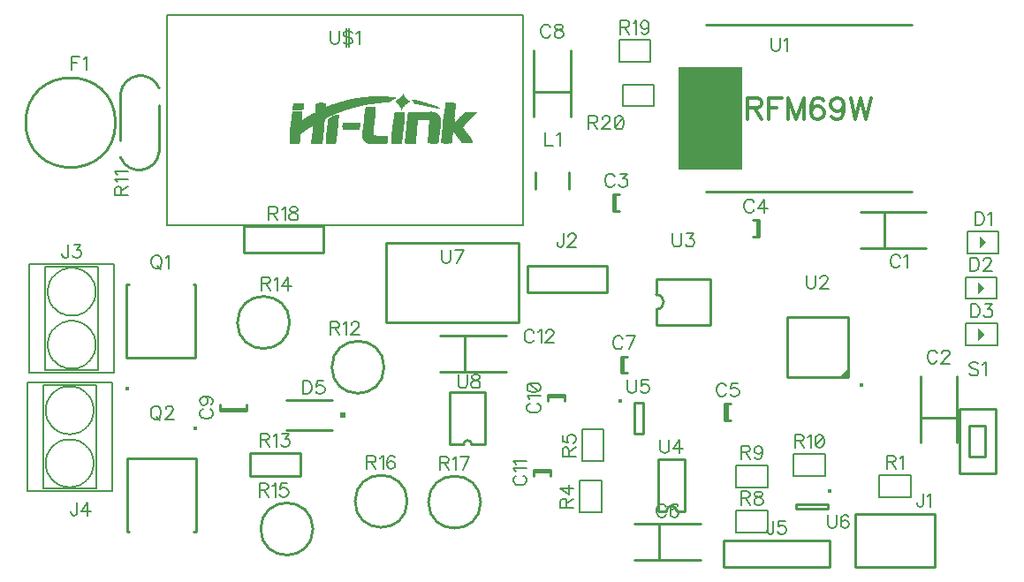
<source format=gbr>
G04 DipTrace 3.2.0.1*
G04 TopSilk.gbr*
%MOMM*%
G04 #@! TF.FileFunction,Legend,Top*
G04 #@! TF.Part,Single*
%ADD10C,0.25*%
%ADD28C,0.15*%
%ADD30O,0.60023X0.60002*%
%ADD37C,0.127*%
%ADD42O,0.39278X0.4014*%
%ADD55O,0.42016X0.41713*%
%ADD60O,0.39066X0.38953*%
%ADD62O,0.39127X0.39172*%
%ADD65C,0.20333*%
%ADD147C,0.19608*%
%ADD149C,0.31373*%
%FSLAX35Y35*%
G04*
G71*
G90*
G75*
G01*
G04 TopSilk*
%LPD*%
X1303887Y4218017D2*
D10*
X1933927D1*
X1303887Y3868017D2*
X1933927D1*
X1538879Y4218017D2*
Y3868017D1*
X1882560Y2012293D2*
Y2642333D1*
X2232560Y2012293D2*
Y2642333D1*
X1882560Y2247285D2*
X2232560D1*
X-1043250Y4229137D2*
Y4388977D1*
X-1062170Y4229137D2*
Y4388977D1*
Y4229137D2*
X-1002330D1*
X-1062170Y4388977D2*
X-1002330D1*
X316310Y4142853D2*
Y3983013D1*
X335230Y4142853D2*
Y3983013D1*
Y4142853D2*
X275390D1*
X335230Y3983013D2*
X275390D1*
X26203Y2221587D2*
Y2381427D1*
X7283Y2221587D2*
Y2381427D1*
Y2221587D2*
X67123D1*
X7283Y2381427D2*
X67123D1*
X-855570Y1233607D2*
X-225530D1*
X-855570Y883607D2*
X-225530D1*
X-620578Y1233607D2*
Y883607D1*
X-965383Y2674060D2*
Y2833900D1*
X-984303Y2674060D2*
Y2833900D1*
Y2674060D2*
X-924463D1*
X-984303Y2833900D2*
X-924463D1*
X-1821333Y5134900D2*
Y5764940D1*
X-1471333Y5134900D2*
Y5764940D1*
X-1821333Y5369892D2*
X-1471333D1*
X-4578643Y2331213D2*
X-4828663D1*
X-4578643Y2312293D2*
X-4828663D1*
X-4578643D2*
Y2372133D1*
X-4828663Y2312293D2*
Y2372133D1*
X-1692083Y2446920D2*
X-1532243D1*
X-1692083Y2465840D2*
X-1532243D1*
X-1692083D2*
Y2406000D1*
X-1532243Y2465840D2*
Y2406000D1*
X-1824877Y1725537D2*
X-1665037D1*
X-1824877Y1744457D2*
X-1665037D1*
X-1824877D2*
Y1684617D1*
X-1665037Y1744457D2*
Y1684617D1*
X-2720300Y3032467D2*
X-2090260D1*
X-2720300Y2682467D2*
X-2090260D1*
X-2485308Y3032467D2*
Y2682467D1*
X2332547Y4033073D2*
D28*
X2632547D1*
Y3823073D1*
X2332547D1*
Y4033073D1*
G36*
X2450807Y3864569D2*
Y3991577D1*
X2514287Y3928073D1*
D1*
X2450807Y3864569D1*
G37*
X2312413Y3595313D2*
D28*
X2612413D1*
Y3385313D1*
X2312413D1*
Y3595313D1*
G36*
X2430673Y3426809D2*
Y3553817D1*
X2494153Y3490313D1*
D1*
X2430673Y3426809D1*
G37*
X2318143Y3148727D2*
D28*
X2618143D1*
Y2938727D1*
X2318143D1*
Y3148727D1*
G36*
X2436403Y2980223D2*
Y3107231D1*
X2499883Y3043727D1*
D1*
X2436403Y2980223D1*
G37*
X-3753253Y2125118D2*
D10*
X-4193219D1*
X-3753253Y2415122D2*
X-4193219D1*
D30*
X-3653255Y2270135D3*
X-6692247Y5074837D2*
D10*
G02X-6692247Y5074837I430000J0D01*
G01*
X1535142Y818327D2*
X2022060D1*
X1260060D2*
X2022060D1*
X1260060Y1326327D2*
X2022060D1*
X1260060Y818327D2*
Y1326327D1*
X2022060Y818327D2*
Y1326327D1*
X-1887492Y3698673D2*
X-1125588D1*
Y3444660D1*
X-1887492D1*
Y3698673D1*
X-5844700Y2678870D2*
D37*
X-6657500D1*
Y3720270D1*
X-5844700D1*
Y2678870D1*
X-5997506Y2703864D2*
X-6504694D1*
Y3695276D1*
X-5997506D1*
Y2703864D1*
X-6480310Y2945468D2*
X-6479751Y2961450D1*
X-6478079Y2977354D1*
X-6475301Y2993103D1*
X-6471430Y3008619D1*
X-6466487Y3023828D1*
X-6460493Y3038655D1*
X-6453480Y3053028D1*
X-6445481Y3066877D1*
X-6436534Y3080135D1*
X-6426685Y3092736D1*
X-6415980Y3104620D1*
X-6404471Y3115729D1*
X-6392216Y3126008D1*
X-6379272Y3135408D1*
X-6365705Y3143882D1*
X-6351579Y3151389D1*
X-6336963Y3157894D1*
X-6321930Y3163363D1*
X-6306551Y3167771D1*
X-6290902Y3171096D1*
X-6275059Y3173321D1*
X-6259099Y3174437D1*
X-6243101D1*
X-6227141Y3173321D1*
X-6211298Y3171096D1*
X-6195649Y3167771D1*
X-6180270Y3163363D1*
X-6165237Y3157894D1*
X-6150621Y3151389D1*
X-6136495Y3143882D1*
X-6122928Y3135408D1*
X-6109984Y3126008D1*
X-6097729Y3115729D1*
X-6086220Y3104620D1*
X-6075515Y3092736D1*
X-6065666Y3080135D1*
X-6056719Y3066877D1*
X-6048720Y3053028D1*
X-6041707Y3038655D1*
X-6035713Y3023828D1*
X-6030770Y3008619D1*
X-6026899Y2993103D1*
X-6024121Y2977354D1*
X-6022449Y2961450D1*
X-6021890Y2945468D1*
X-6022449Y2929487D1*
X-6024121Y2913583D1*
X-6026899Y2897834D1*
X-6030770Y2882318D1*
X-6035713Y2867109D1*
X-6041707Y2852282D1*
X-6048720Y2837909D1*
X-6056719Y2824060D1*
X-6065666Y2810802D1*
X-6075515Y2798201D1*
X-6086220Y2786317D1*
X-6097729Y2775208D1*
X-6109984Y2764929D1*
X-6122928Y2755529D1*
X-6136495Y2747055D1*
X-6150621Y2739547D1*
X-6165237Y2733043D1*
X-6180270Y2727574D1*
X-6195649Y2723166D1*
X-6211298Y2719841D1*
X-6227141Y2717615D1*
X-6243101Y2716500D1*
X-6259099D1*
X-6275059Y2717615D1*
X-6290902Y2719841D1*
X-6306551Y2723166D1*
X-6321930Y2727574D1*
X-6336963Y2733043D1*
X-6351579Y2739547D1*
X-6365705Y2747055D1*
X-6379272Y2755529D1*
X-6392216Y2764929D1*
X-6404471Y2775208D1*
X-6415980Y2786317D1*
X-6426685Y2798201D1*
X-6436534Y2810802D1*
X-6445481Y2824060D1*
X-6453480Y2837909D1*
X-6460493Y2852282D1*
X-6466487Y2867109D1*
X-6471430Y2882318D1*
X-6475301Y2897834D1*
X-6478079Y2913583D1*
X-6479751Y2929487D1*
X-6480310Y2945468D1*
Y3453672D2*
X-6479751Y3469653D1*
X-6478079Y3485557D1*
X-6475301Y3501306D1*
X-6471430Y3516822D1*
X-6466487Y3532031D1*
X-6460493Y3546858D1*
X-6453480Y3561231D1*
X-6445481Y3575080D1*
X-6436534Y3588338D1*
X-6426685Y3600939D1*
X-6415980Y3612823D1*
X-6404471Y3623932D1*
X-6392216Y3634211D1*
X-6379272Y3643611D1*
X-6365705Y3652085D1*
X-6351579Y3659593D1*
X-6336963Y3666097D1*
X-6321930Y3671566D1*
X-6306551Y3675974D1*
X-6290902Y3679299D1*
X-6275059Y3681525D1*
X-6259099Y3682640D1*
X-6243101D1*
X-6227141Y3681525D1*
X-6211298Y3679299D1*
X-6195649Y3675974D1*
X-6180270Y3671566D1*
X-6165237Y3666097D1*
X-6150621Y3659593D1*
X-6136495Y3652085D1*
X-6122928Y3643611D1*
X-6109984Y3634211D1*
X-6097729Y3623932D1*
X-6086220Y3612823D1*
X-6075515Y3600939D1*
X-6065666Y3588338D1*
X-6056719Y3575080D1*
X-6048720Y3561231D1*
X-6041707Y3546858D1*
X-6035713Y3532031D1*
X-6030770Y3516822D1*
X-6026899Y3501306D1*
X-6024121Y3485557D1*
X-6022449Y3469653D1*
X-6021890Y3453672D1*
X-6022449Y3437690D1*
X-6024121Y3421786D1*
X-6026899Y3406037D1*
X-6030770Y3390521D1*
X-6035713Y3375312D1*
X-6041707Y3360485D1*
X-6048720Y3346112D1*
X-6056719Y3332263D1*
X-6065666Y3319005D1*
X-6075515Y3306404D1*
X-6086220Y3294520D1*
X-6097729Y3283411D1*
X-6109984Y3273132D1*
X-6122928Y3263732D1*
X-6136495Y3255258D1*
X-6150621Y3247751D1*
X-6165237Y3241246D1*
X-6180270Y3235777D1*
X-6195649Y3231369D1*
X-6211298Y3228044D1*
X-6227141Y3225819D1*
X-6243101Y3224703D1*
X-6259099D1*
X-6275059Y3225819D1*
X-6290902Y3228044D1*
X-6306551Y3231369D1*
X-6321930Y3235777D1*
X-6336963Y3241246D1*
X-6351579Y3247751D1*
X-6365705Y3255258D1*
X-6379272Y3263732D1*
X-6392216Y3273132D1*
X-6404471Y3283411D1*
X-6415980Y3294520D1*
X-6426685Y3306404D1*
X-6436534Y3319005D1*
X-6445481Y3332263D1*
X-6453480Y3346112D1*
X-6460493Y3360485D1*
X-6466487Y3375312D1*
X-6471430Y3390521D1*
X-6475301Y3406037D1*
X-6478079Y3421786D1*
X-6479751Y3437690D1*
X-6480310Y3453672D1*
X-5864643Y1542623D2*
X-6677443D1*
Y2584023D1*
X-5864643D1*
Y1542623D1*
X-6017450Y1567617D2*
X-6524637D1*
Y2559030D1*
X-6017450D1*
Y1567617D1*
X-6500253Y1809222D2*
X-6499695Y1825203D1*
X-6498022Y1841107D1*
X-6495244Y1856856D1*
X-6491374Y1872372D1*
X-6486430Y1887581D1*
X-6480437Y1902408D1*
X-6473423Y1916781D1*
X-6465424Y1930630D1*
X-6456478Y1943888D1*
X-6446628Y1956490D1*
X-6435923Y1968374D1*
X-6424414Y1979482D1*
X-6412159Y1989761D1*
X-6399216Y1999161D1*
X-6385648Y2007635D1*
X-6371522Y2015143D1*
X-6356907Y2021647D1*
X-6341873Y2027116D1*
X-6326494Y2031524D1*
X-6310845Y2034849D1*
X-6295002Y2037075D1*
X-6279043Y2038190D1*
X-6263044D1*
X-6247084Y2037075D1*
X-6231242Y2034849D1*
X-6215593Y2031524D1*
X-6200214Y2027116D1*
X-6185180Y2021647D1*
X-6170564Y2015143D1*
X-6156439Y2007635D1*
X-6142871Y1999161D1*
X-6129928Y1989761D1*
X-6117672Y1979482D1*
X-6106164Y1968374D1*
X-6095459Y1956490D1*
X-6085609Y1943888D1*
X-6076663Y1930630D1*
X-6068663Y1916781D1*
X-6061650Y1902408D1*
X-6055657Y1887581D1*
X-6050713Y1872372D1*
X-6046843Y1856856D1*
X-6044064Y1841107D1*
X-6042392Y1825203D1*
X-6041834Y1809222D1*
X-6042392Y1793240D1*
X-6044064Y1777336D1*
X-6046843Y1761588D1*
X-6050713Y1746071D1*
X-6055657Y1730862D1*
X-6061650Y1716035D1*
X-6068663Y1701662D1*
X-6076663Y1687813D1*
X-6085609Y1674555D1*
X-6095459Y1661954D1*
X-6106164Y1650070D1*
X-6117672Y1638961D1*
X-6129928Y1628682D1*
X-6142871Y1619283D1*
X-6156439Y1610808D1*
X-6170564Y1603301D1*
X-6185180Y1596796D1*
X-6200214Y1591327D1*
X-6215593Y1586919D1*
X-6231242Y1583594D1*
X-6247084Y1581369D1*
X-6263044Y1580253D1*
X-6279043D1*
X-6295002Y1581369D1*
X-6310845Y1583594D1*
X-6326494Y1586919D1*
X-6341873Y1591327D1*
X-6356907Y1596796D1*
X-6371522Y1603301D1*
X-6385648Y1610808D1*
X-6399216Y1619283D1*
X-6412159Y1628682D1*
X-6424414Y1638961D1*
X-6435923Y1650070D1*
X-6446628Y1661954D1*
X-6456478Y1674555D1*
X-6465424Y1687813D1*
X-6473423Y1701662D1*
X-6480437Y1716035D1*
X-6486430Y1730862D1*
X-6491374Y1746071D1*
X-6495244Y1761588D1*
X-6498022Y1777336D1*
X-6499695Y1793240D1*
X-6500253Y1809222D1*
Y2317425D2*
X-6499695Y2333407D1*
X-6498022Y2349311D1*
X-6495244Y2365059D1*
X-6491374Y2380576D1*
X-6486430Y2395784D1*
X-6480437Y2410612D1*
X-6473423Y2424985D1*
X-6465424Y2438834D1*
X-6456478Y2452091D1*
X-6446628Y2464693D1*
X-6435923Y2476577D1*
X-6424414Y2487685D1*
X-6412159Y2497965D1*
X-6399216Y2507364D1*
X-6385648Y2515838D1*
X-6371522Y2523346D1*
X-6356907Y2529850D1*
X-6341873Y2535320D1*
X-6326494Y2539727D1*
X-6310845Y2543052D1*
X-6295002Y2545278D1*
X-6279043Y2546393D1*
X-6263044D1*
X-6247084Y2545278D1*
X-6231242Y2543052D1*
X-6215593Y2539727D1*
X-6200214Y2535320D1*
X-6185180Y2529850D1*
X-6170564Y2523346D1*
X-6156439Y2515838D1*
X-6142871Y2507364D1*
X-6129928Y2497965D1*
X-6117672Y2487685D1*
X-6106164Y2476577D1*
X-6095459Y2464693D1*
X-6085609Y2452091D1*
X-6076663Y2438834D1*
X-6068663Y2424985D1*
X-6061650Y2410612D1*
X-6055657Y2395784D1*
X-6050713Y2380576D1*
X-6046843Y2365059D1*
X-6044064Y2349311D1*
X-6042392Y2333407D1*
X-6041834Y2317425D1*
X-6042392Y2301443D1*
X-6044064Y2285539D1*
X-6046843Y2269791D1*
X-6050713Y2254274D1*
X-6055657Y2239065D1*
X-6061650Y2224238D1*
X-6068663Y2209865D1*
X-6076663Y2196016D1*
X-6085609Y2182759D1*
X-6095459Y2170157D1*
X-6106164Y2158273D1*
X-6117672Y2147165D1*
X-6129928Y2136885D1*
X-6142871Y2127486D1*
X-6156439Y2119012D1*
X-6170564Y2111504D1*
X-6185180Y2105000D1*
X-6200214Y2099530D1*
X-6215593Y2095122D1*
X-6231242Y2091798D1*
X-6247084Y2089572D1*
X-6263044Y2088456D1*
X-6279043D1*
X-6295002Y2089572D1*
X-6310845Y2091798D1*
X-6326494Y2095122D1*
X-6341873Y2099530D1*
X-6356907Y2105000D1*
X-6371522Y2111504D1*
X-6385648Y2119012D1*
X-6399216Y2127486D1*
X-6412159Y2136885D1*
X-6424414Y2147165D1*
X-6435923Y2158273D1*
X-6446628Y2170157D1*
X-6456478Y2182759D1*
X-6465424Y2196016D1*
X-6473423Y2209865D1*
X-6480437Y2224238D1*
X-6486430Y2239065D1*
X-6491374Y2254274D1*
X-6495244Y2269791D1*
X-6498022Y2285539D1*
X-6499695Y2301443D1*
X-6500253Y2317425D1*
X1013030Y816510D2*
D10*
Y1070510D1*
X-2970Y816510D2*
X1013030D1*
X-2970Y1070510D2*
X1013030D1*
X-2970Y816510D2*
Y1070510D1*
X-1484127Y4600092D2*
Y4440042D1*
X-1804067Y4600092D2*
Y4440042D1*
X-5724593Y2821432D2*
X-5064323D1*
X-5724593Y3521652D2*
Y2821432D1*
Y3521652D2*
X-5704277D1*
X-5064323D2*
Y2821432D1*
Y3521652D2*
X-5083962D1*
D42*
X-5721885Y2529302D3*
X-5060453Y1855135D2*
D10*
X-5720723D1*
X-5060453Y1154915D2*
Y1855135D1*
Y1154915D2*
X-5080769D1*
X-5720723D2*
Y1855135D1*
Y1154915D2*
X-5701085D1*
D42*
X-5063162Y2147265D3*
X1489630Y1697193D2*
D28*
X1789630D1*
Y1487193D1*
X1489630D1*
Y1697193D1*
X-1173757Y1641837D2*
X-1383757D1*
Y1341837D1*
X-1173757D1*
Y1641837D1*
X-1152030Y2131913D2*
X-1362030D1*
Y1831913D1*
X-1152030D1*
Y2131913D1*
X118413Y1353000D2*
X418413D1*
Y1143000D1*
X118413D1*
Y1353000D1*
X115717Y1790833D2*
X415717D1*
Y1580833D1*
X115717D1*
Y1790833D1*
X667920Y1898363D2*
X967920D1*
Y1688363D1*
X667920D1*
Y1898363D1*
X-5783063Y5349251D2*
D10*
Y4902244D1*
X-5413063Y5243716D2*
Y4796709D1*
X-5783063Y4741455D2*
G03X-5413063Y4796709I178432J71606D01*
G01*
Y5404505D2*
G03X-5783063Y5349251I-178432J-71606D01*
G01*
X-3758376Y2730500D2*
G02X-3758376Y2730500I250001J0D01*
G01*
X-4061167Y1687590D2*
X-4541167D1*
Y1907590D1*
X-4061167D1*
Y1687590D1*
X-4663250Y3159123D2*
G02X-4663250Y3159123I250001J0D01*
G01*
X-4439773Y1179333D2*
G02X-4439773Y1179333I250001J0D01*
G01*
X-3536127Y1444625D2*
G02X-3536127Y1444625I250000J0D01*
G01*
X-2832273Y1436849D2*
G02X-2832273Y1436849I250000J0D01*
G01*
X-4603953Y4079873D2*
X-3841547D1*
Y3825873D2*
Y4079873D1*
X-4603953Y3825873D2*
X-3841547D1*
X-4603953D2*
Y4079873D1*
X-1006707Y5866093D2*
D28*
X-706707D1*
Y5656093D1*
X-1006707D1*
Y5866093D1*
X-673040Y5231813D2*
X-973040D1*
Y5441813D1*
X-673040D1*
Y5231813D1*
X2604220Y2331711D2*
D10*
X2254220D1*
Y1711729D1*
X2604220D1*
Y2331711D1*
X2505205Y2171708D2*
X2353235D1*
Y1871732D1*
X2505205D1*
Y2171708D1*
X1796780Y6015710D2*
X-175060D1*
Y4415710D2*
X1796780D1*
X1186821Y2634328D2*
X606879D1*
Y3214371D1*
X1186821D1*
Y2634328D1*
D55*
X1318020Y2555295D3*
G36*
X1186821Y2634328D2*
Y2714320D1*
X1106829Y2634328D1*
X1186821D1*
G37*
X-648473Y3136037D2*
D10*
X-128480D1*
X-648473Y3575957D2*
X-128480D1*
Y3136037D2*
Y3575957D1*
X-648473Y3136037D2*
Y3285967D1*
Y3426027D2*
Y3575957D1*
Y3285967D2*
G03X-648473Y3426027I-39J70030D01*
G01*
X-372645Y1350258D2*
Y1850268D1*
X-632681Y1350258D2*
Y1850268D1*
X-372645D2*
X-632681D1*
X-452639Y1350258D2*
X-372645D1*
X-552687D2*
X-632681D1*
X-452639D2*
G03X-552687Y1350258I-50024J-23D01*
G01*
D60*
X-993890Y2403697D3*
X-856385Y2390213D2*
D10*
Y2090240D1*
X-776706Y2390213D2*
Y2090240D1*
X-856385D2*
X-776706D1*
X-856385Y2390213D2*
X-776706D1*
D62*
X1015340Y1547054D3*
X991970Y1419694D2*
D10*
X691983D1*
Y1369693D1*
X991970D1*
Y1419694D1*
X-1966510Y3160783D2*
X-3236510D1*
Y3922783D1*
X-1966510D1*
Y3160783D1*
X-2287407Y1988567D2*
X-2288142Y2488600D1*
X-2627712D2*
X-2628447Y1988567D1*
X-2627712Y2488600D2*
X-2297697D1*
X-2287407Y1988567D2*
X-2418237D1*
X-2497617D2*
X-2627712D1*
X-2418237D2*
G03X-2497617Y1988567I-39690J311D01*
G01*
X-5338603Y4087733D2*
D65*
X-1928603D1*
Y6109793D1*
X-5338603D1*
Y4087733D1*
G36*
X-4117823Y4868428D2*
D1*
D1*
D1*
G37*
G36*
X-4114413D2*
X-4111003D1*
D1*
X-4114413D1*
G37*
G36*
X-4111003D2*
D1*
D1*
D1*
G37*
G36*
X-4107593D2*
X-4100773D1*
D1*
X-4107593D1*
G37*
G36*
X-4165563D2*
X-4076903D1*
Y4870466D1*
X-4165563D1*
Y4868428D1*
G37*
G36*
X-3804103D2*
D1*
Y4870466D1*
D1*
Y4868428D1*
G37*
G36*
X-3800693D2*
D1*
Y4870466D1*
D1*
Y4868428D1*
G37*
G36*
X-3732493D2*
D1*
Y4870466D1*
D1*
Y4868428D1*
G37*
G36*
X-3722263D2*
D1*
Y4870466D1*
D1*
Y4868428D1*
G37*
G36*
D2*
D1*
Y4870466D1*
D1*
Y4868428D1*
G37*
G36*
X-4165563Y4870466D2*
X-4073493D1*
D1*
X-4165563D1*
G37*
G36*
X-4073493D2*
X-4070083D1*
D1*
X-4073493D1*
G37*
G36*
X-4070083D2*
X-4066673D1*
D1*
X-4070083D1*
G37*
G36*
X-3814333D2*
X-3797283D1*
D1*
X-3814333D1*
G37*
G36*
X-3783643D2*
D1*
D1*
D1*
G37*
G36*
X-3780233D2*
X-3776823D1*
D1*
X-3780233D1*
G37*
G36*
X-3773413D2*
D1*
D1*
D1*
G37*
G36*
D2*
X-3763183D1*
D1*
X-3773413D1*
G37*
G36*
X-3732493D2*
X-3718853D1*
D1*
X-3732493D1*
G37*
G36*
X-3323293D2*
X-3282373D1*
D1*
X-3323293D1*
G37*
G36*
X-4165563D2*
X-4066673D1*
Y4872504D1*
X-4165563D1*
Y4870466D1*
G37*
G36*
X-3923453D2*
X-3848433D1*
Y4872504D1*
X-3923453D1*
Y4870466D1*
G37*
G36*
X-3814333D2*
X-3722263D1*
Y4872504D1*
X-3814333D1*
Y4870466D1*
G37*
G36*
X-3398313D2*
D1*
Y4872504D1*
D1*
Y4870466D1*
G37*
G36*
X-3394903D2*
D1*
Y4872504D1*
D1*
Y4870466D1*
G37*
G36*
X-3391493D2*
X-3388083D1*
Y4872504D1*
X-3391493D1*
Y4870466D1*
G37*
G36*
X-3388083D2*
X-3258503D1*
Y4872504D1*
X-3388083D1*
Y4870466D1*
G37*
G36*
X-4165563Y4872504D2*
X-4066673D1*
D1*
X-4165563D1*
G37*
G36*
X-3943913D2*
X-3848433D1*
D1*
X-3943913D1*
G37*
G36*
X-3814333D2*
X-3718853D1*
D1*
X-3814333D1*
G37*
G36*
X-3405133D2*
X-3244863D1*
D1*
X-3405133D1*
G37*
G36*
X-4165563D2*
X-4066673D1*
Y4874543D1*
X-4165563D1*
Y4872504D1*
G37*
G36*
X-3954143D2*
D1*
Y4874543D1*
D1*
Y4872504D1*
G37*
G36*
X-3950733D2*
X-3947323D1*
Y4874543D1*
X-3950733D1*
Y4872504D1*
G37*
G36*
X-3947323D2*
X-3848433D1*
Y4874543D1*
X-3947323D1*
Y4872504D1*
G37*
G36*
X-3814333D2*
X-3718853D1*
Y4874543D1*
X-3814333D1*
Y4872504D1*
G37*
G36*
X-3411953D2*
X-3238043D1*
Y4874543D1*
X-3411953D1*
Y4872504D1*
G37*
G36*
X-3033443D2*
X-3030033D1*
Y4874543D1*
X-3033443D1*
Y4872504D1*
G37*
G36*
X-3030033D2*
X-2999343D1*
Y4874543D1*
X-3030033D1*
Y4872504D1*
G37*
G36*
X-2804973D2*
X-2801563D1*
Y4874543D1*
X-2804973D1*
Y4872504D1*
G37*
G36*
X-2801563D2*
D1*
Y4874543D1*
D1*
Y4872504D1*
G37*
G36*
X-2798153D2*
X-2767463D1*
Y4874543D1*
X-2798153D1*
Y4872504D1*
G37*
G36*
X-4165563Y4874543D2*
X-4066673D1*
D1*
X-4165563D1*
G37*
G36*
X-3954143D2*
X-3848433D1*
D1*
X-3954143D1*
G37*
G36*
X-3814333D2*
X-3718853D1*
D1*
X-3814333D1*
G37*
G36*
X-3411953D2*
X-3227813D1*
D1*
X-3411953D1*
G37*
G36*
X-3176663D2*
D1*
D1*
D1*
G37*
G36*
X-3169843D2*
X-3108463D1*
D1*
X-3169843D1*
G37*
G36*
X-3108463D2*
D1*
D1*
D1*
G37*
G36*
X-3105053D2*
X-3101643D1*
D1*
X-3105053D1*
G37*
G36*
X-3098233D2*
X-3088003D1*
D1*
X-3098233D1*
G37*
G36*
X-3043673D2*
X-3040263D1*
D1*
X-3043673D1*
G37*
G36*
X-3040263D2*
D1*
D1*
D1*
G37*
G36*
X-3036853D2*
D1*
D1*
D1*
G37*
G36*
X-3033443D2*
X-2975473D1*
D1*
X-3033443D1*
G37*
G36*
X-2808383D2*
D1*
D1*
D1*
G37*
G36*
D2*
D1*
D1*
D1*
G37*
G36*
X-2804973D2*
X-2753823D1*
D1*
X-2804973D1*
G37*
G36*
X-2651523D2*
X-2648113D1*
D1*
X-2651523D1*
G37*
G36*
X-2648113D2*
X-2644703D1*
D1*
X-2648113D1*
G37*
G36*
X-2641293D2*
D1*
D1*
D1*
G37*
G36*
X-4165563D2*
X-4066673D1*
Y4876581D1*
X-4165563D1*
Y4874543D1*
G37*
G36*
X-3954143D2*
X-3848433D1*
Y4876581D1*
X-3954143D1*
Y4874543D1*
G37*
G36*
X-3814333D2*
X-3718853D1*
Y4876581D1*
X-3814333D1*
Y4874543D1*
G37*
G36*
X-3415363D2*
X-3227813D1*
Y4876581D1*
X-3415363D1*
Y4874543D1*
G37*
G36*
X-3186893D2*
X-3088003D1*
Y4876581D1*
X-3186893D1*
Y4874543D1*
G37*
G36*
X-3050493D2*
X-2951603D1*
Y4876581D1*
X-3050493D1*
Y4874543D1*
G37*
G36*
X-2818613D2*
X-2743593D1*
Y4876581D1*
X-2818613D1*
Y4874543D1*
G37*
G36*
X-2689033D2*
X-2641293D1*
Y4876581D1*
X-2689033D1*
Y4874543D1*
G37*
G36*
X-2631063D2*
D1*
Y4876581D1*
D1*
Y4874543D1*
G37*
G36*
X-2627653D2*
D1*
Y4876581D1*
D1*
Y4874543D1*
G37*
G36*
D2*
X-2624243D1*
Y4876581D1*
X-2627653D1*
Y4874543D1*
G37*
G36*
X-4165563Y4876581D2*
X-4066673D1*
D1*
X-4165563D1*
G37*
G36*
X-3954143D2*
X-3848433D1*
D1*
X-3954143D1*
G37*
G36*
X-3814333D2*
X-3718853D1*
D1*
X-3814333D1*
G37*
G36*
X-3418773D2*
X-3220993D1*
D1*
X-3418773D1*
G37*
G36*
X-3186893D2*
X-3088003D1*
D1*
X-3186893D1*
G37*
G36*
X-3050493D2*
X-2951603D1*
D1*
X-3050493D1*
G37*
G36*
X-2818613D2*
X-2743593D1*
D1*
X-2818613D1*
G37*
G36*
X-2740183D2*
D1*
D1*
D1*
G37*
G36*
X-2736773D2*
D1*
D1*
D1*
G37*
G36*
X-2689033D2*
X-2624243D1*
D1*
X-2689033D1*
G37*
G36*
X-4165563D2*
X-4066673D1*
D1*
X-4165563D1*
G37*
G36*
X-3954143D2*
X-3848433D1*
D1*
X-3954143D1*
G37*
G36*
X-3814333D2*
X-3718853D1*
D1*
X-3814333D1*
G37*
G36*
X-3422183D2*
X-3220993D1*
D1*
X-3422183D1*
G37*
G36*
X-3186893D2*
X-3088003D1*
D1*
X-3186893D1*
G37*
G36*
X-3057313D2*
X-2951603D1*
D1*
X-3057313D1*
G37*
G36*
X-2828843D2*
X-2736773D1*
D1*
X-2828843D1*
G37*
G36*
X-2712903D2*
X-2614013D1*
D1*
X-2712903D1*
G37*
G36*
X-4165563D2*
X-4066673D1*
Y4878620D1*
X-4165563D1*
Y4876581D1*
G37*
G36*
X-3954143D2*
X-3848433D1*
Y4878620D1*
X-3954143D1*
Y4876581D1*
G37*
G36*
X-3814333D2*
X-3718853D1*
Y4878620D1*
X-3814333D1*
Y4876581D1*
G37*
G36*
X-3422183D2*
X-3220993D1*
Y4878620D1*
X-3422183D1*
Y4876581D1*
G37*
G36*
X-3186893D2*
X-3088003D1*
Y4878620D1*
X-3186893D1*
Y4876581D1*
G37*
G36*
X-3057313D2*
X-2951603D1*
Y4878620D1*
X-3057313D1*
Y4876581D1*
G37*
G36*
X-2835663D2*
X-2736773D1*
Y4878620D1*
X-2835663D1*
Y4876581D1*
G37*
G36*
X-2712903D2*
X-2607193D1*
Y4878620D1*
X-2712903D1*
Y4876581D1*
G37*
G36*
X-4165563Y4878620D2*
X-4066673D1*
D1*
X-4165563D1*
G37*
G36*
X-3954143D2*
X-3848433D1*
D1*
X-3954143D1*
G37*
G36*
X-3814333D2*
X-3718853D1*
D1*
X-3814333D1*
G37*
G36*
X-3425593D2*
X-3220993D1*
D1*
X-3425593D1*
G37*
G36*
X-3186893D2*
X-3088003D1*
D1*
X-3186893D1*
G37*
G36*
X-3057313D2*
X-2951603D1*
D1*
X-3057313D1*
G37*
G36*
X-2839073D2*
X-2736773D1*
D1*
X-2839073D1*
G37*
G36*
X-2712903D2*
X-2607193D1*
D1*
X-2712903D1*
G37*
G36*
X-2457153D2*
X-2453743D1*
D1*
X-2457153D1*
G37*
G36*
X-2453743D2*
X-2450333D1*
D1*
X-2453743D1*
G37*
G36*
X-2450333D2*
X-2443513D1*
D1*
X-2450333D1*
G37*
G36*
X-4165563D2*
X-4066673D1*
Y4880658D1*
X-4165563D1*
Y4878620D1*
G37*
G36*
X-3954143D2*
X-3848433D1*
Y4880658D1*
X-3954143D1*
Y4878620D1*
G37*
G36*
X-3814333D2*
X-3718853D1*
Y4880658D1*
X-3814333D1*
Y4878620D1*
G37*
G36*
X-3429003D2*
X-3220993D1*
Y4880658D1*
X-3429003D1*
Y4878620D1*
G37*
G36*
X-3186893D2*
X-3088003D1*
Y4880658D1*
X-3186893D1*
Y4878620D1*
G37*
G36*
X-3057313D2*
X-2951603D1*
Y4880658D1*
X-3057313D1*
Y4878620D1*
G37*
G36*
X-2839073D2*
X-2736773D1*
Y4880658D1*
X-2839073D1*
Y4878620D1*
G37*
G36*
X-2712903D2*
X-2607193D1*
Y4880658D1*
X-2712903D1*
Y4878620D1*
G37*
G36*
X-2515123D2*
X-2406003D1*
Y4880658D1*
X-2515123D1*
Y4878620D1*
G37*
G36*
X-4165563Y4880658D2*
X-4066673D1*
D1*
X-4165563D1*
G37*
G36*
X-3954143D2*
X-3848433D1*
D1*
X-3954143D1*
G37*
G36*
X-3814333D2*
X-3718853D1*
D1*
X-3814333D1*
G37*
G36*
X-3429003D2*
X-3220993D1*
D1*
X-3429003D1*
G37*
G36*
X-3186893D2*
X-3088003D1*
D1*
X-3186893D1*
G37*
G36*
X-3057313D2*
X-2951603D1*
D1*
X-3057313D1*
G37*
G36*
X-2839073D2*
X-2736773D1*
D1*
X-2839073D1*
G37*
G36*
X-2712903D2*
X-2607193D1*
D1*
X-2712903D1*
G37*
G36*
X-2515123D2*
X-2406003D1*
D1*
X-2515123D1*
G37*
G36*
X-4165563D2*
X-4066673D1*
Y4882696D1*
X-4165563D1*
Y4880658D1*
G37*
G36*
X-3954143D2*
X-3848433D1*
Y4882696D1*
X-3954143D1*
Y4880658D1*
G37*
G36*
X-3814333D2*
X-3718853D1*
Y4882696D1*
X-3814333D1*
Y4880658D1*
G37*
G36*
X-3429003D2*
X-3220993D1*
Y4882696D1*
X-3429003D1*
Y4880658D1*
G37*
G36*
X-3186893D2*
X-3088003D1*
Y4882696D1*
X-3186893D1*
Y4880658D1*
G37*
G36*
X-3057313D2*
X-2951603D1*
Y4882696D1*
X-3057313D1*
Y4880658D1*
G37*
G36*
X-2839073D2*
X-2736773D1*
Y4882696D1*
X-2839073D1*
Y4880658D1*
G37*
G36*
X-2712903D2*
X-2607193D1*
Y4882696D1*
X-2712903D1*
Y4880658D1*
G37*
G36*
X-2515123D2*
X-2406003D1*
Y4882696D1*
X-2515123D1*
Y4880658D1*
G37*
G36*
X-4165563Y4882696D2*
X-4066673D1*
D1*
X-4165563D1*
G37*
G36*
X-3954143D2*
X-3848433D1*
D1*
X-3954143D1*
G37*
G36*
X-3814333D2*
X-3718853D1*
D1*
X-3814333D1*
G37*
G36*
X-3432413D2*
X-3220993D1*
D1*
X-3432413D1*
G37*
G36*
X-3186893D2*
X-3088003D1*
D1*
X-3186893D1*
G37*
G36*
X-3057313D2*
X-2951603D1*
D1*
X-3057313D1*
G37*
G36*
X-2839073D2*
X-2736773D1*
D1*
X-2839073D1*
G37*
G36*
X-2712903D2*
X-2607193D1*
D1*
X-2712903D1*
G37*
G36*
X-2515123D2*
X-2406003D1*
D1*
X-2515123D1*
G37*
G36*
X-4165563D2*
X-4066673D1*
Y4884735D1*
X-4165563D1*
Y4882696D1*
G37*
G36*
X-3954143D2*
X-3848433D1*
Y4884735D1*
X-3954143D1*
Y4882696D1*
G37*
G36*
X-3814333D2*
X-3718853D1*
Y4884735D1*
X-3814333D1*
Y4882696D1*
G37*
G36*
X-3432413D2*
X-3220993D1*
Y4884735D1*
X-3432413D1*
Y4882696D1*
G37*
G36*
X-3186893D2*
X-3088003D1*
Y4884735D1*
X-3186893D1*
Y4882696D1*
G37*
G36*
X-3057313D2*
X-2951603D1*
Y4884735D1*
X-3057313D1*
Y4882696D1*
G37*
G36*
X-2839073D2*
X-2736773D1*
Y4884735D1*
X-2839073D1*
Y4882696D1*
G37*
G36*
X-2712903D2*
X-2607193D1*
Y4884735D1*
X-2712903D1*
Y4882696D1*
G37*
G36*
X-2518533D2*
X-2406003D1*
Y4884735D1*
X-2518533D1*
Y4882696D1*
G37*
G36*
X-4165563Y4884735D2*
X-4063263D1*
D1*
X-4165563D1*
G37*
G36*
X-3954143D2*
X-3845023D1*
D1*
X-3954143D1*
G37*
G36*
X-3814333D2*
X-3718853D1*
D1*
X-3814333D1*
G37*
G36*
X-3435823D2*
X-3220993D1*
D1*
X-3435823D1*
G37*
G36*
X-3186893D2*
X-3088003D1*
D1*
X-3186893D1*
G37*
G36*
X-3057313D2*
X-2951603D1*
D1*
X-3057313D1*
G37*
G36*
X-2839073D2*
X-2733363D1*
D1*
X-2839073D1*
G37*
G36*
X-2712903D2*
X-2607193D1*
D1*
X-2712903D1*
G37*
G36*
X-2518533D2*
X-2406003D1*
D1*
X-2518533D1*
G37*
G36*
X-4165563D2*
X-4063263D1*
D1*
X-4165563D1*
G37*
G36*
X-3954143D2*
X-3845023D1*
D1*
X-3954143D1*
G37*
G36*
X-3814333D2*
X-3718853D1*
D1*
X-3814333D1*
G37*
G36*
X-3435823D2*
X-3220993D1*
D1*
X-3435823D1*
G37*
G36*
X-3186893D2*
X-3088003D1*
D1*
X-3186893D1*
G37*
G36*
X-3057313D2*
X-2951603D1*
D1*
X-3057313D1*
G37*
G36*
X-2839073D2*
X-2733363D1*
D1*
X-2839073D1*
G37*
G36*
X-2712903D2*
X-2607193D1*
D1*
X-2712903D1*
G37*
G36*
X-2518533D2*
X-2406003D1*
D1*
X-2518533D1*
G37*
G36*
X-4165563D2*
X-4063263D1*
Y4886773D1*
X-4165563D1*
Y4884735D1*
G37*
G36*
X-3954143D2*
X-3845023D1*
Y4886773D1*
X-3954143D1*
Y4884735D1*
G37*
G36*
X-3814333D2*
X-3718853D1*
Y4886773D1*
X-3814333D1*
Y4884735D1*
G37*
G36*
X-3435823D2*
X-3220993D1*
Y4886773D1*
X-3435823D1*
Y4884735D1*
G37*
G36*
X-3186893D2*
X-3088003D1*
Y4886773D1*
X-3186893D1*
Y4884735D1*
G37*
G36*
X-3057313D2*
X-2951603D1*
Y4886773D1*
X-3057313D1*
Y4884735D1*
G37*
G36*
X-2839073D2*
X-2733363D1*
Y4886773D1*
X-2839073D1*
Y4884735D1*
G37*
G36*
X-2712903D2*
X-2607193D1*
Y4886773D1*
X-2712903D1*
Y4884735D1*
G37*
G36*
X-2518533D2*
X-2406003D1*
Y4886773D1*
X-2518533D1*
Y4884735D1*
G37*
G36*
X-4165563Y4886773D2*
X-4063263D1*
D1*
X-4165563D1*
G37*
G36*
X-3954143D2*
X-3845023D1*
D1*
X-3954143D1*
G37*
G36*
X-3814333D2*
X-3715443D1*
D1*
X-3814333D1*
G37*
G36*
X-3439233D2*
X-3220993D1*
D1*
X-3439233D1*
G37*
G36*
X-3186893D2*
X-3088003D1*
D1*
X-3186893D1*
G37*
G36*
X-3057313D2*
X-2951603D1*
D1*
X-3057313D1*
G37*
G36*
X-2839073D2*
X-2733363D1*
D1*
X-2839073D1*
G37*
G36*
X-2712903D2*
X-2607193D1*
D1*
X-2712903D1*
G37*
G36*
X-2518533D2*
X-2406003D1*
D1*
X-2518533D1*
G37*
G36*
X-4165563D2*
X-4063263D1*
Y4888811D1*
X-4165563D1*
Y4886773D1*
G37*
G36*
X-3954143D2*
X-3845023D1*
Y4888811D1*
X-3954143D1*
Y4886773D1*
G37*
G36*
X-3814333D2*
X-3715443D1*
Y4888811D1*
X-3814333D1*
Y4886773D1*
G37*
G36*
X-3439233D2*
X-3220993D1*
Y4888811D1*
X-3439233D1*
Y4886773D1*
G37*
G36*
X-3186893D2*
X-3088003D1*
Y4888811D1*
X-3186893D1*
Y4886773D1*
G37*
G36*
X-3057313D2*
X-2951603D1*
Y4888811D1*
X-3057313D1*
Y4886773D1*
G37*
G36*
X-2839073D2*
X-2733363D1*
Y4888811D1*
X-2839073D1*
Y4886773D1*
G37*
G36*
X-2709493D2*
X-2607193D1*
Y4888811D1*
X-2709493D1*
Y4886773D1*
G37*
G36*
X-2518533D2*
X-2406003D1*
Y4888811D1*
X-2518533D1*
Y4886773D1*
G37*
G36*
X-4165563Y4888811D2*
X-4063263D1*
D1*
X-4165563D1*
G37*
G36*
X-3954143D2*
X-3845023D1*
D1*
X-3954143D1*
G37*
G36*
X-3814333D2*
X-3715443D1*
D1*
X-3814333D1*
G37*
G36*
X-3439233D2*
X-3220993D1*
D1*
X-3439233D1*
G37*
G36*
X-3186893D2*
X-3088003D1*
D1*
X-3186893D1*
G37*
G36*
X-3057313D2*
X-2951603D1*
D1*
X-3057313D1*
G37*
G36*
X-2839073D2*
X-2733363D1*
D1*
X-2839073D1*
G37*
G36*
X-2709493D2*
X-2607193D1*
D1*
X-2709493D1*
G37*
G36*
X-2521943D2*
X-2406003D1*
D1*
X-2521943D1*
G37*
G36*
X-4165563D2*
X-4063263D1*
Y4890850D1*
X-4165563D1*
Y4888811D1*
G37*
G36*
X-3954143D2*
X-3845023D1*
Y4890850D1*
X-3954143D1*
Y4888811D1*
G37*
G36*
X-3814333D2*
X-3715443D1*
Y4890850D1*
X-3814333D1*
Y4888811D1*
G37*
G36*
X-3442643D2*
X-3220993D1*
Y4890850D1*
X-3442643D1*
Y4888811D1*
G37*
G36*
X-3186893D2*
X-3084593D1*
Y4890850D1*
X-3186893D1*
Y4888811D1*
G37*
G36*
X-3057313D2*
X-2951603D1*
Y4890850D1*
X-3057313D1*
Y4888811D1*
G37*
G36*
X-2839073D2*
X-2733363D1*
Y4890850D1*
X-2839073D1*
Y4888811D1*
G37*
G36*
X-2709493D2*
X-2607193D1*
Y4890850D1*
X-2709493D1*
Y4888811D1*
G37*
G36*
X-2521943D2*
X-2406003D1*
Y4890850D1*
X-2521943D1*
Y4888811D1*
G37*
G36*
X-4165563Y4890850D2*
X-4063263D1*
D1*
X-4165563D1*
G37*
G36*
X-3954143D2*
X-3845023D1*
D1*
X-3954143D1*
G37*
G36*
X-3814333D2*
X-3715443D1*
D1*
X-3814333D1*
G37*
G36*
X-3442643D2*
X-3220993D1*
D1*
X-3442643D1*
G37*
G36*
X-3186893D2*
X-3084593D1*
D1*
X-3186893D1*
G37*
G36*
X-3057313D2*
X-2951603D1*
D1*
X-3057313D1*
G37*
G36*
X-2839073D2*
X-2733363D1*
D1*
X-2839073D1*
G37*
G36*
X-2709493D2*
X-2607193D1*
D1*
X-2709493D1*
G37*
G36*
X-2521943D2*
X-2406003D1*
D1*
X-2521943D1*
G37*
G36*
X-4165563D2*
X-4063263D1*
Y4892888D1*
X-4165563D1*
Y4890850D1*
G37*
G36*
X-3954143D2*
X-3845023D1*
Y4892888D1*
X-3954143D1*
Y4890850D1*
G37*
G36*
X-3814333D2*
X-3715443D1*
Y4892888D1*
X-3814333D1*
Y4890850D1*
G37*
G36*
X-3442643D2*
X-3220993D1*
Y4892888D1*
X-3442643D1*
Y4890850D1*
G37*
G36*
X-3186893D2*
X-3084593D1*
Y4892888D1*
X-3186893D1*
Y4890850D1*
G37*
G36*
X-3057313D2*
X-2951603D1*
Y4892888D1*
X-3057313D1*
Y4890850D1*
G37*
G36*
X-2839073D2*
X-2733363D1*
Y4892888D1*
X-2839073D1*
Y4890850D1*
G37*
G36*
X-2709493D2*
X-2607193D1*
Y4892888D1*
X-2709493D1*
Y4890850D1*
G37*
G36*
X-2521943D2*
X-2406003D1*
Y4892888D1*
X-2521943D1*
Y4890850D1*
G37*
G36*
X-4165563Y4892888D2*
X-4063263D1*
D1*
X-4165563D1*
G37*
G36*
X-3954143D2*
X-3845023D1*
D1*
X-3954143D1*
G37*
G36*
X-3814333D2*
X-3715443D1*
D1*
X-3814333D1*
G37*
G36*
X-3442643D2*
X-3220993D1*
D1*
X-3442643D1*
G37*
G36*
X-3186893D2*
X-3084593D1*
D1*
X-3186893D1*
G37*
G36*
X-3057313D2*
X-2951603D1*
D1*
X-3057313D1*
G37*
G36*
X-2839073D2*
X-2733363D1*
D1*
X-2839073D1*
G37*
G36*
X-2709493D2*
X-2607193D1*
D1*
X-2709493D1*
G37*
G36*
X-2525353D2*
X-2409413D1*
D1*
X-2525353D1*
G37*
G36*
X-4165563D2*
X-4063263D1*
D1*
X-4165563D1*
G37*
G36*
X-3954143D2*
X-3845023D1*
D1*
X-3954143D1*
G37*
G36*
X-3814333D2*
X-3715443D1*
D1*
X-3814333D1*
G37*
G36*
X-3442643D2*
X-3220993D1*
D1*
X-3442643D1*
G37*
G36*
X-3186893D2*
X-3084593D1*
D1*
X-3186893D1*
G37*
G36*
X-3057313D2*
X-2951603D1*
D1*
X-3057313D1*
G37*
G36*
X-2839073D2*
X-2733363D1*
D1*
X-2839073D1*
G37*
G36*
X-2709493D2*
X-2603783D1*
D1*
X-2709493D1*
G37*
G36*
X-2525353D2*
X-2409413D1*
D1*
X-2525353D1*
G37*
G36*
X-4165563D2*
X-4063263D1*
Y4894927D1*
X-4165563D1*
Y4892888D1*
G37*
G36*
X-3954143D2*
X-3845023D1*
Y4894927D1*
X-3954143D1*
Y4892888D1*
G37*
G36*
X-3814333D2*
X-3715443D1*
Y4894927D1*
X-3814333D1*
Y4892888D1*
G37*
G36*
X-3446053D2*
X-3220993D1*
Y4894927D1*
X-3446053D1*
Y4892888D1*
G37*
G36*
X-3186893D2*
X-3084593D1*
Y4894927D1*
X-3186893D1*
Y4892888D1*
G37*
G36*
X-3057313D2*
X-2951603D1*
Y4894927D1*
X-3057313D1*
Y4892888D1*
G37*
G36*
X-2839073D2*
X-2733363D1*
Y4894927D1*
X-2839073D1*
Y4892888D1*
G37*
G36*
X-2709493D2*
X-2607193D1*
Y4894927D1*
X-2709493D1*
Y4892888D1*
G37*
G36*
X-2525353D2*
X-2409413D1*
Y4894927D1*
X-2525353D1*
Y4892888D1*
G37*
G36*
X-4165563Y4894927D2*
X-4063263D1*
D1*
X-4165563D1*
G37*
G36*
X-3954143D2*
X-3845023D1*
D1*
X-3954143D1*
G37*
G36*
X-3814333D2*
X-3715443D1*
D1*
X-3814333D1*
G37*
G36*
X-3446053D2*
X-3220993D1*
D1*
X-3446053D1*
G37*
G36*
X-3186893D2*
X-3084593D1*
D1*
X-3186893D1*
G37*
G36*
X-3057313D2*
X-2951603D1*
D1*
X-3057313D1*
G37*
G36*
X-2839073D2*
X-2733363D1*
D1*
X-2839073D1*
G37*
G36*
X-2709493D2*
X-2603783D1*
D1*
X-2709493D1*
G37*
G36*
X-2525353D2*
X-2409413D1*
D1*
X-2525353D1*
G37*
G36*
X-4165563D2*
X-4063263D1*
Y4896965D1*
X-4165563D1*
Y4894927D1*
G37*
G36*
X-3954143D2*
X-3845023D1*
Y4896965D1*
X-3954143D1*
Y4894927D1*
G37*
G36*
X-3814333D2*
X-3715443D1*
Y4896965D1*
X-3814333D1*
Y4894927D1*
G37*
G36*
X-3446053D2*
X-3220993D1*
Y4896965D1*
X-3446053D1*
Y4894927D1*
G37*
G36*
X-3186893D2*
X-3084593D1*
Y4896965D1*
X-3186893D1*
Y4894927D1*
G37*
G36*
X-3057313D2*
X-2951603D1*
Y4896965D1*
X-3057313D1*
Y4894927D1*
G37*
G36*
X-2839073D2*
X-2733363D1*
Y4896965D1*
X-2839073D1*
Y4894927D1*
G37*
G36*
X-2709493D2*
X-2607193D1*
Y4896965D1*
X-2709493D1*
Y4894927D1*
G37*
G36*
X-2525353D2*
X-2409413D1*
Y4896965D1*
X-2525353D1*
Y4894927D1*
G37*
G36*
X-4165563Y4896965D2*
X-4063263D1*
D1*
X-4165563D1*
G37*
G36*
X-3954143D2*
X-3845023D1*
D1*
X-3954143D1*
G37*
G36*
X-3814333D2*
X-3715443D1*
D1*
X-3814333D1*
G37*
G36*
X-3449463D2*
X-3220993D1*
D1*
X-3449463D1*
G37*
G36*
X-3186893D2*
X-3084593D1*
D1*
X-3186893D1*
G37*
G36*
X-3057313D2*
X-2951603D1*
D1*
X-3057313D1*
G37*
G36*
X-2839073D2*
X-2733363D1*
D1*
X-2839073D1*
G37*
G36*
X-2709493D2*
X-2603783D1*
D1*
X-2709493D1*
G37*
G36*
X-2528763D2*
X-2409413D1*
D1*
X-2528763D1*
G37*
G36*
X-4165563D2*
X-4063263D1*
Y4899003D1*
X-4165563D1*
Y4896965D1*
G37*
G36*
X-3954143D2*
X-3845023D1*
Y4899003D1*
X-3954143D1*
Y4896965D1*
G37*
G36*
X-3814333D2*
X-3715443D1*
Y4899003D1*
X-3814333D1*
Y4896965D1*
G37*
G36*
X-3449463D2*
X-3220993D1*
Y4899003D1*
X-3449463D1*
Y4896965D1*
G37*
G36*
X-3186893D2*
X-3084593D1*
Y4899003D1*
X-3186893D1*
Y4896965D1*
G37*
G36*
X-3057313D2*
X-2951603D1*
Y4899003D1*
X-3057313D1*
Y4896965D1*
G37*
G36*
X-2839073D2*
X-2733363D1*
Y4899003D1*
X-2839073D1*
Y4896965D1*
G37*
G36*
X-2709493D2*
X-2603783D1*
Y4899003D1*
X-2709493D1*
Y4896965D1*
G37*
G36*
X-2528763D2*
X-2409413D1*
Y4899003D1*
X-2528763D1*
Y4896965D1*
G37*
G36*
X-4165563Y4899003D2*
X-4063263D1*
D1*
X-4165563D1*
G37*
G36*
X-3954143D2*
X-3845023D1*
D1*
X-3954143D1*
G37*
G36*
X-3814333D2*
X-3715443D1*
D1*
X-3814333D1*
G37*
G36*
X-3449463D2*
X-3220993D1*
D1*
X-3449463D1*
G37*
G36*
X-3186893D2*
X-3084593D1*
D1*
X-3186893D1*
G37*
G36*
X-3057313D2*
X-2951603D1*
D1*
X-3057313D1*
G37*
G36*
X-2839073D2*
X-2733363D1*
D1*
X-2839073D1*
G37*
G36*
X-2709493D2*
X-2603783D1*
D1*
X-2709493D1*
G37*
G36*
X-2528763D2*
X-2409413D1*
D1*
X-2528763D1*
G37*
G36*
X-4165563D2*
X-4063263D1*
D1*
X-4165563D1*
G37*
G36*
X-3954143D2*
X-3845023D1*
D1*
X-3954143D1*
G37*
G36*
X-3814333D2*
X-3715443D1*
D1*
X-3814333D1*
G37*
G36*
X-3449463D2*
X-3220993D1*
D1*
X-3449463D1*
G37*
G36*
X-3186893D2*
X-3084593D1*
D1*
X-3186893D1*
G37*
G36*
X-3057313D2*
X-2951603D1*
D1*
X-3057313D1*
G37*
G36*
X-2839073D2*
X-2733363D1*
D1*
X-2839073D1*
G37*
G36*
X-2709493D2*
X-2603783D1*
D1*
X-2709493D1*
G37*
G36*
X-2528763D2*
X-2412823D1*
D1*
X-2528763D1*
G37*
G36*
X-4165563D2*
X-4063263D1*
Y4901042D1*
X-4165563D1*
Y4899003D1*
G37*
G36*
X-3954143D2*
X-3845023D1*
Y4901042D1*
X-3954143D1*
Y4899003D1*
G37*
G36*
X-3814333D2*
X-3715443D1*
Y4901042D1*
X-3814333D1*
Y4899003D1*
G37*
G36*
X-3449463D2*
X-3220993D1*
Y4901042D1*
X-3449463D1*
Y4899003D1*
G37*
G36*
X-3186893D2*
X-3084593D1*
Y4901042D1*
X-3186893D1*
Y4899003D1*
G37*
G36*
X-3057313D2*
X-2951603D1*
Y4901042D1*
X-3057313D1*
Y4899003D1*
G37*
G36*
X-2839073D2*
X-2733363D1*
Y4901042D1*
X-2839073D1*
Y4899003D1*
G37*
G36*
X-2709493D2*
X-2603783D1*
Y4901042D1*
X-2709493D1*
Y4899003D1*
G37*
G36*
X-2528763D2*
X-2412823D1*
Y4901042D1*
X-2528763D1*
Y4899003D1*
G37*
G36*
X-4165563Y4901042D2*
X-4063263D1*
D1*
X-4165563D1*
G37*
G36*
X-3954143D2*
X-3845023D1*
D1*
X-3954143D1*
G37*
G36*
X-3814333D2*
X-3712033D1*
D1*
X-3814333D1*
G37*
G36*
X-3449463D2*
X-3220993D1*
D1*
X-3449463D1*
G37*
G36*
X-3186893D2*
X-3084593D1*
D1*
X-3186893D1*
G37*
G36*
X-3057313D2*
X-2951603D1*
D1*
X-3057313D1*
G37*
G36*
X-2839073D2*
X-2733363D1*
D1*
X-2839073D1*
G37*
G36*
X-2709493D2*
X-2603783D1*
D1*
X-2709493D1*
G37*
G36*
X-2528763D2*
X-2412823D1*
D1*
X-2528763D1*
G37*
G36*
X-4165563D2*
X-4063263D1*
Y4903080D1*
X-4165563D1*
Y4901042D1*
G37*
G36*
X-3954143D2*
X-3845023D1*
Y4903080D1*
X-3954143D1*
Y4901042D1*
G37*
G36*
X-3814333D2*
X-3712033D1*
Y4903080D1*
X-3814333D1*
Y4901042D1*
G37*
G36*
X-3452873D2*
X-3220993D1*
Y4903080D1*
X-3452873D1*
Y4901042D1*
G37*
G36*
X-3186893D2*
X-3084593D1*
Y4903080D1*
X-3186893D1*
Y4901042D1*
G37*
G36*
X-3057313D2*
X-2951603D1*
Y4903080D1*
X-3057313D1*
Y4901042D1*
G37*
G36*
X-2839073D2*
X-2733363D1*
Y4903080D1*
X-2839073D1*
Y4901042D1*
G37*
G36*
X-2709493D2*
X-2603783D1*
Y4903080D1*
X-2709493D1*
Y4901042D1*
G37*
G36*
X-2528763D2*
X-2412823D1*
Y4903080D1*
X-2528763D1*
Y4901042D1*
G37*
G36*
X-4165563Y4903080D2*
X-4063263D1*
D1*
X-4165563D1*
G37*
G36*
X-3954143D2*
X-3845023D1*
D1*
X-3954143D1*
G37*
G36*
X-3814333D2*
X-3712033D1*
D1*
X-3814333D1*
G37*
G36*
X-3452873D2*
X-3220993D1*
D1*
X-3452873D1*
G37*
G36*
X-3186893D2*
X-3084593D1*
D1*
X-3186893D1*
G37*
G36*
X-3057313D2*
X-2951603D1*
D1*
X-3057313D1*
G37*
G36*
X-2839073D2*
X-2733363D1*
D1*
X-2839073D1*
G37*
G36*
X-2709493D2*
X-2603783D1*
D1*
X-2709493D1*
G37*
G36*
X-2532173D2*
X-2412823D1*
D1*
X-2532173D1*
G37*
G36*
X-4165563D2*
X-4063263D1*
Y4905118D1*
X-4165563D1*
Y4903080D1*
G37*
G36*
X-3954143D2*
X-3845023D1*
Y4905118D1*
X-3954143D1*
Y4903080D1*
G37*
G36*
X-3814333D2*
X-3712033D1*
Y4905118D1*
X-3814333D1*
Y4903080D1*
G37*
G36*
X-3452873D2*
X-3220993D1*
Y4905118D1*
X-3452873D1*
Y4903080D1*
G37*
G36*
X-3186893D2*
X-3084593D1*
Y4905118D1*
X-3186893D1*
Y4903080D1*
G37*
G36*
X-3057313D2*
X-2951603D1*
Y4905118D1*
X-3057313D1*
Y4903080D1*
G37*
G36*
X-2839073D2*
X-2733363D1*
Y4905118D1*
X-2839073D1*
Y4903080D1*
G37*
G36*
X-2709493D2*
X-2603783D1*
Y4905118D1*
X-2709493D1*
Y4903080D1*
G37*
G36*
X-2532173D2*
X-2412823D1*
Y4905118D1*
X-2532173D1*
Y4903080D1*
G37*
G36*
X-2412823D2*
D1*
Y4905118D1*
D1*
Y4903080D1*
G37*
G36*
X-4165563Y4905118D2*
X-4063263D1*
D1*
X-4165563D1*
G37*
G36*
X-3954143D2*
X-3845023D1*
D1*
X-3954143D1*
G37*
G36*
X-3814333D2*
X-3712033D1*
D1*
X-3814333D1*
G37*
G36*
X-3452873D2*
X-3220993D1*
D1*
X-3452873D1*
G37*
G36*
X-3186893D2*
X-3084593D1*
D1*
X-3186893D1*
G37*
G36*
X-3057313D2*
X-2951603D1*
D1*
X-3057313D1*
G37*
G36*
X-2839073D2*
X-2733363D1*
D1*
X-2839073D1*
G37*
G36*
X-2709493D2*
X-2603783D1*
D1*
X-2709493D1*
G37*
G36*
X-2532173D2*
X-2412823D1*
D1*
X-2532173D1*
G37*
G36*
X-4165563D2*
X-4063263D1*
Y4907157D1*
X-4165563D1*
Y4905118D1*
G37*
G36*
X-3954143D2*
X-3845023D1*
Y4907157D1*
X-3954143D1*
Y4905118D1*
G37*
G36*
X-3814333D2*
X-3712033D1*
Y4907157D1*
X-3814333D1*
Y4905118D1*
G37*
G36*
X-3452873D2*
X-3220993D1*
Y4907157D1*
X-3452873D1*
Y4905118D1*
G37*
G36*
X-3186893D2*
X-3084593D1*
Y4907157D1*
X-3186893D1*
Y4905118D1*
G37*
G36*
X-3057313D2*
X-2951603D1*
Y4907157D1*
X-3057313D1*
Y4905118D1*
G37*
G36*
X-2839073D2*
X-2733363D1*
Y4907157D1*
X-2839073D1*
Y4905118D1*
G37*
G36*
X-2709493D2*
X-2603783D1*
Y4907157D1*
X-2709493D1*
Y4905118D1*
G37*
G36*
X-2532173D2*
X-2412823D1*
Y4907157D1*
X-2532173D1*
Y4905118D1*
G37*
G36*
X-4165563Y4907157D2*
X-4059853D1*
D1*
X-4165563D1*
G37*
G36*
X-3954143D2*
X-3845023D1*
D1*
X-3954143D1*
G37*
G36*
X-3814333D2*
X-3712033D1*
D1*
X-3814333D1*
G37*
G36*
X-3456283D2*
X-3220993D1*
D1*
X-3456283D1*
G37*
G36*
X-3186893D2*
X-3084593D1*
D1*
X-3186893D1*
G37*
G36*
X-3057313D2*
X-2951603D1*
D1*
X-3057313D1*
G37*
G36*
X-2839073D2*
X-2733363D1*
D1*
X-2839073D1*
G37*
G36*
X-2709493D2*
X-2603783D1*
D1*
X-2709493D1*
G37*
G36*
X-2532173D2*
X-2416233D1*
D1*
X-2532173D1*
G37*
G36*
X-4165563D2*
X-4059853D1*
Y4909195D1*
X-4165563D1*
Y4907157D1*
G37*
G36*
X-3954143D2*
X-3841613D1*
Y4909195D1*
X-3954143D1*
Y4907157D1*
G37*
G36*
X-3814333D2*
X-3712033D1*
Y4909195D1*
X-3814333D1*
Y4907157D1*
G37*
G36*
X-3456283D2*
X-3220993D1*
Y4909195D1*
X-3456283D1*
Y4907157D1*
G37*
G36*
X-3186893D2*
X-3084593D1*
Y4909195D1*
X-3186893D1*
Y4907157D1*
G37*
G36*
X-3057313D2*
X-2951603D1*
Y4909195D1*
X-3057313D1*
Y4907157D1*
G37*
G36*
X-2839073D2*
X-2733363D1*
Y4909195D1*
X-2839073D1*
Y4907157D1*
G37*
G36*
X-2709493D2*
X-2603783D1*
Y4909195D1*
X-2709493D1*
Y4907157D1*
G37*
G36*
X-2535583D2*
X-2416233D1*
Y4909195D1*
X-2535583D1*
Y4907157D1*
G37*
G36*
X-4165563Y4909195D2*
X-4059853D1*
D1*
X-4165563D1*
G37*
G36*
X-3950733D2*
X-3845023D1*
D1*
X-3950733D1*
G37*
G36*
X-3814333D2*
X-3712033D1*
D1*
X-3814333D1*
G37*
G36*
X-3456283D2*
X-3220993D1*
D1*
X-3456283D1*
G37*
G36*
X-3186893D2*
X-3084593D1*
D1*
X-3186893D1*
G37*
G36*
X-3057313D2*
X-2951603D1*
D1*
X-3057313D1*
G37*
G36*
X-2839073D2*
X-2733363D1*
D1*
X-2839073D1*
G37*
G36*
X-2709493D2*
X-2603783D1*
D1*
X-2709493D1*
G37*
G36*
X-2535583D2*
X-2416233D1*
D1*
X-2535583D1*
G37*
G36*
X-4165563D2*
X-4059853D1*
D1*
X-4165563D1*
G37*
G36*
X-3950733D2*
X-3845023D1*
D1*
X-3950733D1*
G37*
G36*
X-3814333D2*
X-3712033D1*
D1*
X-3814333D1*
G37*
G36*
X-3456283D2*
X-3220993D1*
D1*
X-3456283D1*
G37*
G36*
X-3186893D2*
X-3084593D1*
D1*
X-3186893D1*
G37*
G36*
X-3057313D2*
X-2951603D1*
D1*
X-3057313D1*
G37*
G36*
X-2839073D2*
X-2733363D1*
D1*
X-2839073D1*
G37*
G36*
X-2709493D2*
X-2603783D1*
D1*
X-2709493D1*
G37*
G36*
X-2535583D2*
X-2416233D1*
D1*
X-2535583D1*
G37*
G36*
X-4165563D2*
X-4059853D1*
Y4911233D1*
X-4165563D1*
Y4909195D1*
G37*
G36*
X-3950733D2*
X-3845023D1*
Y4911233D1*
X-3950733D1*
Y4909195D1*
G37*
G36*
X-3814333D2*
X-3712033D1*
Y4911233D1*
X-3814333D1*
Y4909195D1*
G37*
G36*
X-3459693D2*
X-3220993D1*
Y4911233D1*
X-3459693D1*
Y4909195D1*
G37*
G36*
X-3186893D2*
X-3081183D1*
Y4911233D1*
X-3186893D1*
Y4909195D1*
G37*
G36*
X-3057313D2*
X-2951603D1*
Y4911233D1*
X-3057313D1*
Y4909195D1*
G37*
G36*
X-2839073D2*
X-2733363D1*
Y4911233D1*
X-2839073D1*
Y4909195D1*
G37*
G36*
X-2709493D2*
X-2603783D1*
Y4911233D1*
X-2709493D1*
Y4909195D1*
G37*
G36*
X-2535583D2*
X-2416233D1*
Y4911233D1*
X-2535583D1*
Y4909195D1*
G37*
G36*
X-4165563Y4911233D2*
X-4059853D1*
D1*
X-4165563D1*
G37*
G36*
X-3950733D2*
X-3841613D1*
D1*
X-3950733D1*
G37*
G36*
X-3814333D2*
X-3712033D1*
D1*
X-3814333D1*
G37*
G36*
X-3459693D2*
X-3220993D1*
D1*
X-3459693D1*
G37*
G36*
X-3186893D2*
X-3081183D1*
D1*
X-3186893D1*
G37*
G36*
X-3057313D2*
X-2951603D1*
D1*
X-3057313D1*
G37*
G36*
X-2839073D2*
X-2733363D1*
D1*
X-2839073D1*
G37*
G36*
X-2709493D2*
X-2603783D1*
D1*
X-2709493D1*
G37*
G36*
X-2535583D2*
X-2416233D1*
D1*
X-2535583D1*
G37*
G36*
X-4165563D2*
X-4059853D1*
Y4913272D1*
X-4165563D1*
Y4911233D1*
G37*
G36*
X-3950733D2*
X-3841613D1*
Y4913272D1*
X-3950733D1*
Y4911233D1*
G37*
G36*
X-3814333D2*
X-3712033D1*
Y4913272D1*
X-3814333D1*
Y4911233D1*
G37*
G36*
X-3459693D2*
X-3220993D1*
Y4913272D1*
X-3459693D1*
Y4911233D1*
G37*
G36*
X-3186893D2*
X-3081183D1*
Y4913272D1*
X-3186893D1*
Y4911233D1*
G37*
G36*
X-3057313D2*
X-2951603D1*
Y4913272D1*
X-3057313D1*
Y4911233D1*
G37*
G36*
X-2839073D2*
X-2733363D1*
Y4913272D1*
X-2839073D1*
Y4911233D1*
G37*
G36*
X-2709493D2*
X-2603783D1*
Y4913272D1*
X-2709493D1*
Y4911233D1*
G37*
G36*
X-2538993D2*
X-2416233D1*
Y4913272D1*
X-2538993D1*
Y4911233D1*
G37*
G36*
X-4165563Y4913272D2*
X-4059853D1*
D1*
X-4165563D1*
G37*
G36*
X-3950733D2*
X-3841613D1*
D1*
X-3950733D1*
G37*
G36*
X-3814333D2*
X-3712033D1*
D1*
X-3814333D1*
G37*
G36*
X-3459693D2*
X-3220993D1*
D1*
X-3459693D1*
G37*
G36*
X-3186893D2*
X-3081183D1*
D1*
X-3186893D1*
G37*
G36*
X-3057313D2*
X-2951603D1*
D1*
X-3057313D1*
G37*
G36*
X-2839073D2*
X-2733363D1*
D1*
X-2839073D1*
G37*
G36*
X-2709493D2*
X-2603783D1*
D1*
X-2709493D1*
G37*
G36*
X-2538993D2*
X-2416233D1*
D1*
X-2538993D1*
G37*
G36*
X-4165563D2*
X-4059853D1*
Y4915310D1*
X-4165563D1*
Y4913272D1*
G37*
G36*
X-3950733D2*
X-3845023D1*
Y4915310D1*
X-3950733D1*
Y4913272D1*
G37*
G36*
X-3814333D2*
X-3712033D1*
Y4915310D1*
X-3814333D1*
Y4913272D1*
G37*
G36*
X-3459693D2*
X-3220993D1*
Y4915310D1*
X-3459693D1*
Y4913272D1*
G37*
G36*
X-3186893D2*
X-3081183D1*
Y4915310D1*
X-3186893D1*
Y4913272D1*
G37*
G36*
X-3057313D2*
X-2951603D1*
Y4915310D1*
X-3057313D1*
Y4913272D1*
G37*
G36*
X-2839073D2*
X-2733363D1*
Y4915310D1*
X-2839073D1*
Y4913272D1*
G37*
G36*
X-2709493D2*
X-2603783D1*
Y4915310D1*
X-2709493D1*
Y4913272D1*
G37*
G36*
X-2538993D2*
X-2416233D1*
Y4915310D1*
X-2538993D1*
Y4913272D1*
G37*
G36*
X-4165563Y4915310D2*
X-4059853D1*
D1*
X-4165563D1*
G37*
G36*
X-3950733D2*
X-3841613D1*
D1*
X-3950733D1*
G37*
G36*
X-3814333D2*
X-3712033D1*
D1*
X-3814333D1*
G37*
G36*
X-3459693D2*
X-3220993D1*
D1*
X-3459693D1*
G37*
G36*
X-3186893D2*
X-3081183D1*
D1*
X-3186893D1*
G37*
G36*
X-3057313D2*
X-2951603D1*
D1*
X-3057313D1*
G37*
G36*
X-2839073D2*
X-2733363D1*
D1*
X-2839073D1*
G37*
G36*
X-2709493D2*
X-2603783D1*
D1*
X-2709493D1*
G37*
G36*
X-2538993D2*
X-2419643D1*
D1*
X-2538993D1*
G37*
G36*
X-4165563D2*
X-4059853D1*
D1*
X-4165563D1*
G37*
G36*
X-3950733D2*
X-3845023D1*
D1*
X-3950733D1*
G37*
G36*
X-3814333D2*
X-3712033D1*
D1*
X-3814333D1*
G37*
G36*
X-3459693D2*
X-3220993D1*
D1*
X-3459693D1*
G37*
G36*
X-3186893D2*
X-3081183D1*
D1*
X-3186893D1*
G37*
G36*
X-3057313D2*
X-2951603D1*
D1*
X-3057313D1*
G37*
G36*
X-2839073D2*
X-2729953D1*
D1*
X-2839073D1*
G37*
G36*
X-2709493D2*
X-2603783D1*
D1*
X-2709493D1*
G37*
G36*
X-2538993D2*
X-2419643D1*
D1*
X-2538993D1*
G37*
G36*
X-4165563D2*
X-4059853D1*
Y4917349D1*
X-4165563D1*
Y4915310D1*
G37*
G36*
X-3950733D2*
X-3841613D1*
Y4917349D1*
X-3950733D1*
Y4915310D1*
G37*
G36*
X-3814333D2*
X-3712033D1*
Y4917349D1*
X-3814333D1*
Y4915310D1*
G37*
G36*
X-3459693D2*
X-3220993D1*
Y4917349D1*
X-3459693D1*
Y4915310D1*
G37*
G36*
X-3186893D2*
X-3081183D1*
Y4917349D1*
X-3186893D1*
Y4915310D1*
G37*
G36*
X-3057313D2*
X-2951603D1*
Y4917349D1*
X-3057313D1*
Y4915310D1*
G37*
G36*
X-2839073D2*
X-2729953D1*
Y4917349D1*
X-2839073D1*
Y4915310D1*
G37*
G36*
X-2709493D2*
X-2603783D1*
Y4917349D1*
X-2709493D1*
Y4915310D1*
G37*
G36*
X-2538993D2*
X-2419643D1*
Y4917349D1*
X-2538993D1*
Y4915310D1*
G37*
G36*
X-4165563Y4917349D2*
X-4059853D1*
D1*
X-4165563D1*
G37*
G36*
X-3950733D2*
X-3841613D1*
D1*
X-3950733D1*
G37*
G36*
X-3814333D2*
X-3712033D1*
D1*
X-3814333D1*
G37*
G36*
X-3459693D2*
X-3220993D1*
D1*
X-3459693D1*
G37*
G36*
X-3186893D2*
X-3081183D1*
D1*
X-3186893D1*
G37*
G36*
X-3057313D2*
X-2951603D1*
D1*
X-3057313D1*
G37*
G36*
X-2839073D2*
X-2729953D1*
D1*
X-2839073D1*
G37*
G36*
X-2709493D2*
X-2603783D1*
D1*
X-2709493D1*
G37*
G36*
X-2542403D2*
X-2419643D1*
D1*
X-2542403D1*
G37*
G36*
X-4165563D2*
X-4059853D1*
Y4919387D1*
X-4165563D1*
Y4917349D1*
G37*
G36*
X-3950733D2*
X-3841613D1*
Y4919387D1*
X-3950733D1*
Y4917349D1*
G37*
G36*
X-3814333D2*
X-3712033D1*
Y4919387D1*
X-3814333D1*
Y4917349D1*
G37*
G36*
X-3459693D2*
X-3220993D1*
Y4919387D1*
X-3459693D1*
Y4917349D1*
G37*
G36*
X-3186893D2*
X-3081183D1*
Y4919387D1*
X-3186893D1*
Y4917349D1*
G37*
G36*
X-3057313D2*
X-2951603D1*
Y4919387D1*
X-3057313D1*
Y4917349D1*
G37*
G36*
X-2839073D2*
X-2729953D1*
Y4919387D1*
X-2839073D1*
Y4917349D1*
G37*
G36*
X-2709493D2*
X-2600373D1*
Y4919387D1*
X-2709493D1*
Y4917349D1*
G37*
G36*
X-2542403D2*
X-2419643D1*
Y4919387D1*
X-2542403D1*
Y4917349D1*
G37*
G36*
X-4165563Y4919387D2*
X-4059853D1*
D1*
X-4165563D1*
G37*
G36*
X-3950733D2*
X-3841613D1*
D1*
X-3950733D1*
G37*
G36*
X-3814333D2*
X-3712033D1*
D1*
X-3814333D1*
G37*
G36*
X-3463103D2*
X-3220993D1*
D1*
X-3463103D1*
G37*
G36*
X-3186893D2*
X-3081183D1*
D1*
X-3186893D1*
G37*
G36*
X-3057313D2*
X-2951603D1*
D1*
X-3057313D1*
G37*
G36*
X-2839073D2*
X-2729953D1*
D1*
X-2839073D1*
G37*
G36*
X-2709493D2*
X-2600373D1*
D1*
X-2709493D1*
G37*
G36*
X-2542403D2*
X-2419643D1*
D1*
X-2542403D1*
G37*
G36*
X-4165563D2*
X-4059853D1*
Y4921425D1*
X-4165563D1*
Y4919387D1*
G37*
G36*
X-3950733D2*
X-3841613D1*
Y4921425D1*
X-3950733D1*
Y4919387D1*
G37*
G36*
X-3814333D2*
X-3712033D1*
Y4921425D1*
X-3814333D1*
Y4919387D1*
G37*
G36*
X-3459693D2*
X-3220993D1*
Y4921425D1*
X-3459693D1*
Y4919387D1*
G37*
G36*
X-3186893D2*
X-3081183D1*
Y4921425D1*
X-3186893D1*
Y4919387D1*
G37*
G36*
X-3057313D2*
X-2948193D1*
Y4921425D1*
X-3057313D1*
Y4919387D1*
G37*
G36*
X-2839073D2*
X-2729953D1*
Y4921425D1*
X-2839073D1*
Y4919387D1*
G37*
G36*
X-2709493D2*
X-2600373D1*
Y4921425D1*
X-2709493D1*
Y4919387D1*
G37*
G36*
X-2542403D2*
X-2419643D1*
Y4921425D1*
X-2542403D1*
Y4919387D1*
G37*
G36*
X-4165563Y4921425D2*
X-4059853D1*
D1*
X-4165563D1*
G37*
G36*
X-3950733D2*
X-3841613D1*
D1*
X-3950733D1*
G37*
G36*
X-3814333D2*
X-3712033D1*
D1*
X-3814333D1*
G37*
G36*
X-3463103D2*
X-3220993D1*
D1*
X-3463103D1*
G37*
G36*
X-3186893D2*
X-3081183D1*
D1*
X-3186893D1*
G37*
G36*
X-3057313D2*
X-2948193D1*
D1*
X-3057313D1*
G37*
G36*
X-2839073D2*
X-2729953D1*
D1*
X-2839073D1*
G37*
G36*
X-2709493D2*
X-2600373D1*
D1*
X-2709493D1*
G37*
G36*
X-2545813D2*
X-2423053D1*
D1*
X-2545813D1*
G37*
G36*
X-4165563D2*
X-4059853D1*
Y4923464D1*
X-4165563D1*
Y4921425D1*
G37*
G36*
X-3950733D2*
X-3841613D1*
Y4923464D1*
X-3950733D1*
Y4921425D1*
G37*
G36*
X-3814333D2*
X-3712033D1*
Y4923464D1*
X-3814333D1*
Y4921425D1*
G37*
G36*
X-3463103D2*
X-3220993D1*
Y4923464D1*
X-3463103D1*
Y4921425D1*
G37*
G36*
X-3186893D2*
X-3081183D1*
Y4923464D1*
X-3186893D1*
Y4921425D1*
G37*
G36*
X-3057313D2*
X-2948193D1*
Y4923464D1*
X-3057313D1*
Y4921425D1*
G37*
G36*
X-2839073D2*
X-2729953D1*
Y4923464D1*
X-2839073D1*
Y4921425D1*
G37*
G36*
X-2709493D2*
X-2600373D1*
Y4923464D1*
X-2709493D1*
Y4921425D1*
G37*
G36*
X-2545813D2*
X-2423053D1*
Y4923464D1*
X-2545813D1*
Y4921425D1*
G37*
G36*
X-4165563Y4923464D2*
X-4059853D1*
D1*
X-4165563D1*
G37*
G36*
X-3950733D2*
X-3841613D1*
D1*
X-3950733D1*
G37*
G36*
X-3814333D2*
X-3712033D1*
D1*
X-3814333D1*
G37*
G36*
X-3463103D2*
X-3220993D1*
D1*
X-3463103D1*
G37*
G36*
X-3186893D2*
X-3081183D1*
D1*
X-3186893D1*
G37*
G36*
X-3057313D2*
X-2948193D1*
D1*
X-3057313D1*
G37*
G36*
X-2839073D2*
X-2729953D1*
D1*
X-2839073D1*
G37*
G36*
X-2709493D2*
X-2600373D1*
D1*
X-2709493D1*
G37*
G36*
X-2545813D2*
X-2423053D1*
D1*
X-2545813D1*
G37*
G36*
X-4165563D2*
X-4059853D1*
D1*
X-4165563D1*
G37*
G36*
X-3950733D2*
X-3841613D1*
D1*
X-3950733D1*
G37*
G36*
X-3814333D2*
X-3712033D1*
D1*
X-3814333D1*
G37*
G36*
X-3463103D2*
X-3220993D1*
D1*
X-3463103D1*
G37*
G36*
X-3186893D2*
X-3081183D1*
D1*
X-3186893D1*
G37*
G36*
X-3057313D2*
X-2948193D1*
D1*
X-3057313D1*
G37*
G36*
X-2839073D2*
X-2729953D1*
D1*
X-2839073D1*
G37*
G36*
X-2706083D2*
X-2600373D1*
D1*
X-2706083D1*
G37*
G36*
X-2545813D2*
X-2423053D1*
D1*
X-2545813D1*
G37*
G36*
X-4162153D2*
X-4059853D1*
Y4925502D1*
X-4162153D1*
Y4923464D1*
G37*
G36*
X-3950733D2*
X-3841613D1*
Y4925502D1*
X-3950733D1*
Y4923464D1*
G37*
G36*
X-3814333D2*
X-3712033D1*
Y4925502D1*
X-3814333D1*
Y4923464D1*
G37*
G36*
X-3463103D2*
X-3220993D1*
Y4925502D1*
X-3463103D1*
Y4923464D1*
G37*
G36*
X-3186893D2*
X-3081183D1*
Y4925502D1*
X-3186893D1*
Y4923464D1*
G37*
G36*
X-3053903D2*
X-2948193D1*
Y4925502D1*
X-3053903D1*
Y4923464D1*
G37*
G36*
X-2839073D2*
X-2729953D1*
Y4925502D1*
X-2839073D1*
Y4923464D1*
G37*
G36*
X-2706083D2*
X-2600373D1*
Y4925502D1*
X-2706083D1*
Y4923464D1*
G37*
G36*
X-2545813D2*
X-2423053D1*
Y4925502D1*
X-2545813D1*
Y4923464D1*
G37*
G36*
X-4165563Y4925502D2*
X-4059853D1*
D1*
X-4165563D1*
G37*
G36*
X-3950733D2*
X-3841613D1*
D1*
X-3950733D1*
G37*
G36*
X-3814333D2*
X-3712033D1*
D1*
X-3814333D1*
G37*
G36*
X-3463103D2*
X-3220993D1*
D1*
X-3463103D1*
G37*
G36*
X-3186893D2*
X-3081183D1*
D1*
X-3186893D1*
G37*
G36*
X-3053903D2*
X-2948193D1*
D1*
X-3053903D1*
G37*
G36*
X-2839073D2*
X-2729953D1*
D1*
X-2839073D1*
G37*
G36*
X-2706083D2*
X-2600373D1*
D1*
X-2706083D1*
G37*
G36*
X-2545813D2*
X-2423053D1*
D1*
X-2545813D1*
G37*
G36*
X-4162153D2*
X-4059853D1*
Y4927540D1*
X-4162153D1*
Y4925502D1*
G37*
G36*
X-3950733D2*
X-3841613D1*
Y4927540D1*
X-3950733D1*
Y4925502D1*
G37*
G36*
X-3814333D2*
X-3712033D1*
Y4927540D1*
X-3814333D1*
Y4925502D1*
G37*
G36*
X-3463103D2*
X-3220993D1*
Y4927540D1*
X-3463103D1*
Y4925502D1*
G37*
G36*
X-3186893D2*
X-3081183D1*
Y4927540D1*
X-3186893D1*
Y4925502D1*
G37*
G36*
X-3053903D2*
X-2948193D1*
Y4927540D1*
X-3053903D1*
Y4925502D1*
G37*
G36*
X-2839073D2*
X-2729953D1*
Y4927540D1*
X-2839073D1*
Y4925502D1*
G37*
G36*
X-2706083D2*
X-2600373D1*
Y4927540D1*
X-2706083D1*
Y4925502D1*
G37*
G36*
X-2549223D2*
X-2426463D1*
Y4927540D1*
X-2549223D1*
Y4925502D1*
G37*
G36*
X-4165563Y4927540D2*
X-4059853D1*
D1*
X-4165563D1*
G37*
G36*
X-3950733D2*
X-3841613D1*
D1*
X-3950733D1*
G37*
G36*
X-3814333D2*
X-3708623D1*
D1*
X-3814333D1*
G37*
G36*
X-3463103D2*
X-3220993D1*
D1*
X-3463103D1*
G37*
G36*
X-3186893D2*
X-3081183D1*
D1*
X-3186893D1*
G37*
G36*
X-3053903D2*
X-2948193D1*
D1*
X-3053903D1*
G37*
G36*
X-2839073D2*
X-2729953D1*
D1*
X-2839073D1*
G37*
G36*
X-2706083D2*
X-2600373D1*
D1*
X-2706083D1*
G37*
G36*
X-2549223D2*
X-2426463D1*
D1*
X-2549223D1*
G37*
G36*
X-4162153D2*
X-4059853D1*
Y4929579D1*
X-4162153D1*
Y4927540D1*
G37*
G36*
X-3950733D2*
X-3841613D1*
Y4929579D1*
X-3950733D1*
Y4927540D1*
G37*
G36*
X-3814333D2*
X-3708623D1*
Y4929579D1*
X-3814333D1*
Y4927540D1*
G37*
G36*
X-3463103D2*
X-3220993D1*
Y4929579D1*
X-3463103D1*
Y4927540D1*
G37*
G36*
X-3186893D2*
X-3081183D1*
Y4929579D1*
X-3186893D1*
Y4927540D1*
G37*
G36*
X-3053903D2*
X-2948193D1*
Y4929579D1*
X-3053903D1*
Y4927540D1*
G37*
G36*
X-2839073D2*
X-2729953D1*
Y4929579D1*
X-2839073D1*
Y4927540D1*
G37*
G36*
X-2706083D2*
X-2600373D1*
Y4929579D1*
X-2706083D1*
Y4927540D1*
G37*
G36*
X-2549223D2*
X-2426463D1*
Y4929579D1*
X-2549223D1*
Y4927540D1*
G37*
G36*
X-4162153Y4929579D2*
X-4059853D1*
D1*
X-4162153D1*
G37*
G36*
X-3950733D2*
X-3838203D1*
D1*
X-3950733D1*
G37*
G36*
X-3814333D2*
X-3708623D1*
D1*
X-3814333D1*
G37*
G36*
X-3463103D2*
X-3220993D1*
D1*
X-3463103D1*
G37*
G36*
X-3186893D2*
X-3081183D1*
D1*
X-3186893D1*
G37*
G36*
X-3053903D2*
X-2948193D1*
D1*
X-3053903D1*
G37*
G36*
X-2839073D2*
X-2729953D1*
D1*
X-2839073D1*
G37*
G36*
X-2706083D2*
X-2600373D1*
D1*
X-2706083D1*
G37*
G36*
X-2549223D2*
X-2426463D1*
D1*
X-2549223D1*
G37*
G36*
X-4165563D2*
X-4059853D1*
D1*
X-4165563D1*
G37*
G36*
X-3950733D2*
X-3838203D1*
D1*
X-3950733D1*
G37*
G36*
X-3814333D2*
X-3708623D1*
D1*
X-3814333D1*
G37*
G36*
X-3463103D2*
X-3220993D1*
D1*
X-3463103D1*
G37*
G36*
X-3186893D2*
X-3081183D1*
D1*
X-3186893D1*
G37*
G36*
X-3053903D2*
X-2948193D1*
D1*
X-3053903D1*
G37*
G36*
X-2839073D2*
X-2729953D1*
D1*
X-2839073D1*
G37*
G36*
X-2706083D2*
X-2600373D1*
D1*
X-2706083D1*
G37*
G36*
X-2549223D2*
X-2426463D1*
D1*
X-2549223D1*
G37*
G36*
X-4165563D2*
X-4059853D1*
Y4931617D1*
X-4165563D1*
Y4929579D1*
G37*
G36*
X-3950733D2*
X-3838203D1*
Y4931617D1*
X-3950733D1*
Y4929579D1*
G37*
G36*
X-3814333D2*
X-3708623D1*
Y4931617D1*
X-3814333D1*
Y4929579D1*
G37*
G36*
X-3466513D2*
X-3220993D1*
Y4931617D1*
X-3466513D1*
Y4929579D1*
G37*
G36*
X-3186893D2*
X-3081183D1*
Y4931617D1*
X-3186893D1*
Y4929579D1*
G37*
G36*
X-3053903D2*
X-2948193D1*
Y4931617D1*
X-3053903D1*
Y4929579D1*
G37*
G36*
X-2839073D2*
X-2729953D1*
Y4931617D1*
X-2839073D1*
Y4929579D1*
G37*
G36*
X-2706083D2*
X-2600373D1*
Y4931617D1*
X-2706083D1*
Y4929579D1*
G37*
G36*
X-2549223D2*
X-2426463D1*
Y4931617D1*
X-2549223D1*
Y4929579D1*
G37*
G36*
X-4165563Y4931617D2*
X-4059853D1*
D1*
X-4165563D1*
G37*
G36*
X-3950733D2*
X-3838203D1*
D1*
X-3950733D1*
G37*
G36*
X-3814333D2*
X-3708623D1*
D1*
X-3814333D1*
G37*
G36*
X-3466513D2*
X-3220993D1*
D1*
X-3466513D1*
G37*
G36*
X-3186893D2*
X-3081183D1*
D1*
X-3186893D1*
G37*
G36*
X-3053903D2*
X-2948193D1*
D1*
X-3053903D1*
G37*
G36*
X-2839073D2*
X-2729953D1*
D1*
X-2839073D1*
G37*
G36*
X-2706083D2*
X-2600373D1*
D1*
X-2706083D1*
G37*
G36*
X-2552633D2*
X-2429873D1*
D1*
X-2552633D1*
G37*
G36*
X-4162153D2*
X-4059853D1*
Y4933655D1*
X-4162153D1*
Y4931617D1*
G37*
G36*
X-3950733D2*
X-3838203D1*
Y4933655D1*
X-3950733D1*
Y4931617D1*
G37*
G36*
X-3814333D2*
X-3708623D1*
Y4933655D1*
X-3814333D1*
Y4931617D1*
G37*
G36*
X-3466513D2*
X-3220993D1*
Y4933655D1*
X-3466513D1*
Y4931617D1*
G37*
G36*
X-3186893D2*
X-3077773D1*
Y4933655D1*
X-3186893D1*
Y4931617D1*
G37*
G36*
X-3053903D2*
X-2948193D1*
Y4933655D1*
X-3053903D1*
Y4931617D1*
G37*
G36*
X-2839073D2*
X-2729953D1*
Y4933655D1*
X-2839073D1*
Y4931617D1*
G37*
G36*
X-2706083D2*
X-2600373D1*
Y4933655D1*
X-2706083D1*
Y4931617D1*
G37*
G36*
X-2552633D2*
X-2429873D1*
Y4933655D1*
X-2552633D1*
Y4931617D1*
G37*
G36*
X-4165563Y4933655D2*
X-4059853D1*
D1*
X-4165563D1*
G37*
G36*
X-3947323D2*
X-3838203D1*
D1*
X-3947323D1*
G37*
G36*
X-3814333D2*
X-3708623D1*
D1*
X-3814333D1*
G37*
G36*
X-3466513D2*
X-3220993D1*
D1*
X-3466513D1*
G37*
G36*
X-3186893D2*
X-3077773D1*
D1*
X-3186893D1*
G37*
G36*
X-3053903D2*
X-2948193D1*
D1*
X-3053903D1*
G37*
G36*
X-2839073D2*
X-2729953D1*
D1*
X-2839073D1*
G37*
G36*
X-2706083D2*
X-2600373D1*
D1*
X-2706083D1*
G37*
G36*
X-2552633D2*
X-2429873D1*
D1*
X-2552633D1*
G37*
G36*
X-4162153D2*
X-4059853D1*
Y4935694D1*
X-4162153D1*
Y4933655D1*
G37*
G36*
X-3947323D2*
X-3838203D1*
Y4935694D1*
X-3947323D1*
Y4933655D1*
G37*
G36*
X-3814333D2*
X-3708623D1*
Y4935694D1*
X-3814333D1*
Y4933655D1*
G37*
G36*
X-3466513D2*
X-3220993D1*
Y4935694D1*
X-3466513D1*
Y4933655D1*
G37*
G36*
X-3186893D2*
X-3077773D1*
Y4935694D1*
X-3186893D1*
Y4933655D1*
G37*
G36*
X-3053903D2*
X-2948193D1*
Y4935694D1*
X-3053903D1*
Y4933655D1*
G37*
G36*
X-2839073D2*
X-2726543D1*
Y4935694D1*
X-2839073D1*
Y4933655D1*
G37*
G36*
X-2706083D2*
X-2600373D1*
Y4935694D1*
X-2706083D1*
Y4933655D1*
G37*
G36*
X-2552633D2*
X-2429873D1*
Y4935694D1*
X-2552633D1*
Y4933655D1*
G37*
G36*
X-4162153Y4935694D2*
X-4059853D1*
D1*
X-4162153D1*
G37*
G36*
X-3947323D2*
X-3838203D1*
D1*
X-3947323D1*
G37*
G36*
X-3814333D2*
X-3708623D1*
D1*
X-3814333D1*
G37*
G36*
X-3466513D2*
X-3220993D1*
D1*
X-3466513D1*
G37*
G36*
X-3183483D2*
X-3077773D1*
D1*
X-3183483D1*
G37*
G36*
X-3053903D2*
X-2948193D1*
D1*
X-3053903D1*
G37*
G36*
X-2839073D2*
X-2726543D1*
D1*
X-2839073D1*
G37*
G36*
X-2706083D2*
X-2600373D1*
D1*
X-2706083D1*
G37*
G36*
X-2556043D2*
X-2429873D1*
D1*
X-2556043D1*
G37*
G36*
X-4162153D2*
X-4059853D1*
Y4937732D1*
X-4162153D1*
Y4935694D1*
G37*
G36*
X-3947323D2*
X-3838203D1*
Y4937732D1*
X-3947323D1*
Y4935694D1*
G37*
G36*
X-3810923D2*
X-3708623D1*
Y4937732D1*
X-3810923D1*
Y4935694D1*
G37*
G36*
X-3463103D2*
X-3220993D1*
Y4937732D1*
X-3463103D1*
Y4935694D1*
G37*
G36*
X-3183483D2*
X-3077773D1*
Y4937732D1*
X-3183483D1*
Y4935694D1*
G37*
G36*
X-3053903D2*
X-2948193D1*
Y4937732D1*
X-3053903D1*
Y4935694D1*
G37*
G36*
X-2839073D2*
X-2726543D1*
Y4937732D1*
X-2839073D1*
Y4935694D1*
G37*
G36*
X-2706083D2*
X-2600373D1*
Y4937732D1*
X-2706083D1*
Y4935694D1*
G37*
G36*
X-2556043D2*
X-2433283D1*
Y4937732D1*
X-2556043D1*
Y4935694D1*
G37*
G36*
X-4162153Y4937732D2*
X-4059853D1*
D1*
X-4162153D1*
G37*
G36*
X-3947323D2*
X-3838203D1*
D1*
X-3947323D1*
G37*
G36*
X-3810923D2*
X-3708623D1*
D1*
X-3810923D1*
G37*
G36*
X-3463103D2*
X-3220993D1*
D1*
X-3463103D1*
G37*
G36*
X-3183483D2*
X-3077773D1*
D1*
X-3183483D1*
G37*
G36*
X-3053903D2*
X-2948193D1*
D1*
X-3053903D1*
G37*
G36*
X-2839073D2*
X-2726543D1*
D1*
X-2839073D1*
G37*
G36*
X-2706083D2*
X-2600373D1*
D1*
X-2706083D1*
G37*
G36*
X-2556043D2*
X-2433283D1*
D1*
X-2556043D1*
G37*
G36*
X-4162153D2*
X-4059853D1*
D1*
X-4162153D1*
G37*
G36*
X-3947323D2*
X-3838203D1*
D1*
X-3947323D1*
G37*
G36*
X-3810923D2*
X-3708623D1*
D1*
X-3810923D1*
G37*
G36*
X-3466513D2*
X-3220993D1*
D1*
X-3466513D1*
G37*
G36*
X-3183483D2*
X-3077773D1*
D1*
X-3183483D1*
G37*
G36*
X-3053903D2*
X-2948193D1*
D1*
X-3053903D1*
G37*
G36*
X-2835663D2*
X-2726543D1*
D1*
X-2835663D1*
G37*
G36*
X-2706083D2*
X-2600373D1*
D1*
X-2706083D1*
G37*
G36*
X-2556043D2*
X-2433283D1*
D1*
X-2556043D1*
G37*
G36*
X-4162153D2*
X-4059853D1*
Y4939771D1*
X-4162153D1*
Y4937732D1*
G37*
G36*
X-3947323D2*
X-3838203D1*
Y4939771D1*
X-3947323D1*
Y4937732D1*
G37*
G36*
X-3810923D2*
X-3708623D1*
Y4939771D1*
X-3810923D1*
Y4937732D1*
G37*
G36*
X-3463103D2*
X-3220993D1*
Y4939771D1*
X-3463103D1*
Y4937732D1*
G37*
G36*
X-3183483D2*
X-3077773D1*
Y4939771D1*
X-3183483D1*
Y4937732D1*
G37*
G36*
X-3053903D2*
X-2948193D1*
Y4939771D1*
X-3053903D1*
Y4937732D1*
G37*
G36*
X-2835663D2*
X-2726543D1*
Y4939771D1*
X-2835663D1*
Y4937732D1*
G37*
G36*
X-2706083D2*
X-2600373D1*
Y4939771D1*
X-2706083D1*
Y4937732D1*
G37*
G36*
X-2556043D2*
X-2433283D1*
Y4939771D1*
X-2556043D1*
Y4937732D1*
G37*
G36*
X-4162153Y4939771D2*
X-4059853D1*
D1*
X-4162153D1*
G37*
G36*
X-3947323D2*
X-3838203D1*
D1*
X-3947323D1*
G37*
G36*
X-3810923D2*
X-3708623D1*
D1*
X-3810923D1*
G37*
G36*
X-3463103D2*
X-3220993D1*
D1*
X-3463103D1*
G37*
G36*
X-3183483D2*
X-3077773D1*
D1*
X-3183483D1*
G37*
G36*
X-3053903D2*
X-2948193D1*
D1*
X-3053903D1*
G37*
G36*
X-2835663D2*
X-2726543D1*
D1*
X-2835663D1*
G37*
G36*
X-2706083D2*
X-2600373D1*
D1*
X-2706083D1*
G37*
G36*
X-2556043D2*
X-2433283D1*
D1*
X-2556043D1*
G37*
G36*
X-4162153D2*
X-4059853D1*
Y4941809D1*
X-4162153D1*
Y4939771D1*
G37*
G36*
X-3947323D2*
X-3838203D1*
Y4941809D1*
X-3947323D1*
Y4939771D1*
G37*
G36*
X-3810923D2*
X-3708623D1*
Y4941809D1*
X-3810923D1*
Y4939771D1*
G37*
G36*
X-3463103D2*
X-3220993D1*
Y4941809D1*
X-3463103D1*
Y4939771D1*
G37*
G36*
X-3183483D2*
X-3077773D1*
Y4941809D1*
X-3183483D1*
Y4939771D1*
G37*
G36*
X-3053903D2*
X-2948193D1*
Y4941809D1*
X-3053903D1*
Y4939771D1*
G37*
G36*
X-2835663D2*
X-2726543D1*
Y4941809D1*
X-2835663D1*
Y4939771D1*
G37*
G36*
X-2706083D2*
X-2600373D1*
Y4941809D1*
X-2706083D1*
Y4939771D1*
G37*
G36*
X-2559453D2*
X-2436693D1*
Y4941809D1*
X-2559453D1*
Y4939771D1*
G37*
G36*
X-4162153Y4941809D2*
X-4059853D1*
D1*
X-4162153D1*
G37*
G36*
X-3947323D2*
X-3838203D1*
D1*
X-3947323D1*
G37*
G36*
X-3810923D2*
X-3708623D1*
D1*
X-3810923D1*
G37*
G36*
X-3463103D2*
X-3220993D1*
D1*
X-3463103D1*
G37*
G36*
X-3183483D2*
X-3077773D1*
D1*
X-3183483D1*
G37*
G36*
X-3053903D2*
X-2948193D1*
D1*
X-3053903D1*
G37*
G36*
X-2835663D2*
X-2726543D1*
D1*
X-2835663D1*
G37*
G36*
X-2706083D2*
X-2600373D1*
D1*
X-2706083D1*
G37*
G36*
X-2559453D2*
X-2436693D1*
D1*
X-2559453D1*
G37*
G36*
X-4162153D2*
X-4059853D1*
Y4943847D1*
X-4162153D1*
Y4941809D1*
G37*
G36*
X-3947323D2*
X-3838203D1*
Y4943847D1*
X-3947323D1*
Y4941809D1*
G37*
G36*
X-3810923D2*
X-3708623D1*
Y4943847D1*
X-3810923D1*
Y4941809D1*
G37*
G36*
X-3463103D2*
X-3220993D1*
Y4943847D1*
X-3463103D1*
Y4941809D1*
G37*
G36*
X-3183483D2*
X-3077773D1*
Y4943847D1*
X-3183483D1*
Y4941809D1*
G37*
G36*
X-3053903D2*
X-2948193D1*
Y4943847D1*
X-3053903D1*
Y4941809D1*
G37*
G36*
X-2835663D2*
X-2726543D1*
Y4943847D1*
X-2835663D1*
Y4941809D1*
G37*
G36*
X-2706083D2*
X-2600373D1*
Y4943847D1*
X-2706083D1*
Y4941809D1*
G37*
G36*
X-2559453D2*
X-2436693D1*
Y4943847D1*
X-2559453D1*
Y4941809D1*
G37*
G36*
X-4162153Y4943847D2*
X-4059853D1*
D1*
X-4162153D1*
G37*
G36*
X-3947323D2*
X-3838203D1*
D1*
X-3947323D1*
G37*
G36*
X-3810923D2*
X-3708623D1*
D1*
X-3810923D1*
G37*
G36*
X-3463103D2*
X-3220993D1*
D1*
X-3463103D1*
G37*
G36*
X-3183483D2*
X-3077773D1*
D1*
X-3183483D1*
G37*
G36*
X-3053903D2*
X-2948193D1*
D1*
X-3053903D1*
G37*
G36*
X-2835663D2*
X-2726543D1*
D1*
X-2835663D1*
G37*
G36*
X-2706083D2*
X-2600373D1*
D1*
X-2706083D1*
G37*
G36*
X-2559453D2*
X-2436693D1*
D1*
X-2559453D1*
G37*
G36*
X-4162153D2*
X-4059853D1*
Y4945886D1*
X-4162153D1*
Y4943847D1*
G37*
G36*
X-3947323D2*
X-3838203D1*
Y4945886D1*
X-3947323D1*
Y4943847D1*
G37*
G36*
X-3810923D2*
X-3708623D1*
Y4945886D1*
X-3810923D1*
Y4943847D1*
G37*
G36*
X-3463103D2*
X-3220993D1*
Y4945886D1*
X-3463103D1*
Y4943847D1*
G37*
G36*
X-3183483D2*
X-3077773D1*
Y4945886D1*
X-3183483D1*
Y4943847D1*
G37*
G36*
X-3053903D2*
X-2948193D1*
Y4945886D1*
X-3053903D1*
Y4943847D1*
G37*
G36*
X-2835663D2*
X-2726543D1*
Y4945886D1*
X-2835663D1*
Y4943847D1*
G37*
G36*
X-2706083D2*
X-2600373D1*
Y4945886D1*
X-2706083D1*
Y4943847D1*
G37*
G36*
X-2559453D2*
X-2440103D1*
Y4945886D1*
X-2559453D1*
Y4943847D1*
G37*
G36*
X-4162153Y4945886D2*
X-4059853D1*
D1*
X-4162153D1*
G37*
G36*
X-3947323D2*
X-3838203D1*
D1*
X-3947323D1*
G37*
G36*
X-3810923D2*
X-3708623D1*
D1*
X-3810923D1*
G37*
G36*
X-3463103D2*
X-3220993D1*
D1*
X-3463103D1*
G37*
G36*
X-3183483D2*
X-3077773D1*
D1*
X-3183483D1*
G37*
G36*
X-3053903D2*
X-2948193D1*
D1*
X-3053903D1*
G37*
G36*
X-2835663D2*
X-2726543D1*
D1*
X-2835663D1*
G37*
G36*
X-2706083D2*
X-2600373D1*
D1*
X-2706083D1*
G37*
G36*
X-2562863D2*
X-2440103D1*
D1*
X-2562863D1*
G37*
G36*
X-4162153D2*
X-4059853D1*
D1*
X-4162153D1*
G37*
G36*
X-3947323D2*
X-3838203D1*
D1*
X-3947323D1*
G37*
G36*
X-3810923D2*
X-3705213D1*
D1*
X-3810923D1*
G37*
G36*
X-3463103D2*
X-3220993D1*
D1*
X-3463103D1*
G37*
G36*
X-3183483D2*
X-3077773D1*
D1*
X-3183483D1*
G37*
G36*
X-3053903D2*
X-2948193D1*
D1*
X-3053903D1*
G37*
G36*
X-2835663D2*
X-2726543D1*
D1*
X-2835663D1*
G37*
G36*
X-2706083D2*
X-2600373D1*
D1*
X-2706083D1*
G37*
G36*
X-2562863D2*
X-2440103D1*
D1*
X-2562863D1*
G37*
G36*
X-4162153D2*
X-4059853D1*
Y4947924D1*
X-4162153D1*
Y4945886D1*
G37*
G36*
X-3947323D2*
X-3838203D1*
Y4947924D1*
X-3947323D1*
Y4945886D1*
G37*
G36*
X-3810923D2*
X-3705213D1*
Y4947924D1*
X-3810923D1*
Y4945886D1*
G37*
G36*
X-3463103D2*
X-3238043D1*
Y4947924D1*
X-3463103D1*
Y4945886D1*
G37*
G36*
X-3238043D2*
X-3220993D1*
Y4947924D1*
X-3238043D1*
Y4945886D1*
G37*
G36*
X-3183483D2*
X-3077773D1*
Y4947924D1*
X-3183483D1*
Y4945886D1*
G37*
G36*
X-3053903D2*
X-2948193D1*
Y4947924D1*
X-3053903D1*
Y4945886D1*
G37*
G36*
X-2835663D2*
X-2726543D1*
Y4947924D1*
X-2835663D1*
Y4945886D1*
G37*
G36*
X-2706083D2*
X-2600373D1*
Y4947924D1*
X-2706083D1*
Y4945886D1*
G37*
G36*
X-2562863D2*
X-2440103D1*
Y4947924D1*
X-2562863D1*
Y4945886D1*
G37*
G36*
X-4162153Y4947924D2*
X-4056443D1*
D1*
X-4162153D1*
G37*
G36*
X-3947323D2*
X-3838203D1*
D1*
X-3947323D1*
G37*
G36*
X-3810923D2*
X-3705213D1*
D1*
X-3810923D1*
G37*
G36*
X-3463103D2*
X-3285783D1*
D1*
X-3463103D1*
G37*
G36*
X-3282373D2*
D1*
D1*
D1*
G37*
G36*
X-3238043D2*
X-3220993D1*
D1*
X-3238043D1*
G37*
G36*
X-3183483D2*
X-3077773D1*
D1*
X-3183483D1*
G37*
G36*
X-3053903D2*
X-2948193D1*
D1*
X-3053903D1*
G37*
G36*
X-2835663D2*
X-2726543D1*
D1*
X-2835663D1*
G37*
G36*
X-2706083D2*
X-2600373D1*
D1*
X-2706083D1*
G37*
G36*
X-2562863D2*
X-2440103D1*
D1*
X-2562863D1*
G37*
G36*
X-4162153D2*
X-4056443D1*
Y4949962D1*
X-4162153D1*
Y4947924D1*
G37*
G36*
X-3947323D2*
X-3838203D1*
Y4949962D1*
X-3947323D1*
Y4947924D1*
G37*
G36*
X-3810923D2*
X-3705213D1*
Y4949962D1*
X-3810923D1*
Y4947924D1*
G37*
G36*
X-3463103D2*
X-3316473D1*
Y4949962D1*
X-3463103D1*
Y4947924D1*
G37*
G36*
X-3183483D2*
X-3077773D1*
Y4949962D1*
X-3183483D1*
Y4947924D1*
G37*
G36*
X-3053903D2*
X-2948193D1*
Y4949962D1*
X-3053903D1*
Y4947924D1*
G37*
G36*
X-2835663D2*
X-2726543D1*
Y4949962D1*
X-2835663D1*
Y4947924D1*
G37*
G36*
X-2706083D2*
X-2600373D1*
Y4949962D1*
X-2706083D1*
Y4947924D1*
G37*
G36*
X-2562863D2*
X-2443513D1*
Y4949962D1*
X-2562863D1*
Y4947924D1*
G37*
G36*
X-4162153Y4949962D2*
X-4056443D1*
D1*
X-4162153D1*
G37*
G36*
X-3947323D2*
X-3838203D1*
D1*
X-3947323D1*
G37*
G36*
X-3810923D2*
X-3705213D1*
D1*
X-3810923D1*
G37*
G36*
X-3463103D2*
X-3330113D1*
D1*
X-3463103D1*
G37*
G36*
X-3330113D2*
D1*
D1*
D1*
G37*
G36*
X-3183483D2*
X-3077773D1*
D1*
X-3183483D1*
G37*
G36*
X-3053903D2*
X-2948193D1*
D1*
X-3053903D1*
G37*
G36*
X-2835663D2*
X-2726543D1*
D1*
X-2835663D1*
G37*
G36*
X-2706083D2*
X-2600373D1*
D1*
X-2706083D1*
G37*
G36*
X-2566273D2*
X-2443513D1*
D1*
X-2566273D1*
G37*
G36*
X-4162153D2*
X-4056443D1*
Y4952001D1*
X-4162153D1*
Y4949962D1*
G37*
G36*
X-3947323D2*
X-3838203D1*
Y4952001D1*
X-3947323D1*
Y4949962D1*
G37*
G36*
X-3810923D2*
X-3705213D1*
Y4952001D1*
X-3810923D1*
Y4949962D1*
G37*
G36*
X-3463103D2*
X-3330113D1*
Y4952001D1*
X-3463103D1*
Y4949962D1*
G37*
G36*
X-3183483D2*
X-3077773D1*
Y4952001D1*
X-3183483D1*
Y4949962D1*
G37*
G36*
X-3053903D2*
X-2944783D1*
Y4952001D1*
X-3053903D1*
Y4949962D1*
G37*
G36*
X-2835663D2*
X-2726543D1*
Y4952001D1*
X-2835663D1*
Y4949962D1*
G37*
G36*
X-2706083D2*
X-2600373D1*
Y4952001D1*
X-2706083D1*
Y4949962D1*
G37*
G36*
X-2566273D2*
X-2443513D1*
Y4952001D1*
X-2566273D1*
Y4949962D1*
G37*
G36*
X-4162153Y4952001D2*
X-4056443D1*
D1*
X-4162153D1*
G37*
G36*
X-3947323D2*
X-3838203D1*
D1*
X-3947323D1*
G37*
G36*
X-3810923D2*
X-3705213D1*
D1*
X-3810923D1*
G37*
G36*
X-3463103D2*
X-3340343D1*
D1*
X-3463103D1*
G37*
G36*
X-3183483D2*
X-3077773D1*
D1*
X-3183483D1*
G37*
G36*
X-3053903D2*
X-2944783D1*
D1*
X-3053903D1*
G37*
G36*
X-2835663D2*
X-2726543D1*
D1*
X-2835663D1*
G37*
G36*
X-2706083D2*
X-2600373D1*
D1*
X-2706083D1*
G37*
G36*
X-2566273D2*
X-2443513D1*
D1*
X-2566273D1*
G37*
G36*
X-4162153D2*
X-4056443D1*
Y4954039D1*
X-4162153D1*
Y4952001D1*
G37*
G36*
X-3947323D2*
X-3838203D1*
Y4954039D1*
X-3947323D1*
Y4952001D1*
G37*
G36*
X-3810923D2*
X-3705213D1*
Y4954039D1*
X-3810923D1*
Y4952001D1*
G37*
G36*
X-3463103D2*
X-3347163D1*
Y4954039D1*
X-3463103D1*
Y4952001D1*
G37*
G36*
X-3343753D2*
X-3340343D1*
Y4954039D1*
X-3343753D1*
Y4952001D1*
G37*
G36*
X-3183483D2*
X-3077773D1*
Y4954039D1*
X-3183483D1*
Y4952001D1*
G37*
G36*
X-3053903D2*
X-2948193D1*
Y4954039D1*
X-3053903D1*
Y4952001D1*
G37*
G36*
X-2835663D2*
X-2726543D1*
Y4954039D1*
X-2835663D1*
Y4952001D1*
G37*
G36*
X-2706083D2*
X-2600373D1*
Y4954039D1*
X-2706083D1*
Y4952001D1*
G37*
G36*
X-2566273D2*
X-2443513D1*
Y4954039D1*
X-2566273D1*
Y4952001D1*
G37*
G36*
X-4162153Y4954039D2*
X-4056443D1*
D1*
X-4162153D1*
G37*
G36*
X-3947323D2*
X-3838203D1*
D1*
X-3947323D1*
G37*
G36*
X-3810923D2*
X-3705213D1*
D1*
X-3810923D1*
G37*
G36*
X-3463103D2*
X-3350573D1*
D1*
X-3463103D1*
G37*
G36*
X-3183483D2*
X-3077773D1*
D1*
X-3183483D1*
G37*
G36*
X-3053903D2*
X-2944783D1*
D1*
X-3053903D1*
G37*
G36*
X-2835663D2*
X-2726543D1*
D1*
X-2835663D1*
G37*
G36*
X-2706083D2*
X-2600373D1*
D1*
X-2706083D1*
G37*
G36*
X-2569683D2*
X-2446923D1*
D1*
X-2569683D1*
G37*
G36*
X-4162153D2*
X-4056443D1*
D1*
X-4162153D1*
G37*
G36*
X-3947323D2*
X-3838203D1*
D1*
X-3947323D1*
G37*
G36*
X-3810923D2*
X-3705213D1*
D1*
X-3810923D1*
G37*
G36*
X-3463103D2*
X-3353983D1*
D1*
X-3463103D1*
G37*
G36*
X-3183483D2*
X-3077773D1*
D1*
X-3183483D1*
G37*
G36*
X-3053903D2*
X-2944783D1*
D1*
X-3053903D1*
G37*
G36*
X-2835663D2*
X-2726543D1*
D1*
X-2835663D1*
G37*
G36*
X-2706083D2*
X-2596963D1*
D1*
X-2706083D1*
G37*
G36*
X-2569683D2*
X-2443513D1*
D1*
X-2569683D1*
G37*
G36*
X-4162153D2*
X-4056443D1*
Y4956078D1*
X-4162153D1*
Y4954039D1*
G37*
G36*
X-3947323D2*
X-3838203D1*
Y4956078D1*
X-3947323D1*
Y4954039D1*
G37*
G36*
X-3810923D2*
X-3705213D1*
Y4956078D1*
X-3810923D1*
Y4954039D1*
G37*
G36*
X-3463103D2*
X-3357393D1*
Y4956078D1*
X-3463103D1*
Y4954039D1*
G37*
G36*
X-3183483D2*
X-3077773D1*
Y4956078D1*
X-3183483D1*
Y4954039D1*
G37*
G36*
X-3053903D2*
X-2948193D1*
Y4956078D1*
X-3053903D1*
Y4954039D1*
G37*
G36*
X-2835663D2*
X-2723133D1*
Y4956078D1*
X-2835663D1*
Y4954039D1*
G37*
G36*
X-2706083D2*
X-2596963D1*
Y4956078D1*
X-2706083D1*
Y4954039D1*
G37*
G36*
X-2569683D2*
X-2446923D1*
Y4956078D1*
X-2569683D1*
Y4954039D1*
G37*
G36*
X-4162153Y4956078D2*
X-4056443D1*
D1*
X-4162153D1*
G37*
G36*
X-3947323D2*
X-3838203D1*
D1*
X-3947323D1*
G37*
G36*
X-3810923D2*
X-3705213D1*
D1*
X-3810923D1*
G37*
G36*
X-3463103D2*
X-3357393D1*
D1*
X-3463103D1*
G37*
G36*
X-3183483D2*
X-3077773D1*
D1*
X-3183483D1*
G37*
G36*
X-3053903D2*
X-2944783D1*
D1*
X-3053903D1*
G37*
G36*
X-2835663D2*
X-2723133D1*
D1*
X-2835663D1*
G37*
G36*
X-2706083D2*
X-2596963D1*
D1*
X-2706083D1*
G37*
G36*
X-2569683D2*
X-2446923D1*
D1*
X-2569683D1*
G37*
G36*
X-4162153D2*
X-4056443D1*
Y4958116D1*
X-4162153D1*
Y4956078D1*
G37*
G36*
X-3947323D2*
X-3838203D1*
Y4958116D1*
X-3947323D1*
Y4956078D1*
G37*
G36*
X-3810923D2*
X-3705213D1*
Y4958116D1*
X-3810923D1*
Y4956078D1*
G37*
G36*
X-3463103D2*
X-3357393D1*
Y4958116D1*
X-3463103D1*
Y4956078D1*
G37*
G36*
X-3183483D2*
X-3077773D1*
Y4958116D1*
X-3183483D1*
Y4956078D1*
G37*
G36*
X-3053903D2*
X-2944783D1*
Y4958116D1*
X-3053903D1*
Y4956078D1*
G37*
G36*
X-2835663D2*
X-2723133D1*
Y4958116D1*
X-2835663D1*
Y4956078D1*
G37*
G36*
X-2706083D2*
X-2596963D1*
Y4958116D1*
X-2706083D1*
Y4956078D1*
G37*
G36*
X-2569683D2*
X-2446923D1*
Y4958116D1*
X-2569683D1*
Y4956078D1*
G37*
G36*
X-4162153Y4958116D2*
X-4056443D1*
D1*
X-4162153D1*
G37*
G36*
X-3947323D2*
X-3838203D1*
D1*
X-3947323D1*
G37*
G36*
X-3810923D2*
X-3705213D1*
D1*
X-3810923D1*
G37*
G36*
X-3463103D2*
X-3357393D1*
D1*
X-3463103D1*
G37*
G36*
X-3183483D2*
X-3077773D1*
D1*
X-3183483D1*
G37*
G36*
X-3053903D2*
X-2948193D1*
D1*
X-3053903D1*
G37*
G36*
X-2835663D2*
X-2723133D1*
D1*
X-2835663D1*
G37*
G36*
X-2706083D2*
X-2596963D1*
D1*
X-2706083D1*
G37*
G36*
X-2569683D2*
X-2450333D1*
D1*
X-2569683D1*
G37*
G36*
X-4162153D2*
X-4056443D1*
Y4960154D1*
X-4162153D1*
Y4958116D1*
G37*
G36*
X-3947323D2*
X-3838203D1*
Y4960154D1*
X-3947323D1*
Y4958116D1*
G37*
G36*
X-3810923D2*
X-3705213D1*
Y4960154D1*
X-3810923D1*
Y4958116D1*
G37*
G36*
X-3463103D2*
X-3357393D1*
Y4960154D1*
X-3463103D1*
Y4958116D1*
G37*
G36*
X-3183483D2*
X-3077773D1*
Y4960154D1*
X-3183483D1*
Y4958116D1*
G37*
G36*
X-3053903D2*
X-2944783D1*
Y4960154D1*
X-3053903D1*
Y4958116D1*
G37*
G36*
X-2835663D2*
X-2723133D1*
Y4960154D1*
X-2835663D1*
Y4958116D1*
G37*
G36*
X-2706083D2*
X-2596963D1*
Y4960154D1*
X-2706083D1*
Y4958116D1*
G37*
G36*
X-2573093D2*
X-2450333D1*
Y4960154D1*
X-2573093D1*
Y4958116D1*
G37*
G36*
X-4162153Y4960154D2*
X-4056443D1*
D1*
X-4162153D1*
G37*
G36*
X-3947323D2*
X-3838203D1*
D1*
X-3947323D1*
G37*
G36*
X-3810923D2*
X-3705213D1*
D1*
X-3810923D1*
G37*
G36*
X-3463103D2*
X-3357393D1*
D1*
X-3463103D1*
G37*
G36*
X-3183483D2*
X-3077773D1*
D1*
X-3183483D1*
G37*
G36*
X-3053903D2*
X-2944783D1*
D1*
X-3053903D1*
G37*
G36*
X-2835663D2*
X-2723133D1*
D1*
X-2835663D1*
G37*
G36*
X-2706083D2*
X-2596963D1*
D1*
X-2706083D1*
G37*
G36*
X-2573093D2*
X-2450333D1*
D1*
X-2573093D1*
G37*
G36*
X-4162153D2*
X-4056443D1*
D1*
X-4162153D1*
G37*
G36*
X-3947323D2*
X-3838203D1*
D1*
X-3947323D1*
G37*
G36*
X-3810923D2*
X-3705213D1*
D1*
X-3810923D1*
G37*
G36*
X-3463103D2*
X-3357393D1*
D1*
X-3463103D1*
G37*
G36*
X-3183483D2*
X-3077773D1*
D1*
X-3183483D1*
G37*
G36*
X-3053903D2*
X-2944783D1*
D1*
X-3053903D1*
G37*
G36*
X-2835663D2*
X-2723133D1*
D1*
X-2835663D1*
G37*
G36*
X-2706083D2*
X-2596963D1*
D1*
X-2706083D1*
G37*
G36*
X-2573093D2*
X-2450333D1*
D1*
X-2573093D1*
G37*
G36*
X-4162153D2*
X-4056443D1*
Y4962193D1*
X-4162153D1*
Y4960154D1*
G37*
G36*
X-3947323D2*
X-3838203D1*
Y4962193D1*
X-3947323D1*
Y4960154D1*
G37*
G36*
X-3810923D2*
X-3705213D1*
Y4962193D1*
X-3810923D1*
Y4960154D1*
G37*
G36*
X-3463103D2*
X-3357393D1*
Y4962193D1*
X-3463103D1*
Y4960154D1*
G37*
G36*
X-3183483D2*
X-3077773D1*
Y4962193D1*
X-3183483D1*
Y4960154D1*
G37*
G36*
X-3053903D2*
X-2944783D1*
Y4962193D1*
X-3053903D1*
Y4960154D1*
G37*
G36*
X-2835663D2*
X-2723133D1*
Y4962193D1*
X-2835663D1*
Y4960154D1*
G37*
G36*
X-2706083D2*
X-2596963D1*
Y4962193D1*
X-2706083D1*
Y4960154D1*
G37*
G36*
X-2573093D2*
X-2450333D1*
Y4962193D1*
X-2573093D1*
Y4960154D1*
G37*
G36*
X-4162153Y4962193D2*
X-4053033D1*
D1*
X-4162153D1*
G37*
G36*
X-3947323D2*
X-3838203D1*
D1*
X-3947323D1*
G37*
G36*
X-3810923D2*
X-3705213D1*
D1*
X-3810923D1*
G37*
G36*
X-3463103D2*
X-3357393D1*
D1*
X-3463103D1*
G37*
G36*
X-3183483D2*
X-3077773D1*
D1*
X-3183483D1*
G37*
G36*
X-3053903D2*
X-2944783D1*
D1*
X-3053903D1*
G37*
G36*
X-2835663D2*
X-2723133D1*
D1*
X-2835663D1*
G37*
G36*
X-2706083D2*
X-2596963D1*
D1*
X-2706083D1*
G37*
G36*
X-2573093D2*
X-2450333D1*
D1*
X-2573093D1*
G37*
G36*
X-4162153D2*
X-4053033D1*
Y4964231D1*
X-4162153D1*
Y4962193D1*
G37*
G36*
X-3947323D2*
X-3838203D1*
Y4964231D1*
X-3947323D1*
Y4962193D1*
G37*
G36*
X-3810923D2*
X-3705213D1*
Y4964231D1*
X-3810923D1*
Y4962193D1*
G37*
G36*
X-3463103D2*
X-3357393D1*
Y4964231D1*
X-3463103D1*
Y4962193D1*
G37*
G36*
X-3183483D2*
X-3077773D1*
Y4964231D1*
X-3183483D1*
Y4962193D1*
G37*
G36*
X-3053903D2*
X-2944783D1*
Y4964231D1*
X-3053903D1*
Y4962193D1*
G37*
G36*
X-2835663D2*
X-2723133D1*
Y4964231D1*
X-2835663D1*
Y4962193D1*
G37*
G36*
X-2706083D2*
X-2596963D1*
Y4964231D1*
X-2706083D1*
Y4962193D1*
G37*
G36*
X-2576503D2*
X-2450333D1*
Y4964231D1*
X-2576503D1*
Y4962193D1*
G37*
G36*
X-4162153Y4964231D2*
X-4053033D1*
D1*
X-4162153D1*
G37*
G36*
X-3947323D2*
X-3838203D1*
D1*
X-3947323D1*
G37*
G36*
X-3810923D2*
X-3705213D1*
D1*
X-3810923D1*
G37*
G36*
X-3463103D2*
X-3357393D1*
D1*
X-3463103D1*
G37*
G36*
X-3183483D2*
X-3074363D1*
D1*
X-3183483D1*
G37*
G36*
X-3053903D2*
X-2944783D1*
D1*
X-3053903D1*
G37*
G36*
X-2835663D2*
X-2723133D1*
D1*
X-2835663D1*
G37*
G36*
X-2706083D2*
X-2596963D1*
D1*
X-2706083D1*
G37*
G36*
X-2576503D2*
X-2453743D1*
D1*
X-2576503D1*
G37*
G36*
X-4162153D2*
X-4053033D1*
Y4966269D1*
X-4162153D1*
Y4964231D1*
G37*
G36*
X-3947323D2*
X-3838203D1*
Y4966269D1*
X-3947323D1*
Y4964231D1*
G37*
G36*
X-3810923D2*
X-3705213D1*
Y4966269D1*
X-3810923D1*
Y4964231D1*
G37*
G36*
X-3463103D2*
X-3357393D1*
Y4966269D1*
X-3463103D1*
Y4964231D1*
G37*
G36*
X-3183483D2*
X-3074363D1*
Y4966269D1*
X-3183483D1*
Y4964231D1*
G37*
G36*
X-3053903D2*
X-2944783D1*
Y4966269D1*
X-3053903D1*
Y4964231D1*
G37*
G36*
X-2835663D2*
X-2723133D1*
Y4966269D1*
X-2835663D1*
Y4964231D1*
G37*
G36*
X-2706083D2*
X-2596963D1*
Y4966269D1*
X-2706083D1*
Y4964231D1*
G37*
G36*
X-2576503D2*
X-2453743D1*
Y4966269D1*
X-2576503D1*
Y4964231D1*
G37*
G36*
X-4162153Y4966269D2*
X-4049623D1*
D1*
X-4162153D1*
G37*
G36*
X-3947323D2*
X-3838203D1*
D1*
X-3947323D1*
G37*
G36*
X-3810923D2*
X-3705213D1*
D1*
X-3810923D1*
G37*
G36*
X-3463103D2*
X-3357393D1*
D1*
X-3463103D1*
G37*
G36*
X-3183483D2*
X-3074363D1*
D1*
X-3183483D1*
G37*
G36*
X-3053903D2*
X-2944783D1*
D1*
X-3053903D1*
G37*
G36*
X-2835663D2*
X-2723133D1*
D1*
X-2835663D1*
G37*
G36*
X-2706083D2*
X-2596963D1*
D1*
X-2706083D1*
G37*
G36*
X-2576503D2*
X-2453743D1*
D1*
X-2576503D1*
G37*
G36*
X-4162153D2*
X-4049623D1*
Y4968308D1*
X-4162153D1*
Y4966269D1*
G37*
G36*
X-3947323D2*
X-3838203D1*
Y4968308D1*
X-3947323D1*
Y4966269D1*
G37*
G36*
X-3810923D2*
X-3705213D1*
Y4968308D1*
X-3810923D1*
Y4966269D1*
G37*
G36*
X-3463103D2*
X-3357393D1*
Y4968308D1*
X-3463103D1*
Y4966269D1*
G37*
G36*
X-3183483D2*
X-3074363D1*
Y4968308D1*
X-3183483D1*
Y4966269D1*
G37*
G36*
X-3053903D2*
X-2944783D1*
Y4968308D1*
X-3053903D1*
Y4966269D1*
G37*
G36*
X-2835663D2*
X-2723133D1*
Y4968308D1*
X-2835663D1*
Y4966269D1*
G37*
G36*
X-2706083D2*
X-2596963D1*
Y4968308D1*
X-2706083D1*
Y4966269D1*
G37*
G36*
X-2579913D2*
X-2453743D1*
Y4968308D1*
X-2579913D1*
Y4966269D1*
G37*
G36*
X-4162153Y4968308D2*
X-4049623D1*
D1*
X-4162153D1*
G37*
G36*
X-3947323D2*
X-3838203D1*
D1*
X-3947323D1*
G37*
G36*
X-3807513D2*
X-3705213D1*
D1*
X-3807513D1*
G37*
G36*
X-3463103D2*
X-3357393D1*
D1*
X-3463103D1*
G37*
G36*
X-3183483D2*
X-3074363D1*
D1*
X-3183483D1*
G37*
G36*
X-3053903D2*
X-2944783D1*
D1*
X-3053903D1*
G37*
G36*
X-2835663D2*
X-2723133D1*
D1*
X-2835663D1*
G37*
G36*
X-2706083D2*
X-2596963D1*
D1*
X-2706083D1*
G37*
G36*
X-2579913D2*
X-2457153D1*
D1*
X-2579913D1*
G37*
G36*
X-4162153D2*
X-4046213D1*
D1*
X-4162153D1*
G37*
G36*
X-3947323D2*
X-3838203D1*
D1*
X-3947323D1*
G37*
G36*
X-3810923D2*
X-3705213D1*
D1*
X-3810923D1*
G37*
G36*
X-3463103D2*
X-3357393D1*
D1*
X-3463103D1*
G37*
G36*
X-3183483D2*
X-3074363D1*
D1*
X-3183483D1*
G37*
G36*
X-3053903D2*
X-2944783D1*
D1*
X-3053903D1*
G37*
G36*
X-2835663D2*
X-2723133D1*
D1*
X-2835663D1*
G37*
G36*
X-2706083D2*
X-2596963D1*
D1*
X-2706083D1*
G37*
G36*
X-2579913D2*
X-2457153D1*
D1*
X-2579913D1*
G37*
G36*
X-4162153D2*
X-4046213D1*
Y4970346D1*
X-4162153D1*
Y4968308D1*
G37*
G36*
X-3947323D2*
X-3838203D1*
Y4970346D1*
X-3947323D1*
Y4968308D1*
G37*
G36*
X-3810923D2*
X-3705213D1*
Y4970346D1*
X-3810923D1*
Y4968308D1*
G37*
G36*
X-3463103D2*
X-3357393D1*
Y4970346D1*
X-3463103D1*
Y4968308D1*
G37*
G36*
X-3183483D2*
X-3074363D1*
Y4970346D1*
X-3183483D1*
Y4968308D1*
G37*
G36*
X-3050493D2*
X-2944783D1*
Y4970346D1*
X-3050493D1*
Y4968308D1*
G37*
G36*
X-2835663D2*
X-2723133D1*
Y4970346D1*
X-2835663D1*
Y4968308D1*
G37*
G36*
X-2706083D2*
X-2596963D1*
Y4970346D1*
X-2706083D1*
Y4968308D1*
G37*
G36*
X-2579913D2*
X-2457153D1*
Y4970346D1*
X-2579913D1*
Y4968308D1*
G37*
G36*
X-4162153Y4970346D2*
X-4046213D1*
D1*
X-4162153D1*
G37*
G36*
X-3947323D2*
X-3838203D1*
D1*
X-3947323D1*
G37*
G36*
X-3810923D2*
X-3705213D1*
D1*
X-3810923D1*
G37*
G36*
X-3463103D2*
X-3357393D1*
D1*
X-3463103D1*
G37*
G36*
X-3183483D2*
X-3074363D1*
D1*
X-3183483D1*
G37*
G36*
X-3050493D2*
X-2944783D1*
D1*
X-3050493D1*
G37*
G36*
X-2835663D2*
X-2723133D1*
D1*
X-2835663D1*
G37*
G36*
X-2706083D2*
X-2596963D1*
D1*
X-2706083D1*
G37*
G36*
X-2579913D2*
X-2457153D1*
D1*
X-2579913D1*
G37*
G36*
X-4162153D2*
X-4046213D1*
Y4972384D1*
X-4162153D1*
Y4970346D1*
G37*
G36*
X-3947323D2*
X-3838203D1*
Y4972384D1*
X-3947323D1*
Y4970346D1*
G37*
G36*
X-3807513D2*
X-3705213D1*
Y4972384D1*
X-3807513D1*
Y4970346D1*
G37*
G36*
X-3463103D2*
X-3357393D1*
Y4972384D1*
X-3463103D1*
Y4970346D1*
G37*
G36*
X-3183483D2*
X-3074363D1*
Y4972384D1*
X-3183483D1*
Y4970346D1*
G37*
G36*
X-3050493D2*
X-2944783D1*
Y4972384D1*
X-3050493D1*
Y4970346D1*
G37*
G36*
X-2835663D2*
X-2723133D1*
Y4972384D1*
X-2835663D1*
Y4970346D1*
G37*
G36*
X-2706083D2*
X-2596963D1*
Y4972384D1*
X-2706083D1*
Y4970346D1*
G37*
G36*
X-2583323D2*
X-2460563D1*
Y4972384D1*
X-2583323D1*
Y4970346D1*
G37*
G36*
X-4162153Y4972384D2*
X-4042803D1*
D1*
X-4162153D1*
G37*
G36*
X-3947323D2*
X-3838203D1*
D1*
X-3947323D1*
G37*
G36*
X-3810923D2*
X-3705213D1*
D1*
X-3810923D1*
G37*
G36*
X-3463103D2*
X-3357393D1*
D1*
X-3463103D1*
G37*
G36*
X-3183483D2*
X-3074363D1*
D1*
X-3183483D1*
G37*
G36*
X-3053903D2*
X-2944783D1*
D1*
X-3053903D1*
G37*
G36*
X-2835663D2*
X-2723133D1*
D1*
X-2835663D1*
G37*
G36*
X-2706083D2*
X-2596963D1*
D1*
X-2706083D1*
G37*
G36*
X-2583323D2*
X-2460563D1*
D1*
X-2583323D1*
G37*
G36*
X-4162153D2*
X-4042803D1*
Y4974423D1*
X-4162153D1*
Y4972384D1*
G37*
G36*
X-3947323D2*
X-3838203D1*
Y4974423D1*
X-3947323D1*
Y4972384D1*
G37*
G36*
X-3810923D2*
X-3705213D1*
Y4974423D1*
X-3810923D1*
Y4972384D1*
G37*
G36*
X-3463103D2*
X-3357393D1*
Y4974423D1*
X-3463103D1*
Y4972384D1*
G37*
G36*
X-3183483D2*
X-3074363D1*
Y4974423D1*
X-3183483D1*
Y4972384D1*
G37*
G36*
X-3050493D2*
X-2944783D1*
Y4974423D1*
X-3050493D1*
Y4972384D1*
G37*
G36*
X-2835663D2*
X-2723133D1*
Y4974423D1*
X-2835663D1*
Y4972384D1*
G37*
G36*
X-2706083D2*
X-2596963D1*
Y4974423D1*
X-2706083D1*
Y4972384D1*
G37*
G36*
X-2583323D2*
X-2460563D1*
Y4974423D1*
X-2583323D1*
Y4972384D1*
G37*
G36*
X-4162153Y4974423D2*
X-4042803D1*
D1*
X-4162153D1*
G37*
G36*
X-3943913D2*
X-3838203D1*
D1*
X-3943913D1*
G37*
G36*
X-3810923D2*
X-3701803D1*
D1*
X-3810923D1*
G37*
G36*
X-3463103D2*
X-3357393D1*
D1*
X-3463103D1*
G37*
G36*
X-3183483D2*
X-3074363D1*
D1*
X-3183483D1*
G37*
G36*
X-3050493D2*
X-2944783D1*
D1*
X-3050493D1*
G37*
G36*
X-2835663D2*
X-2723133D1*
D1*
X-2835663D1*
G37*
G36*
X-2706083D2*
X-2596963D1*
D1*
X-2706083D1*
G37*
G36*
X-2586733D2*
X-2460563D1*
D1*
X-2586733D1*
G37*
G36*
X-4162153D2*
X-4042803D1*
Y4976461D1*
X-4162153D1*
Y4974423D1*
G37*
G36*
X-3943913D2*
X-3838203D1*
Y4976461D1*
X-3943913D1*
Y4974423D1*
G37*
G36*
X-3810923D2*
X-3705213D1*
Y4976461D1*
X-3810923D1*
Y4974423D1*
G37*
G36*
X-3463103D2*
X-3357393D1*
Y4976461D1*
X-3463103D1*
Y4974423D1*
G37*
G36*
X-3183483D2*
X-3074363D1*
Y4976461D1*
X-3183483D1*
Y4974423D1*
G37*
G36*
X-3050493D2*
X-2944783D1*
Y4976461D1*
X-3050493D1*
Y4974423D1*
G37*
G36*
X-2835663D2*
X-2723133D1*
Y4976461D1*
X-2835663D1*
Y4974423D1*
G37*
G36*
X-2706083D2*
X-2596963D1*
Y4976461D1*
X-2706083D1*
Y4974423D1*
G37*
G36*
X-2586733D2*
X-2463973D1*
Y4976461D1*
X-2586733D1*
Y4974423D1*
G37*
G36*
X-4162153Y4976461D2*
X-4039393D1*
D1*
X-4162153D1*
G37*
G36*
X-3943913D2*
X-3838203D1*
D1*
X-3943913D1*
G37*
G36*
X-3807513D2*
X-3701803D1*
D1*
X-3807513D1*
G37*
G36*
X-3463103D2*
X-3357393D1*
D1*
X-3463103D1*
G37*
G36*
X-3183483D2*
X-3074363D1*
D1*
X-3183483D1*
G37*
G36*
X-3050493D2*
X-2944783D1*
D1*
X-3050493D1*
G37*
G36*
X-2835663D2*
X-2723133D1*
D1*
X-2835663D1*
G37*
G36*
X-2702673D2*
X-2596963D1*
D1*
X-2702673D1*
G37*
G36*
X-2586733D2*
X-2463973D1*
D1*
X-2586733D1*
G37*
G36*
X-4162153D2*
X-4035983D1*
Y4978500D1*
X-4162153D1*
Y4976461D1*
G37*
G36*
X-3943913D2*
X-3834793D1*
Y4978500D1*
X-3943913D1*
Y4976461D1*
G37*
G36*
X-3807513D2*
X-3705213D1*
Y4978500D1*
X-3807513D1*
Y4976461D1*
G37*
G36*
X-3463103D2*
X-3357393D1*
Y4978500D1*
X-3463103D1*
Y4976461D1*
G37*
G36*
X-3183483D2*
X-3074363D1*
Y4978500D1*
X-3183483D1*
Y4976461D1*
G37*
G36*
X-3050493D2*
X-2944783D1*
Y4978500D1*
X-3050493D1*
Y4976461D1*
G37*
G36*
X-2835663D2*
X-2723133D1*
Y4978500D1*
X-2835663D1*
Y4976461D1*
G37*
G36*
X-2702673D2*
X-2596963D1*
Y4978500D1*
X-2702673D1*
Y4976461D1*
G37*
G36*
X-2586733D2*
X-2463973D1*
Y4978500D1*
X-2586733D1*
Y4976461D1*
G37*
G36*
X-4162153Y4978500D2*
X-4035983D1*
D1*
X-4162153D1*
G37*
G36*
X-3943913D2*
X-3834793D1*
D1*
X-3943913D1*
G37*
G36*
X-3807513D2*
X-3705213D1*
D1*
X-3807513D1*
G37*
G36*
X-3463103D2*
X-3357393D1*
D1*
X-3463103D1*
G37*
G36*
X-3183483D2*
X-3074363D1*
D1*
X-3183483D1*
G37*
G36*
X-3050493D2*
X-2944783D1*
D1*
X-3050493D1*
G37*
G36*
X-2835663D2*
X-2723133D1*
D1*
X-2835663D1*
G37*
G36*
X-2702673D2*
X-2593553D1*
D1*
X-2702673D1*
G37*
G36*
X-2586733D2*
X-2463973D1*
D1*
X-2586733D1*
G37*
G36*
X-4162153D2*
X-4035983D1*
D1*
X-4162153D1*
G37*
G36*
X-3943913D2*
X-3834793D1*
D1*
X-3943913D1*
G37*
G36*
X-3810923D2*
X-3705213D1*
D1*
X-3810923D1*
G37*
G36*
X-3463103D2*
X-3357393D1*
D1*
X-3463103D1*
G37*
G36*
X-3183483D2*
X-3074363D1*
D1*
X-3183483D1*
G37*
G36*
X-3050493D2*
X-2944783D1*
D1*
X-3050493D1*
G37*
G36*
X-2835663D2*
X-2723133D1*
D1*
X-2835663D1*
G37*
G36*
X-2702673D2*
X-2596963D1*
D1*
X-2702673D1*
G37*
G36*
X-2586733D2*
X-2463973D1*
D1*
X-2586733D1*
G37*
G36*
X-4162153D2*
X-4035983D1*
Y4980538D1*
X-4162153D1*
Y4978500D1*
G37*
G36*
X-3943913D2*
X-3834793D1*
Y4980538D1*
X-3943913D1*
Y4978500D1*
G37*
G36*
X-3807513D2*
X-3701803D1*
Y4980538D1*
X-3807513D1*
Y4978500D1*
G37*
G36*
X-3463103D2*
X-3357393D1*
Y4980538D1*
X-3463103D1*
Y4978500D1*
G37*
G36*
X-3183483D2*
X-3074363D1*
Y4980538D1*
X-3183483D1*
Y4978500D1*
G37*
G36*
X-3050493D2*
X-2944783D1*
Y4980538D1*
X-3050493D1*
Y4978500D1*
G37*
G36*
X-2832253D2*
X-2723133D1*
Y4980538D1*
X-2832253D1*
Y4978500D1*
G37*
G36*
X-2702673D2*
X-2593553D1*
Y4980538D1*
X-2702673D1*
Y4978500D1*
G37*
G36*
X-2590143D2*
X-2467383D1*
Y4980538D1*
X-2590143D1*
Y4978500D1*
G37*
G36*
X-4162153Y4980538D2*
X-4032573D1*
D1*
X-4162153D1*
G37*
G36*
X-3943913D2*
X-3834793D1*
D1*
X-3943913D1*
G37*
G36*
X-3807513D2*
X-3705213D1*
D1*
X-3807513D1*
G37*
G36*
X-3463103D2*
X-3357393D1*
D1*
X-3463103D1*
G37*
G36*
X-3183483D2*
X-3074363D1*
D1*
X-3183483D1*
G37*
G36*
X-3050493D2*
X-2944783D1*
D1*
X-3050493D1*
G37*
G36*
X-2832253D2*
X-2723133D1*
D1*
X-2832253D1*
G37*
G36*
X-2702673D2*
X-2593553D1*
D1*
X-2702673D1*
G37*
G36*
X-2590143D2*
X-2467383D1*
D1*
X-2590143D1*
G37*
G36*
X-4162153D2*
X-4032573D1*
Y4982576D1*
X-4162153D1*
Y4980538D1*
G37*
G36*
X-3943913D2*
X-3834793D1*
Y4982576D1*
X-3943913D1*
Y4980538D1*
G37*
G36*
X-3807513D2*
X-3701803D1*
Y4982576D1*
X-3807513D1*
Y4980538D1*
G37*
G36*
X-3463103D2*
X-3357393D1*
Y4982576D1*
X-3463103D1*
Y4980538D1*
G37*
G36*
X-3183483D2*
X-3074363D1*
Y4982576D1*
X-3183483D1*
Y4980538D1*
G37*
G36*
X-3050493D2*
X-2941373D1*
Y4982576D1*
X-3050493D1*
Y4980538D1*
G37*
G36*
X-2832253D2*
X-2723133D1*
Y4982576D1*
X-2832253D1*
Y4980538D1*
G37*
G36*
X-2702673D2*
X-2593553D1*
Y4982576D1*
X-2702673D1*
Y4980538D1*
G37*
G36*
X-2590143D2*
X-2467383D1*
Y4982576D1*
X-2590143D1*
Y4980538D1*
G37*
G36*
X-4162153Y4982576D2*
X-4032573D1*
D1*
X-4162153D1*
G37*
G36*
X-3943913D2*
X-3834793D1*
D1*
X-3943913D1*
G37*
G36*
X-3807513D2*
X-3701803D1*
D1*
X-3807513D1*
G37*
G36*
X-3463103D2*
X-3357393D1*
D1*
X-3463103D1*
G37*
G36*
X-3183483D2*
X-3074363D1*
D1*
X-3183483D1*
G37*
G36*
X-3050493D2*
X-2944783D1*
D1*
X-3050493D1*
G37*
G36*
X-2832253D2*
X-2723133D1*
D1*
X-2832253D1*
G37*
G36*
X-2702673D2*
X-2593553D1*
D1*
X-2702673D1*
G37*
G36*
X-2590143D2*
X-2467383D1*
D1*
X-2590143D1*
G37*
G36*
X-4162153D2*
X-4032573D1*
Y4984615D1*
X-4162153D1*
Y4982576D1*
G37*
G36*
X-3943913D2*
X-3834793D1*
Y4984615D1*
X-3943913D1*
Y4982576D1*
G37*
G36*
X-3807513D2*
X-3701803D1*
Y4984615D1*
X-3807513D1*
Y4982576D1*
G37*
G36*
X-3463103D2*
X-3357393D1*
Y4984615D1*
X-3463103D1*
Y4982576D1*
G37*
G36*
X-3183483D2*
X-3074363D1*
Y4984615D1*
X-3183483D1*
Y4982576D1*
G37*
G36*
X-3050493D2*
X-2944783D1*
Y4984615D1*
X-3050493D1*
Y4982576D1*
G37*
G36*
X-2832253D2*
X-2723133D1*
Y4984615D1*
X-2832253D1*
Y4982576D1*
G37*
G36*
X-2702673D2*
X-2593553D1*
Y4984615D1*
X-2702673D1*
Y4982576D1*
G37*
G36*
X-2590143D2*
X-2470793D1*
Y4984615D1*
X-2590143D1*
Y4982576D1*
G37*
G36*
X-4162153Y4984615D2*
X-4029163D1*
D1*
X-4162153D1*
G37*
G36*
X-3943913D2*
X-3834793D1*
D1*
X-3943913D1*
G37*
G36*
X-3807513D2*
X-3701803D1*
D1*
X-3807513D1*
G37*
G36*
X-3463103D2*
X-3357393D1*
D1*
X-3463103D1*
G37*
G36*
X-3183483D2*
X-3074363D1*
D1*
X-3183483D1*
G37*
G36*
X-3050493D2*
X-2944783D1*
D1*
X-3050493D1*
G37*
G36*
X-2832253D2*
X-2723133D1*
D1*
X-2832253D1*
G37*
G36*
X-2702673D2*
X-2593553D1*
D1*
X-2702673D1*
G37*
G36*
X-2593553D2*
X-2470793D1*
D1*
X-2593553D1*
G37*
G36*
X-4162153D2*
X-4029163D1*
D1*
X-4162153D1*
G37*
G36*
X-3943913D2*
X-3834793D1*
D1*
X-3943913D1*
G37*
G36*
X-3807513D2*
X-3701803D1*
D1*
X-3807513D1*
G37*
G36*
X-3463103D2*
X-3357393D1*
D1*
X-3463103D1*
G37*
G36*
X-3183483D2*
X-3074363D1*
D1*
X-3183483D1*
G37*
G36*
X-3050493D2*
X-2944783D1*
D1*
X-3050493D1*
G37*
G36*
X-2832253D2*
X-2723133D1*
D1*
X-2832253D1*
G37*
G36*
X-2702673D2*
X-2470793D1*
D1*
X-2702673D1*
G37*
G36*
X-4162153D2*
X-4029163D1*
Y4986653D1*
X-4162153D1*
Y4984615D1*
G37*
G36*
X-3943913D2*
X-3834793D1*
Y4986653D1*
X-3943913D1*
Y4984615D1*
G37*
G36*
X-3807513D2*
X-3701803D1*
Y4986653D1*
X-3807513D1*
Y4984615D1*
G37*
G36*
X-3463103D2*
X-3357393D1*
Y4986653D1*
X-3463103D1*
Y4984615D1*
G37*
G36*
X-3183483D2*
X-3074363D1*
Y4986653D1*
X-3183483D1*
Y4984615D1*
G37*
G36*
X-3050493D2*
X-2941373D1*
Y4986653D1*
X-3050493D1*
Y4984615D1*
G37*
G36*
X-2832253D2*
X-2723133D1*
Y4986653D1*
X-2832253D1*
Y4984615D1*
G37*
G36*
X-2702673D2*
X-2470793D1*
Y4986653D1*
X-2702673D1*
Y4984615D1*
G37*
G36*
X-4162153Y4986653D2*
X-4025753D1*
D1*
X-4162153D1*
G37*
G36*
X-3943913D2*
X-3834793D1*
D1*
X-3943913D1*
G37*
G36*
X-3807513D2*
X-3701803D1*
D1*
X-3807513D1*
G37*
G36*
X-3463103D2*
X-3357393D1*
D1*
X-3463103D1*
G37*
G36*
X-3180073D2*
X-3074363D1*
D1*
X-3180073D1*
G37*
G36*
X-3050493D2*
X-2941373D1*
D1*
X-3050493D1*
G37*
G36*
X-2832253D2*
X-2723133D1*
D1*
X-2832253D1*
G37*
G36*
X-2702673D2*
X-2474203D1*
D1*
X-2702673D1*
G37*
G36*
X-4162153D2*
X-4025753D1*
Y4988691D1*
X-4162153D1*
Y4986653D1*
G37*
G36*
X-3943913D2*
X-3834793D1*
Y4988691D1*
X-3943913D1*
Y4986653D1*
G37*
G36*
X-3807513D2*
X-3701803D1*
Y4988691D1*
X-3807513D1*
Y4986653D1*
G37*
G36*
X-3463103D2*
X-3357393D1*
Y4988691D1*
X-3463103D1*
Y4986653D1*
G37*
G36*
X-3180073D2*
X-3074363D1*
Y4988691D1*
X-3180073D1*
Y4986653D1*
G37*
G36*
X-3050493D2*
X-2941373D1*
Y4988691D1*
X-3050493D1*
Y4986653D1*
G37*
G36*
X-2832253D2*
X-2723133D1*
Y4988691D1*
X-2832253D1*
Y4986653D1*
G37*
G36*
X-2702673D2*
X-2474203D1*
Y4988691D1*
X-2702673D1*
Y4986653D1*
G37*
G36*
X-4162153Y4988691D2*
X-4022343D1*
D1*
X-4162153D1*
G37*
G36*
X-3943913D2*
X-3834793D1*
D1*
X-3943913D1*
G37*
G36*
X-3807513D2*
X-3701803D1*
D1*
X-3807513D1*
G37*
G36*
X-3463103D2*
X-3357393D1*
D1*
X-3463103D1*
G37*
G36*
X-3180073D2*
X-3074363D1*
D1*
X-3180073D1*
G37*
G36*
X-3050493D2*
X-2941373D1*
D1*
X-3050493D1*
G37*
G36*
X-2832253D2*
X-2719723D1*
D1*
X-2832253D1*
G37*
G36*
X-2702673D2*
X-2474203D1*
D1*
X-2702673D1*
G37*
G36*
X-4162153D2*
X-4022343D1*
Y4990730D1*
X-4162153D1*
Y4988691D1*
G37*
G36*
X-3943913D2*
X-3834793D1*
Y4990730D1*
X-3943913D1*
Y4988691D1*
G37*
G36*
X-3807513D2*
X-3701803D1*
Y4990730D1*
X-3807513D1*
Y4988691D1*
G37*
G36*
X-3463103D2*
X-3357393D1*
Y4990730D1*
X-3463103D1*
Y4988691D1*
G37*
G36*
X-3180073D2*
X-3074363D1*
Y4990730D1*
X-3180073D1*
Y4988691D1*
G37*
G36*
X-3050493D2*
X-2941373D1*
Y4990730D1*
X-3050493D1*
Y4988691D1*
G37*
G36*
X-2832253D2*
X-2719723D1*
Y4990730D1*
X-2832253D1*
Y4988691D1*
G37*
G36*
X-2702673D2*
X-2474203D1*
Y4990730D1*
X-2702673D1*
Y4988691D1*
G37*
G36*
X-4162153Y4990730D2*
X-4022343D1*
D1*
X-4162153D1*
G37*
G36*
X-3943913D2*
X-3834793D1*
D1*
X-3943913D1*
G37*
G36*
X-3807513D2*
X-3701803D1*
D1*
X-3807513D1*
G37*
G36*
X-3463103D2*
X-3357393D1*
D1*
X-3463103D1*
G37*
G36*
X-3180073D2*
X-3074363D1*
D1*
X-3180073D1*
G37*
G36*
X-3050493D2*
X-2941373D1*
D1*
X-3050493D1*
G37*
G36*
X-2832253D2*
X-2719723D1*
D1*
X-2832253D1*
G37*
G36*
X-2702673D2*
X-2474203D1*
D1*
X-2702673D1*
G37*
G36*
X-4162153D2*
X-4018933D1*
Y4992768D1*
X-4162153D1*
Y4990730D1*
G37*
G36*
X-3943913D2*
X-3834793D1*
Y4992768D1*
X-3943913D1*
Y4990730D1*
G37*
G36*
X-3807513D2*
X-3701803D1*
Y4992768D1*
X-3807513D1*
Y4990730D1*
G37*
G36*
X-3463103D2*
X-3357393D1*
Y4992768D1*
X-3463103D1*
Y4990730D1*
G37*
G36*
X-3180073D2*
X-3074363D1*
Y4992768D1*
X-3180073D1*
Y4990730D1*
G37*
G36*
X-3050493D2*
X-2941373D1*
Y4992768D1*
X-3050493D1*
Y4990730D1*
G37*
G36*
X-2832253D2*
X-2719723D1*
Y4992768D1*
X-2832253D1*
Y4990730D1*
G37*
G36*
X-2702673D2*
X-2474203D1*
Y4992768D1*
X-2702673D1*
Y4990730D1*
G37*
G36*
X-4162153Y4992768D2*
X-4018933D1*
D1*
X-4162153D1*
G37*
G36*
X-3943913D2*
X-3834793D1*
D1*
X-3943913D1*
G37*
G36*
X-3807513D2*
X-3701803D1*
D1*
X-3807513D1*
G37*
G36*
X-3463103D2*
X-3357393D1*
D1*
X-3463103D1*
G37*
G36*
X-3180073D2*
X-3070953D1*
D1*
X-3180073D1*
G37*
G36*
X-3050493D2*
X-2941373D1*
D1*
X-3050493D1*
G37*
G36*
X-2832253D2*
X-2719723D1*
D1*
X-2832253D1*
G37*
G36*
X-2702673D2*
X-2474203D1*
D1*
X-2702673D1*
G37*
G36*
X-4162153D2*
X-4015523D1*
D1*
X-4162153D1*
G37*
G36*
X-3943913D2*
X-3834793D1*
D1*
X-3943913D1*
G37*
G36*
X-3807513D2*
X-3701803D1*
D1*
X-3807513D1*
G37*
G36*
X-3463103D2*
X-3357393D1*
D1*
X-3463103D1*
G37*
G36*
X-3180073D2*
X-3074363D1*
D1*
X-3180073D1*
G37*
G36*
X-3050493D2*
X-2941373D1*
D1*
X-3050493D1*
G37*
G36*
X-2832253D2*
X-2719723D1*
D1*
X-2832253D1*
G37*
G36*
X-2702673D2*
X-2477613D1*
D1*
X-2702673D1*
G37*
G36*
X-4162153D2*
X-4015523D1*
Y4994807D1*
X-4162153D1*
Y4992768D1*
G37*
G36*
X-3943913D2*
X-3834793D1*
Y4994807D1*
X-3943913D1*
Y4992768D1*
G37*
G36*
X-3807513D2*
X-3701803D1*
Y4994807D1*
X-3807513D1*
Y4992768D1*
G37*
G36*
X-3463103D2*
X-3357393D1*
Y4994807D1*
X-3463103D1*
Y4992768D1*
G37*
G36*
X-3180073D2*
X-3070953D1*
Y4994807D1*
X-3180073D1*
Y4992768D1*
G37*
G36*
X-3050493D2*
X-2941373D1*
Y4994807D1*
X-3050493D1*
Y4992768D1*
G37*
G36*
X-2832253D2*
X-2719723D1*
Y4994807D1*
X-2832253D1*
Y4992768D1*
G37*
G36*
X-2702673D2*
X-2477613D1*
Y4994807D1*
X-2702673D1*
Y4992768D1*
G37*
G36*
X-4162153Y4994807D2*
X-4015523D1*
D1*
X-4162153D1*
G37*
G36*
X-3943913D2*
X-3834793D1*
D1*
X-3943913D1*
G37*
G36*
X-3807513D2*
X-3701803D1*
D1*
X-3807513D1*
G37*
G36*
X-3463103D2*
X-3357393D1*
D1*
X-3463103D1*
G37*
G36*
X-3180073D2*
X-3074363D1*
D1*
X-3180073D1*
G37*
G36*
X-3050493D2*
X-2941373D1*
D1*
X-3050493D1*
G37*
G36*
X-2832253D2*
X-2719723D1*
D1*
X-2832253D1*
G37*
G36*
X-2702673D2*
X-2477613D1*
D1*
X-2702673D1*
G37*
G36*
X-4162153D2*
X-4015523D1*
Y4996845D1*
X-4162153D1*
Y4994807D1*
G37*
G36*
X-3943913D2*
X-3834793D1*
Y4996845D1*
X-3943913D1*
Y4994807D1*
G37*
G36*
X-3807513D2*
X-3701803D1*
Y4996845D1*
X-3807513D1*
Y4994807D1*
G37*
G36*
X-3463103D2*
X-3357393D1*
Y4996845D1*
X-3463103D1*
Y4994807D1*
G37*
G36*
X-3180073D2*
X-3070953D1*
Y4996845D1*
X-3180073D1*
Y4994807D1*
G37*
G36*
X-3050493D2*
X-2941373D1*
Y4996845D1*
X-3050493D1*
Y4994807D1*
G37*
G36*
X-2832253D2*
X-2719723D1*
Y4996845D1*
X-2832253D1*
Y4994807D1*
G37*
G36*
X-2702673D2*
X-2477613D1*
Y4996845D1*
X-2702673D1*
Y4994807D1*
G37*
G36*
X-4158743Y4996845D2*
X-4012113D1*
D1*
X-4158743D1*
G37*
G36*
X-3943913D2*
X-3834793D1*
D1*
X-3943913D1*
G37*
G36*
X-3807513D2*
X-3701803D1*
D1*
X-3807513D1*
G37*
G36*
X-3463103D2*
X-3357393D1*
D1*
X-3463103D1*
G37*
G36*
X-3180073D2*
X-3070953D1*
D1*
X-3180073D1*
G37*
G36*
X-3050493D2*
X-2941373D1*
D1*
X-3050493D1*
G37*
G36*
X-2832253D2*
X-2719723D1*
D1*
X-2832253D1*
G37*
G36*
X-2702673D2*
X-2477613D1*
D1*
X-2702673D1*
G37*
G36*
X-4158743D2*
X-4012113D1*
Y4998883D1*
X-4158743D1*
Y4996845D1*
G37*
G36*
X-3943913D2*
X-3834793D1*
Y4998883D1*
X-3943913D1*
Y4996845D1*
G37*
G36*
X-3807513D2*
X-3701803D1*
Y4998883D1*
X-3807513D1*
Y4996845D1*
G37*
G36*
X-3463103D2*
X-3357393D1*
Y4998883D1*
X-3463103D1*
Y4996845D1*
G37*
G36*
X-3180073D2*
X-3070953D1*
Y4998883D1*
X-3180073D1*
Y4996845D1*
G37*
G36*
X-3050493D2*
X-2941373D1*
Y4998883D1*
X-3050493D1*
Y4996845D1*
G37*
G36*
X-2832253D2*
X-2719723D1*
Y4998883D1*
X-2832253D1*
Y4996845D1*
G37*
G36*
X-2702673D2*
X-2481023D1*
Y4998883D1*
X-2702673D1*
Y4996845D1*
G37*
G36*
X-4158743Y4998883D2*
X-4012113D1*
D1*
X-4158743D1*
G37*
G36*
X-3943913D2*
X-3834793D1*
D1*
X-3943913D1*
G37*
G36*
X-3807513D2*
X-3701803D1*
D1*
X-3807513D1*
G37*
G36*
X-3463103D2*
X-3357393D1*
D1*
X-3463103D1*
G37*
G36*
X-3180073D2*
X-3074363D1*
D1*
X-3180073D1*
G37*
G36*
X-3047083D2*
X-2941373D1*
D1*
X-3047083D1*
G37*
G36*
X-2832253D2*
X-2719723D1*
D1*
X-2832253D1*
G37*
G36*
X-2702673D2*
X-2481023D1*
D1*
X-2702673D1*
G37*
G36*
X-4158743D2*
X-4008703D1*
D1*
X-4158743D1*
G37*
G36*
X-3943913D2*
X-3834793D1*
D1*
X-3943913D1*
G37*
G36*
X-3807513D2*
X-3701803D1*
D1*
X-3807513D1*
G37*
G36*
X-3463103D2*
X-3357393D1*
D1*
X-3463103D1*
G37*
G36*
X-3180073D2*
X-3070953D1*
D1*
X-3180073D1*
G37*
G36*
X-3047083D2*
X-2941373D1*
D1*
X-3047083D1*
G37*
G36*
X-2832253D2*
X-2719723D1*
D1*
X-2832253D1*
G37*
G36*
X-2702673D2*
X-2481023D1*
D1*
X-2702673D1*
G37*
G36*
X-4158743D2*
X-4005293D1*
Y5000922D1*
X-4158743D1*
Y4998883D1*
G37*
G36*
X-3943913D2*
X-3834793D1*
Y5000922D1*
X-3943913D1*
Y4998883D1*
G37*
G36*
X-3807513D2*
X-3701803D1*
Y5000922D1*
X-3807513D1*
Y4998883D1*
G37*
G36*
X-3463103D2*
X-3357393D1*
Y5000922D1*
X-3463103D1*
Y4998883D1*
G37*
G36*
X-3180073D2*
X-3070953D1*
Y5000922D1*
X-3180073D1*
Y4998883D1*
G37*
G36*
X-3047083D2*
X-2941373D1*
Y5000922D1*
X-3047083D1*
Y4998883D1*
G37*
G36*
X-2832253D2*
X-2719723D1*
Y5000922D1*
X-2832253D1*
Y4998883D1*
G37*
G36*
X-2702673D2*
X-2481023D1*
Y5000922D1*
X-2702673D1*
Y4998883D1*
G37*
G36*
X-4158743Y5000922D2*
X-4005293D1*
D1*
X-4158743D1*
G37*
G36*
X-3943913D2*
X-3834793D1*
D1*
X-3943913D1*
G37*
G36*
X-3807513D2*
X-3701803D1*
D1*
X-3807513D1*
G37*
G36*
X-3463103D2*
X-3357393D1*
D1*
X-3463103D1*
G37*
G36*
X-3180073D2*
X-3070953D1*
D1*
X-3180073D1*
G37*
G36*
X-3047083D2*
X-2941373D1*
D1*
X-3047083D1*
G37*
G36*
X-2832253D2*
X-2719723D1*
D1*
X-2832253D1*
G37*
G36*
X-2702673D2*
X-2484433D1*
D1*
X-2702673D1*
G37*
G36*
X-4158743D2*
X-4005293D1*
Y5002960D1*
X-4158743D1*
Y5000922D1*
G37*
G36*
X-3943913D2*
X-3834793D1*
Y5002960D1*
X-3943913D1*
Y5000922D1*
G37*
G36*
X-3807513D2*
X-3701803D1*
Y5002960D1*
X-3807513D1*
Y5000922D1*
G37*
G36*
X-3463103D2*
X-3357393D1*
Y5002960D1*
X-3463103D1*
Y5000922D1*
G37*
G36*
X-3180073D2*
X-3070953D1*
Y5002960D1*
X-3180073D1*
Y5000922D1*
G37*
G36*
X-3047083D2*
X-2941373D1*
Y5002960D1*
X-3047083D1*
Y5000922D1*
G37*
G36*
X-2832253D2*
X-2719723D1*
Y5002960D1*
X-2832253D1*
Y5000922D1*
G37*
G36*
X-2702673D2*
X-2481023D1*
Y5002960D1*
X-2702673D1*
Y5000922D1*
G37*
G36*
X-4158743Y5002960D2*
X-4005293D1*
D1*
X-4158743D1*
G37*
G36*
X-3943913D2*
X-3834793D1*
D1*
X-3943913D1*
G37*
G36*
X-3807513D2*
X-3701803D1*
D1*
X-3807513D1*
G37*
G36*
X-3504023D2*
X-3493793D1*
D1*
X-3504023D1*
G37*
G36*
X-3463103D2*
X-3353983D1*
D1*
X-3463103D1*
G37*
G36*
X-3180073D2*
X-3070953D1*
D1*
X-3180073D1*
G37*
G36*
X-3047083D2*
X-2941373D1*
D1*
X-3047083D1*
G37*
G36*
X-2832253D2*
X-2719723D1*
D1*
X-2832253D1*
G37*
G36*
X-2702673D2*
X-2484433D1*
D1*
X-2702673D1*
G37*
G36*
X-4158743D2*
X-4001883D1*
Y5004998D1*
X-4158743D1*
Y5002960D1*
G37*
G36*
X-3943913D2*
X-3834793D1*
Y5004998D1*
X-3943913D1*
Y5002960D1*
G37*
G36*
X-3807513D2*
X-3701803D1*
Y5004998D1*
X-3807513D1*
Y5002960D1*
G37*
G36*
X-3602913D2*
D1*
Y5004998D1*
D1*
Y5002960D1*
G37*
G36*
D2*
X-3599503D1*
Y5004998D1*
X-3602913D1*
Y5002960D1*
G37*
G36*
X-3599503D2*
D1*
Y5004998D1*
D1*
Y5002960D1*
G37*
G36*
X-3596093D2*
X-3548353D1*
Y5004998D1*
X-3596093D1*
Y5002960D1*
G37*
G36*
X-3510843D2*
D1*
Y5004998D1*
D1*
Y5002960D1*
G37*
G36*
X-3504023D2*
X-3493793D1*
Y5004998D1*
X-3504023D1*
Y5002960D1*
G37*
G36*
X-3463103D2*
X-3353983D1*
Y5004998D1*
X-3463103D1*
Y5002960D1*
G37*
G36*
X-3180073D2*
X-3070953D1*
Y5004998D1*
X-3180073D1*
Y5002960D1*
G37*
G36*
X-3047083D2*
X-2941373D1*
Y5004998D1*
X-3047083D1*
Y5002960D1*
G37*
G36*
X-2832253D2*
X-2719723D1*
Y5004998D1*
X-2832253D1*
Y5002960D1*
G37*
G36*
X-2702673D2*
X-2484433D1*
Y5004998D1*
X-2702673D1*
Y5002960D1*
G37*
G36*
X-4158743Y5004998D2*
X-4001883D1*
D1*
X-4158743D1*
G37*
G36*
X-3943913D2*
X-3834793D1*
D1*
X-3943913D1*
G37*
G36*
X-3807513D2*
X-3701803D1*
D1*
X-3807513D1*
G37*
G36*
X-3643833D2*
X-3493793D1*
D1*
X-3643833D1*
G37*
G36*
X-3459693D2*
X-3353983D1*
D1*
X-3459693D1*
G37*
G36*
X-3180073D2*
X-3070953D1*
D1*
X-3180073D1*
G37*
G36*
X-3047083D2*
X-2941373D1*
D1*
X-3047083D1*
G37*
G36*
X-2832253D2*
X-2719723D1*
D1*
X-2832253D1*
G37*
G36*
X-2702673D2*
X-2484433D1*
D1*
X-2702673D1*
G37*
G36*
X-4158743D2*
X-4001883D1*
Y5007037D1*
X-4158743D1*
Y5004998D1*
G37*
G36*
X-3943913D2*
X-3834793D1*
Y5007037D1*
X-3943913D1*
Y5004998D1*
G37*
G36*
X-3807513D2*
X-3701803D1*
Y5007037D1*
X-3807513D1*
Y5004998D1*
G37*
G36*
X-3643833D2*
X-3493793D1*
Y5007037D1*
X-3643833D1*
Y5004998D1*
G37*
G36*
X-3459693D2*
X-3353983D1*
Y5007037D1*
X-3459693D1*
Y5004998D1*
G37*
G36*
X-3180073D2*
X-3070953D1*
Y5007037D1*
X-3180073D1*
Y5004998D1*
G37*
G36*
X-3047083D2*
X-2941373D1*
Y5007037D1*
X-3047083D1*
Y5004998D1*
G37*
G36*
X-2832253D2*
X-2719723D1*
Y5007037D1*
X-2832253D1*
Y5004998D1*
G37*
G36*
X-2702673D2*
X-2484433D1*
Y5007037D1*
X-2702673D1*
Y5004998D1*
G37*
G36*
X-4158743Y5007037D2*
X-3998473D1*
D1*
X-4158743D1*
G37*
G36*
X-3943913D2*
X-3834793D1*
D1*
X-3943913D1*
G37*
G36*
X-3807513D2*
X-3701803D1*
D1*
X-3807513D1*
G37*
G36*
X-3657473D2*
X-3493793D1*
D1*
X-3657473D1*
G37*
G36*
X-3459693D2*
X-3353983D1*
D1*
X-3459693D1*
G37*
G36*
X-3180073D2*
X-3070953D1*
D1*
X-3180073D1*
G37*
G36*
X-3047083D2*
X-2941373D1*
D1*
X-3047083D1*
G37*
G36*
X-2832253D2*
X-2719723D1*
D1*
X-2832253D1*
G37*
G36*
X-2702673D2*
X-2484433D1*
D1*
X-2702673D1*
G37*
G36*
X-4158743D2*
X-3998473D1*
Y5009075D1*
X-4158743D1*
Y5007037D1*
G37*
G36*
X-3940503D2*
X-3834793D1*
Y5009075D1*
X-3940503D1*
Y5007037D1*
G37*
G36*
X-3807513D2*
X-3701803D1*
Y5009075D1*
X-3807513D1*
Y5007037D1*
G37*
G36*
X-3657473D2*
X-3493793D1*
Y5009075D1*
X-3657473D1*
Y5007037D1*
G37*
G36*
X-3459693D2*
X-3353983D1*
Y5009075D1*
X-3459693D1*
Y5007037D1*
G37*
G36*
X-3180073D2*
X-3070953D1*
Y5009075D1*
X-3180073D1*
Y5007037D1*
G37*
G36*
X-3047083D2*
X-2941373D1*
Y5009075D1*
X-3047083D1*
Y5007037D1*
G37*
G36*
X-2832253D2*
X-2719723D1*
Y5009075D1*
X-2832253D1*
Y5007037D1*
G37*
G36*
X-2702673D2*
X-2487843D1*
Y5009075D1*
X-2702673D1*
Y5007037D1*
G37*
G36*
X-4158743Y5009075D2*
X-3995063D1*
D1*
X-4158743D1*
G37*
G36*
X-3940503D2*
X-3834793D1*
D1*
X-3940503D1*
G37*
G36*
X-3807513D2*
X-3701803D1*
D1*
X-3807513D1*
G37*
G36*
X-3657473D2*
X-3493793D1*
D1*
X-3657473D1*
G37*
G36*
X-3459693D2*
X-3353983D1*
D1*
X-3459693D1*
G37*
G36*
X-3180073D2*
X-3070953D1*
D1*
X-3180073D1*
G37*
G36*
X-3047083D2*
X-2941373D1*
D1*
X-3047083D1*
G37*
G36*
X-2832253D2*
X-2719723D1*
D1*
X-2832253D1*
G37*
G36*
X-2699263D2*
X-2487843D1*
D1*
X-2699263D1*
G37*
G36*
X-4158743D2*
X-3995063D1*
D1*
X-4158743D1*
G37*
G36*
X-3940503D2*
X-3834793D1*
D1*
X-3940503D1*
G37*
G36*
X-3807513D2*
X-3701803D1*
D1*
X-3807513D1*
G37*
G36*
X-3657473D2*
X-3493793D1*
D1*
X-3657473D1*
G37*
G36*
X-3459693D2*
X-3353983D1*
D1*
X-3459693D1*
G37*
G36*
X-3180073D2*
X-3070953D1*
D1*
X-3180073D1*
G37*
G36*
X-3047083D2*
X-2941373D1*
D1*
X-3047083D1*
G37*
G36*
X-2832253D2*
X-2719723D1*
D1*
X-2832253D1*
G37*
G36*
X-2699263D2*
X-2487843D1*
D1*
X-2699263D1*
G37*
G36*
X-4158743D2*
X-3995063D1*
Y5011113D1*
X-4158743D1*
Y5009075D1*
G37*
G36*
X-3940503D2*
X-3834793D1*
Y5011113D1*
X-3940503D1*
Y5009075D1*
G37*
G36*
X-3807513D2*
X-3701803D1*
Y5011113D1*
X-3807513D1*
Y5009075D1*
G37*
G36*
X-3657473D2*
X-3493793D1*
Y5011113D1*
X-3657473D1*
Y5009075D1*
G37*
G36*
X-3459693D2*
X-3353983D1*
Y5011113D1*
X-3459693D1*
Y5009075D1*
G37*
G36*
X-3180073D2*
X-3070953D1*
Y5011113D1*
X-3180073D1*
Y5009075D1*
G37*
G36*
X-3047083D2*
X-2941373D1*
Y5011113D1*
X-3047083D1*
Y5009075D1*
G37*
G36*
X-2832253D2*
X-2719723D1*
Y5011113D1*
X-2832253D1*
Y5009075D1*
G37*
G36*
X-2699263D2*
X-2487843D1*
Y5011113D1*
X-2699263D1*
Y5009075D1*
G37*
G36*
X-4158743Y5011113D2*
X-3991653D1*
D1*
X-4158743D1*
G37*
G36*
X-3940503D2*
X-3834793D1*
D1*
X-3940503D1*
G37*
G36*
X-3807513D2*
X-3701803D1*
D1*
X-3807513D1*
G37*
G36*
X-3657473D2*
X-3493793D1*
D1*
X-3657473D1*
G37*
G36*
X-3459693D2*
X-3353983D1*
D1*
X-3459693D1*
G37*
G36*
X-3180073D2*
X-3070953D1*
D1*
X-3180073D1*
G37*
G36*
X-3047083D2*
X-2941373D1*
D1*
X-3047083D1*
G37*
G36*
X-2832253D2*
X-2719723D1*
D1*
X-2832253D1*
G37*
G36*
X-2699263D2*
X-2487843D1*
D1*
X-2699263D1*
G37*
G36*
X-4158743D2*
X-3991653D1*
Y5013152D1*
X-4158743D1*
Y5011113D1*
G37*
G36*
X-3940503D2*
X-3834793D1*
Y5013152D1*
X-3940503D1*
Y5011113D1*
G37*
G36*
X-3807513D2*
X-3701803D1*
Y5013152D1*
X-3807513D1*
Y5011113D1*
G37*
G36*
X-3657473D2*
X-3493793D1*
Y5013152D1*
X-3657473D1*
Y5011113D1*
G37*
G36*
X-3459693D2*
X-3353983D1*
Y5013152D1*
X-3459693D1*
Y5011113D1*
G37*
G36*
X-3180073D2*
X-3070953D1*
Y5013152D1*
X-3180073D1*
Y5011113D1*
G37*
G36*
X-3047083D2*
X-2941373D1*
Y5013152D1*
X-3047083D1*
Y5011113D1*
G37*
G36*
X-2832253D2*
X-2719723D1*
Y5013152D1*
X-2832253D1*
Y5011113D1*
G37*
G36*
X-2699263D2*
X-2491253D1*
Y5013152D1*
X-2699263D1*
Y5011113D1*
G37*
G36*
X-4158743Y5013152D2*
X-3988243D1*
D1*
X-4158743D1*
G37*
G36*
X-3940503D2*
X-3834793D1*
D1*
X-3940503D1*
G37*
G36*
X-3807513D2*
X-3701803D1*
D1*
X-3807513D1*
G37*
G36*
X-3657473D2*
X-3490383D1*
D1*
X-3657473D1*
G37*
G36*
X-3459693D2*
X-3353983D1*
D1*
X-3459693D1*
G37*
G36*
X-3180073D2*
X-3070953D1*
D1*
X-3180073D1*
G37*
G36*
X-3047083D2*
X-2941373D1*
D1*
X-3047083D1*
G37*
G36*
X-2828843D2*
X-2719723D1*
D1*
X-2828843D1*
G37*
G36*
X-2699263D2*
X-2491253D1*
D1*
X-2699263D1*
G37*
G36*
X-4158743D2*
X-3988243D1*
Y5015190D1*
X-4158743D1*
Y5013152D1*
G37*
G36*
X-3940503D2*
X-3834793D1*
Y5015190D1*
X-3940503D1*
Y5013152D1*
G37*
G36*
X-3807513D2*
X-3701803D1*
Y5015190D1*
X-3807513D1*
Y5013152D1*
G37*
G36*
X-3657473D2*
X-3490383D1*
Y5015190D1*
X-3657473D1*
Y5013152D1*
G37*
G36*
X-3459693D2*
X-3353983D1*
Y5015190D1*
X-3459693D1*
Y5013152D1*
G37*
G36*
X-3180073D2*
X-3070953D1*
Y5015190D1*
X-3180073D1*
Y5013152D1*
G37*
G36*
X-3047083D2*
X-2941373D1*
Y5015190D1*
X-3047083D1*
Y5013152D1*
G37*
G36*
X-2828843D2*
X-2716313D1*
Y5015190D1*
X-2828843D1*
Y5013152D1*
G37*
G36*
X-2699263D2*
X-2491253D1*
Y5015190D1*
X-2699263D1*
Y5013152D1*
G37*
G36*
X-4158743Y5015190D2*
X-3988243D1*
D1*
X-4158743D1*
G37*
G36*
X-3940503D2*
X-3834793D1*
D1*
X-3940503D1*
G37*
G36*
X-3807513D2*
X-3701803D1*
D1*
X-3807513D1*
G37*
G36*
X-3657473D2*
X-3490383D1*
D1*
X-3657473D1*
G37*
G36*
X-3459693D2*
X-3353983D1*
D1*
X-3459693D1*
G37*
G36*
X-3180073D2*
X-3070953D1*
D1*
X-3180073D1*
G37*
G36*
X-3047083D2*
X-2941373D1*
D1*
X-3047083D1*
G37*
G36*
X-2828843D2*
X-2716313D1*
D1*
X-2828843D1*
G37*
G36*
X-2699263D2*
X-2491253D1*
D1*
X-2699263D1*
G37*
G36*
X-4158743D2*
X-3984833D1*
D1*
X-4158743D1*
G37*
G36*
X-3940503D2*
X-3834793D1*
D1*
X-3940503D1*
G37*
G36*
X-3807513D2*
X-3701803D1*
D1*
X-3807513D1*
G37*
G36*
X-3657473D2*
X-3490383D1*
D1*
X-3657473D1*
G37*
G36*
X-3459693D2*
X-3353983D1*
D1*
X-3459693D1*
G37*
G36*
X-3180073D2*
X-3070953D1*
D1*
X-3180073D1*
G37*
G36*
X-3047083D2*
X-2941373D1*
D1*
X-3047083D1*
G37*
G36*
X-2828843D2*
X-2716313D1*
D1*
X-2828843D1*
G37*
G36*
X-2699263D2*
X-2491253D1*
D1*
X-2699263D1*
G37*
G36*
X-4158743D2*
X-3984833D1*
Y5017229D1*
X-4158743D1*
Y5015190D1*
G37*
G36*
X-3940503D2*
X-3834793D1*
Y5017229D1*
X-3940503D1*
Y5015190D1*
G37*
G36*
X-3807513D2*
X-3701803D1*
Y5017229D1*
X-3807513D1*
Y5015190D1*
G37*
G36*
X-3657473D2*
X-3490383D1*
Y5017229D1*
X-3657473D1*
Y5015190D1*
G37*
G36*
X-3459693D2*
X-3353983D1*
Y5017229D1*
X-3459693D1*
Y5015190D1*
G37*
G36*
X-3180073D2*
X-3070953D1*
Y5017229D1*
X-3180073D1*
Y5015190D1*
G37*
G36*
X-3047083D2*
X-2941373D1*
Y5017229D1*
X-3047083D1*
Y5015190D1*
G37*
G36*
X-2828843D2*
X-2716313D1*
Y5017229D1*
X-2828843D1*
Y5015190D1*
G37*
G36*
X-2699263D2*
X-2491253D1*
Y5017229D1*
X-2699263D1*
Y5015190D1*
G37*
G36*
X-4158743Y5017229D2*
X-3981423D1*
D1*
X-4158743D1*
G37*
G36*
X-3940503D2*
X-3834793D1*
D1*
X-3940503D1*
G37*
G36*
X-3807513D2*
X-3701803D1*
D1*
X-3807513D1*
G37*
G36*
X-3660883D2*
X-3490383D1*
D1*
X-3660883D1*
G37*
G36*
X-3459693D2*
X-3353983D1*
D1*
X-3459693D1*
G37*
G36*
X-3180073D2*
X-3070953D1*
D1*
X-3180073D1*
G37*
G36*
X-3047083D2*
X-2941373D1*
D1*
X-3047083D1*
G37*
G36*
X-2828843D2*
X-2716313D1*
D1*
X-2828843D1*
G37*
G36*
X-2699263D2*
X-2494663D1*
D1*
X-2699263D1*
G37*
G36*
X-4158743D2*
X-3981423D1*
Y5019267D1*
X-4158743D1*
Y5017229D1*
G37*
G36*
X-3940503D2*
X-3834793D1*
Y5019267D1*
X-3940503D1*
Y5017229D1*
G37*
G36*
X-3804103D2*
X-3701803D1*
Y5019267D1*
X-3804103D1*
Y5017229D1*
G37*
G36*
X-3657473D2*
X-3490383D1*
Y5019267D1*
X-3657473D1*
Y5017229D1*
G37*
G36*
X-3459693D2*
X-3353983D1*
Y5019267D1*
X-3459693D1*
Y5017229D1*
G37*
G36*
X-3176663D2*
X-3070953D1*
Y5019267D1*
X-3176663D1*
Y5017229D1*
G37*
G36*
X-3047083D2*
X-2941373D1*
Y5019267D1*
X-3047083D1*
Y5017229D1*
G37*
G36*
X-2828843D2*
X-2716313D1*
Y5019267D1*
X-2828843D1*
Y5017229D1*
G37*
G36*
X-2699263D2*
X-2494663D1*
Y5019267D1*
X-2699263D1*
Y5017229D1*
G37*
G36*
X-4158743Y5019267D2*
X-3981423D1*
D1*
X-4158743D1*
G37*
G36*
X-3940503D2*
X-3834793D1*
D1*
X-3940503D1*
G37*
G36*
X-3804103D2*
X-3701803D1*
D1*
X-3804103D1*
G37*
G36*
X-3657473D2*
X-3490383D1*
D1*
X-3657473D1*
G37*
G36*
X-3459693D2*
X-3353983D1*
D1*
X-3459693D1*
G37*
G36*
X-3176663D2*
X-3070953D1*
D1*
X-3176663D1*
G37*
G36*
X-3047083D2*
X-2941373D1*
D1*
X-3047083D1*
G37*
G36*
X-2828843D2*
X-2716313D1*
D1*
X-2828843D1*
G37*
G36*
X-2699263D2*
X-2494663D1*
D1*
X-2699263D1*
G37*
G36*
X-4158743D2*
X-3978013D1*
Y5021305D1*
X-4158743D1*
Y5019267D1*
G37*
G36*
X-3940503D2*
X-3831383D1*
Y5021305D1*
X-3940503D1*
Y5019267D1*
G37*
G36*
X-3804103D2*
X-3701803D1*
Y5021305D1*
X-3804103D1*
Y5019267D1*
G37*
G36*
X-3657473D2*
X-3490383D1*
Y5021305D1*
X-3657473D1*
Y5019267D1*
G37*
G36*
X-3459693D2*
X-3353983D1*
Y5021305D1*
X-3459693D1*
Y5019267D1*
G37*
G36*
X-3176663D2*
X-3070953D1*
Y5021305D1*
X-3176663D1*
Y5019267D1*
G37*
G36*
X-3047083D2*
X-2941373D1*
Y5021305D1*
X-3047083D1*
Y5019267D1*
G37*
G36*
X-2828843D2*
X-2716313D1*
Y5021305D1*
X-2828843D1*
Y5019267D1*
G37*
G36*
X-2699263D2*
X-2494663D1*
Y5021305D1*
X-2699263D1*
Y5019267D1*
G37*
G36*
X-4158743Y5021305D2*
X-3974603D1*
D1*
X-4158743D1*
G37*
G36*
X-3940503D2*
X-3834793D1*
D1*
X-3940503D1*
G37*
G36*
X-3804103D2*
X-3701803D1*
D1*
X-3804103D1*
G37*
G36*
X-3660883D2*
X-3490383D1*
D1*
X-3660883D1*
G37*
G36*
X-3459693D2*
X-3353983D1*
D1*
X-3459693D1*
G37*
G36*
X-3176663D2*
X-3070953D1*
D1*
X-3176663D1*
G37*
G36*
X-3047083D2*
X-2937963D1*
D1*
X-3047083D1*
G37*
G36*
X-2828843D2*
X-2716313D1*
D1*
X-2828843D1*
G37*
G36*
X-2699263D2*
X-2494663D1*
D1*
X-2699263D1*
G37*
G36*
X-4158743D2*
X-3974603D1*
Y5023344D1*
X-4158743D1*
Y5021305D1*
G37*
G36*
X-3940503D2*
X-3831383D1*
Y5023344D1*
X-3940503D1*
Y5021305D1*
G37*
G36*
X-3804103D2*
X-3698393D1*
Y5023344D1*
X-3804103D1*
Y5021305D1*
G37*
G36*
X-3660883D2*
X-3490383D1*
Y5023344D1*
X-3660883D1*
Y5021305D1*
G37*
G36*
X-3459693D2*
X-3353983D1*
Y5023344D1*
X-3459693D1*
Y5021305D1*
G37*
G36*
X-3176663D2*
X-3070953D1*
Y5023344D1*
X-3176663D1*
Y5021305D1*
G37*
G36*
X-3047083D2*
X-2937963D1*
Y5023344D1*
X-3047083D1*
Y5021305D1*
G37*
G36*
X-2828843D2*
X-2716313D1*
Y5023344D1*
X-2828843D1*
Y5021305D1*
G37*
G36*
X-2699263D2*
X-2494663D1*
Y5023344D1*
X-2699263D1*
Y5021305D1*
G37*
G36*
X-4158743Y5023344D2*
X-3974603D1*
D1*
X-4158743D1*
G37*
G36*
X-3940503D2*
X-3831383D1*
D1*
X-3940503D1*
G37*
G36*
X-3804103D2*
X-3698393D1*
D1*
X-3804103D1*
G37*
G36*
X-3657473D2*
X-3490383D1*
D1*
X-3657473D1*
G37*
G36*
X-3459693D2*
X-3353983D1*
D1*
X-3459693D1*
G37*
G36*
X-3176663D2*
X-3070953D1*
D1*
X-3176663D1*
G37*
G36*
X-3047083D2*
X-2937963D1*
D1*
X-3047083D1*
G37*
G36*
X-2828843D2*
X-2716313D1*
D1*
X-2828843D1*
G37*
G36*
X-2699263D2*
X-2498073D1*
D1*
X-2699263D1*
G37*
G36*
X-4158743D2*
X-3971193D1*
D1*
X-4158743D1*
G37*
G36*
X-3940503D2*
X-3831383D1*
D1*
X-3940503D1*
G37*
G36*
X-3804103D2*
X-3698393D1*
D1*
X-3804103D1*
G37*
G36*
X-3657473D2*
X-3490383D1*
D1*
X-3657473D1*
G37*
G36*
X-3459693D2*
X-3353983D1*
D1*
X-3459693D1*
G37*
G36*
X-3176663D2*
X-3070953D1*
D1*
X-3176663D1*
G37*
G36*
X-3047083D2*
X-2937963D1*
D1*
X-3047083D1*
G37*
G36*
X-2828843D2*
X-2716313D1*
D1*
X-2828843D1*
G37*
G36*
X-2699263D2*
X-2498073D1*
D1*
X-2699263D1*
G37*
G36*
X-4158743D2*
X-3967783D1*
Y5025382D1*
X-4158743D1*
Y5023344D1*
G37*
G36*
X-3940503D2*
X-3831383D1*
Y5025382D1*
X-3940503D1*
Y5023344D1*
G37*
G36*
X-3804103D2*
X-3698393D1*
Y5025382D1*
X-3804103D1*
Y5023344D1*
G37*
G36*
X-3657473D2*
X-3490383D1*
Y5025382D1*
X-3657473D1*
Y5023344D1*
G37*
G36*
X-3459693D2*
X-3353983D1*
Y5025382D1*
X-3459693D1*
Y5023344D1*
G37*
G36*
X-3176663D2*
X-3070953D1*
Y5025382D1*
X-3176663D1*
Y5023344D1*
G37*
G36*
X-3047083D2*
X-2937963D1*
Y5025382D1*
X-3047083D1*
Y5023344D1*
G37*
G36*
X-2828843D2*
X-2716313D1*
Y5025382D1*
X-2828843D1*
Y5023344D1*
G37*
G36*
X-2699263D2*
X-2498073D1*
Y5025382D1*
X-2699263D1*
Y5023344D1*
G37*
G36*
X-4158743Y5025382D2*
X-3967783D1*
D1*
X-4158743D1*
G37*
G36*
X-3940503D2*
X-3831383D1*
D1*
X-3940503D1*
G37*
G36*
X-3804103D2*
X-3698393D1*
D1*
X-3804103D1*
G37*
G36*
X-3657473D2*
X-3490383D1*
D1*
X-3657473D1*
G37*
G36*
X-3459693D2*
X-3353983D1*
D1*
X-3459693D1*
G37*
G36*
X-3176663D2*
X-3070953D1*
D1*
X-3176663D1*
G37*
G36*
X-3047083D2*
X-2937963D1*
D1*
X-3047083D1*
G37*
G36*
X-2828843D2*
X-2716313D1*
D1*
X-2828843D1*
G37*
G36*
X-2699263D2*
X-2498073D1*
D1*
X-2699263D1*
G37*
G36*
X-4158743D2*
X-3967783D1*
Y5027420D1*
X-4158743D1*
Y5025382D1*
G37*
G36*
X-3940503D2*
X-3831383D1*
Y5027420D1*
X-3940503D1*
Y5025382D1*
G37*
G36*
X-3804103D2*
X-3698393D1*
Y5027420D1*
X-3804103D1*
Y5025382D1*
G37*
G36*
X-3657473D2*
X-3490383D1*
Y5027420D1*
X-3657473D1*
Y5025382D1*
G37*
G36*
X-3459693D2*
X-3353983D1*
Y5027420D1*
X-3459693D1*
Y5025382D1*
G37*
G36*
X-3176663D2*
X-3070953D1*
Y5027420D1*
X-3176663D1*
Y5025382D1*
G37*
G36*
X-3047083D2*
X-2937963D1*
Y5027420D1*
X-3047083D1*
Y5025382D1*
G37*
G36*
X-2828843D2*
X-2716313D1*
Y5027420D1*
X-2828843D1*
Y5025382D1*
G37*
G36*
X-2699263D2*
X-2498073D1*
Y5027420D1*
X-2699263D1*
Y5025382D1*
G37*
G36*
X-4155333Y5027420D2*
X-3964373D1*
D1*
X-4155333D1*
G37*
G36*
X-3940503D2*
X-3831383D1*
D1*
X-3940503D1*
G37*
G36*
X-3804103D2*
X-3698393D1*
D1*
X-3804103D1*
G37*
G36*
X-3657473D2*
X-3490383D1*
D1*
X-3657473D1*
G37*
G36*
X-3459693D2*
X-3353983D1*
D1*
X-3459693D1*
G37*
G36*
X-3176663D2*
X-3067543D1*
D1*
X-3176663D1*
G37*
G36*
X-3047083D2*
X-2937963D1*
D1*
X-3047083D1*
G37*
G36*
X-2828843D2*
X-2716313D1*
D1*
X-2828843D1*
G37*
G36*
X-2699263D2*
X-2498073D1*
D1*
X-2699263D1*
G37*
G36*
X-4155333D2*
X-3964373D1*
Y5029459D1*
X-4155333D1*
Y5027420D1*
G37*
G36*
X-3940503D2*
X-3831383D1*
Y5029459D1*
X-3940503D1*
Y5027420D1*
G37*
G36*
X-3804103D2*
X-3698393D1*
Y5029459D1*
X-3804103D1*
Y5027420D1*
G37*
G36*
X-3657473D2*
X-3490383D1*
Y5029459D1*
X-3657473D1*
Y5027420D1*
G37*
G36*
X-3459693D2*
X-3353983D1*
Y5029459D1*
X-3459693D1*
Y5027420D1*
G37*
G36*
X-3176663D2*
X-3067543D1*
Y5029459D1*
X-3176663D1*
Y5027420D1*
G37*
G36*
X-3047083D2*
X-2937963D1*
Y5029459D1*
X-3047083D1*
Y5027420D1*
G37*
G36*
X-2828843D2*
X-2716313D1*
Y5029459D1*
X-2828843D1*
Y5027420D1*
G37*
G36*
X-2699263D2*
X-2498073D1*
Y5029459D1*
X-2699263D1*
Y5027420D1*
G37*
G36*
X-4155333Y5029459D2*
X-3960963D1*
D1*
X-4155333D1*
G37*
G36*
X-3940503D2*
X-3831383D1*
D1*
X-3940503D1*
G37*
G36*
X-3804103D2*
X-3698393D1*
D1*
X-3804103D1*
G37*
G36*
X-3657473D2*
X-3486973D1*
D1*
X-3657473D1*
G37*
G36*
X-3459693D2*
X-3353983D1*
D1*
X-3459693D1*
G37*
G36*
X-3176663D2*
X-3067543D1*
D1*
X-3176663D1*
G37*
G36*
X-3047083D2*
X-2937963D1*
D1*
X-3047083D1*
G37*
G36*
X-2828843D2*
X-2716313D1*
D1*
X-2828843D1*
G37*
G36*
X-2699263D2*
X-2498073D1*
D1*
X-2699263D1*
G37*
G36*
X-4155333D2*
X-3960963D1*
D1*
X-4155333D1*
G37*
G36*
X-3940503D2*
X-3831383D1*
D1*
X-3940503D1*
G37*
G36*
X-3804103D2*
X-3698393D1*
D1*
X-3804103D1*
G37*
G36*
X-3657473D2*
X-3486973D1*
D1*
X-3657473D1*
G37*
G36*
X-3459693D2*
X-3353983D1*
D1*
X-3459693D1*
G37*
G36*
X-3176663D2*
X-3067543D1*
D1*
X-3176663D1*
G37*
G36*
X-3047083D2*
X-2937963D1*
D1*
X-3047083D1*
G37*
G36*
X-2828843D2*
X-2716313D1*
D1*
X-2828843D1*
G37*
G36*
X-2699263D2*
X-2498073D1*
D1*
X-2699263D1*
G37*
G36*
X-4155333D2*
X-3957553D1*
Y5031497D1*
X-4155333D1*
Y5029459D1*
G37*
G36*
X-3940503D2*
X-3831383D1*
Y5031497D1*
X-3940503D1*
Y5029459D1*
G37*
G36*
X-3804103D2*
X-3698393D1*
Y5031497D1*
X-3804103D1*
Y5029459D1*
G37*
G36*
X-3657473D2*
X-3486973D1*
Y5031497D1*
X-3657473D1*
Y5029459D1*
G37*
G36*
X-3459693D2*
X-3353983D1*
Y5031497D1*
X-3459693D1*
Y5029459D1*
G37*
G36*
X-3176663D2*
X-3067543D1*
Y5031497D1*
X-3176663D1*
Y5029459D1*
G37*
G36*
X-3047083D2*
X-2937963D1*
Y5031497D1*
X-3047083D1*
Y5029459D1*
G37*
G36*
X-2828843D2*
X-2716313D1*
Y5031497D1*
X-2828843D1*
Y5029459D1*
G37*
G36*
X-2699263D2*
X-2498073D1*
Y5031497D1*
X-2699263D1*
Y5029459D1*
G37*
G36*
X-4155333Y5031497D2*
X-3954143D1*
D1*
X-4155333D1*
G37*
G36*
X-3940503D2*
X-3831383D1*
D1*
X-3940503D1*
G37*
G36*
X-3804103D2*
X-3698393D1*
D1*
X-3804103D1*
G37*
G36*
X-3657473D2*
X-3486973D1*
D1*
X-3657473D1*
G37*
G36*
X-3459693D2*
X-3353983D1*
D1*
X-3459693D1*
G37*
G36*
X-3176663D2*
X-3067543D1*
D1*
X-3176663D1*
G37*
G36*
X-3047083D2*
X-2937963D1*
D1*
X-3047083D1*
G37*
G36*
X-2828843D2*
X-2716313D1*
D1*
X-2828843D1*
G37*
G36*
X-2699263D2*
X-2498073D1*
D1*
X-2699263D1*
G37*
G36*
X-4155333D2*
X-3954143D1*
Y5033535D1*
X-4155333D1*
Y5031497D1*
G37*
G36*
X-3940503D2*
X-3831383D1*
Y5033535D1*
X-3940503D1*
Y5031497D1*
G37*
G36*
X-3804103D2*
X-3698393D1*
Y5033535D1*
X-3804103D1*
Y5031497D1*
G37*
G36*
X-3657473D2*
X-3486973D1*
Y5033535D1*
X-3657473D1*
Y5031497D1*
G37*
G36*
X-3459693D2*
X-3353983D1*
Y5033535D1*
X-3459693D1*
Y5031497D1*
G37*
G36*
X-3176663D2*
X-3067543D1*
Y5033535D1*
X-3176663D1*
Y5031497D1*
G37*
G36*
X-3047083D2*
X-2937963D1*
Y5033535D1*
X-3047083D1*
Y5031497D1*
G37*
G36*
X-2828843D2*
X-2716313D1*
Y5033535D1*
X-2828843D1*
Y5031497D1*
G37*
G36*
X-2699263D2*
X-2498073D1*
Y5033535D1*
X-2699263D1*
Y5031497D1*
G37*
G36*
X-4155333Y5033535D2*
X-3954143D1*
D1*
X-4155333D1*
G37*
G36*
X-3940503D2*
X-3831383D1*
D1*
X-3940503D1*
G37*
G36*
X-3804103D2*
X-3698393D1*
D1*
X-3804103D1*
G37*
G36*
X-3657473D2*
X-3486973D1*
D1*
X-3657473D1*
G37*
G36*
X-3459693D2*
X-3353983D1*
D1*
X-3459693D1*
G37*
G36*
X-3176663D2*
X-3067543D1*
D1*
X-3176663D1*
G37*
G36*
X-3043673D2*
X-2937963D1*
D1*
X-3043673D1*
G37*
G36*
X-2828843D2*
X-2716313D1*
D1*
X-2828843D1*
G37*
G36*
X-2699263D2*
X-2498073D1*
D1*
X-2699263D1*
G37*
G36*
X-4155333D2*
X-3950733D1*
Y5035574D1*
X-4155333D1*
Y5033535D1*
G37*
G36*
X-3940503D2*
X-3831383D1*
Y5035574D1*
X-3940503D1*
Y5033535D1*
G37*
G36*
X-3804103D2*
X-3698393D1*
Y5035574D1*
X-3804103D1*
Y5033535D1*
G37*
G36*
X-3657473D2*
X-3486973D1*
Y5035574D1*
X-3657473D1*
Y5033535D1*
G37*
G36*
X-3459693D2*
X-3353983D1*
Y5035574D1*
X-3459693D1*
Y5033535D1*
G37*
G36*
X-3176663D2*
X-3067543D1*
Y5035574D1*
X-3176663D1*
Y5033535D1*
G37*
G36*
X-3047083D2*
X-2937963D1*
Y5035574D1*
X-3047083D1*
Y5033535D1*
G37*
G36*
X-2828843D2*
X-2716313D1*
Y5035574D1*
X-2828843D1*
Y5033535D1*
G37*
G36*
X-2699263D2*
X-2494663D1*
Y5035574D1*
X-2699263D1*
Y5033535D1*
G37*
G36*
X-4155333Y5035574D2*
X-3950733D1*
D1*
X-4155333D1*
G37*
G36*
X-3940503D2*
X-3831383D1*
D1*
X-3940503D1*
G37*
G36*
X-3804103D2*
X-3698393D1*
D1*
X-3804103D1*
G37*
G36*
X-3660883D2*
X-3486973D1*
D1*
X-3660883D1*
G37*
G36*
X-3459693D2*
X-3353983D1*
D1*
X-3459693D1*
G37*
G36*
X-3176663D2*
X-3067543D1*
D1*
X-3176663D1*
G37*
G36*
X-3047083D2*
X-2937963D1*
D1*
X-3047083D1*
G37*
G36*
X-2828843D2*
X-2716313D1*
D1*
X-2828843D1*
G37*
G36*
X-2699263D2*
X-2494663D1*
D1*
X-2699263D1*
G37*
G36*
X-4155333D2*
X-3947323D1*
Y5037612D1*
X-4155333D1*
Y5035574D1*
G37*
G36*
X-3940503D2*
X-3831383D1*
Y5037612D1*
X-3940503D1*
Y5035574D1*
G37*
G36*
X-3804103D2*
X-3698393D1*
Y5037612D1*
X-3804103D1*
Y5035574D1*
G37*
G36*
X-3660883D2*
X-3486973D1*
Y5037612D1*
X-3660883D1*
Y5035574D1*
G37*
G36*
X-3459693D2*
X-3353983D1*
Y5037612D1*
X-3459693D1*
Y5035574D1*
G37*
G36*
X-3176663D2*
X-3067543D1*
Y5037612D1*
X-3176663D1*
Y5035574D1*
G37*
G36*
X-3047083D2*
X-2937963D1*
Y5037612D1*
X-3047083D1*
Y5035574D1*
G37*
G36*
X-2828843D2*
X-2716313D1*
Y5037612D1*
X-2828843D1*
Y5035574D1*
G37*
G36*
X-2699263D2*
X-2494663D1*
Y5037612D1*
X-2699263D1*
Y5035574D1*
G37*
G36*
X-4155333Y5037612D2*
X-3943913D1*
D1*
X-4155333D1*
G37*
G36*
X-3940503D2*
X-3831383D1*
D1*
X-3940503D1*
G37*
G36*
X-3804103D2*
X-3698393D1*
D1*
X-3804103D1*
G37*
G36*
X-3660883D2*
X-3486973D1*
D1*
X-3660883D1*
G37*
G36*
X-3459693D2*
X-3353983D1*
D1*
X-3459693D1*
G37*
G36*
X-3176663D2*
X-3067543D1*
D1*
X-3176663D1*
G37*
G36*
X-3047083D2*
X-2937963D1*
D1*
X-3047083D1*
G37*
G36*
X-2828843D2*
X-2716313D1*
D1*
X-2828843D1*
G37*
G36*
X-2699263D2*
X-2494663D1*
D1*
X-2699263D1*
G37*
G36*
X-4155333D2*
X-3943913D1*
Y5039651D1*
X-4155333D1*
Y5037612D1*
G37*
G36*
X-3940503D2*
X-3831383D1*
Y5039651D1*
X-3940503D1*
Y5037612D1*
G37*
G36*
X-3804103D2*
X-3698393D1*
Y5039651D1*
X-3804103D1*
Y5037612D1*
G37*
G36*
X-3660883D2*
X-3486973D1*
Y5039651D1*
X-3660883D1*
Y5037612D1*
G37*
G36*
X-3459693D2*
X-3353983D1*
Y5039651D1*
X-3459693D1*
Y5037612D1*
G37*
G36*
X-3176663D2*
X-3067543D1*
Y5039651D1*
X-3176663D1*
Y5037612D1*
G37*
G36*
X-3047083D2*
X-2937963D1*
Y5039651D1*
X-3047083D1*
Y5037612D1*
G37*
G36*
X-2828843D2*
X-2716313D1*
Y5039651D1*
X-2828843D1*
Y5037612D1*
G37*
G36*
X-2699263D2*
X-2494663D1*
Y5039651D1*
X-2699263D1*
Y5037612D1*
G37*
G36*
X-4155333Y5039651D2*
X-3940503D1*
D1*
X-4155333D1*
G37*
G36*
X-3940503D2*
X-3831383D1*
D1*
X-3940503D1*
G37*
G36*
X-3804103D2*
X-3698393D1*
D1*
X-3804103D1*
G37*
G36*
X-3660883D2*
X-3486973D1*
D1*
X-3660883D1*
G37*
G36*
X-3459693D2*
X-3353983D1*
D1*
X-3459693D1*
G37*
G36*
X-3176663D2*
X-3067543D1*
D1*
X-3176663D1*
G37*
G36*
X-3043673D2*
X-2937963D1*
D1*
X-3043673D1*
G37*
G36*
X-2828843D2*
X-2716313D1*
D1*
X-2828843D1*
G37*
G36*
X-2695853D2*
X-2491253D1*
D1*
X-2695853D1*
G37*
G36*
X-4155333D2*
X-3831383D1*
D1*
X-4155333D1*
G37*
G36*
X-3804103D2*
X-3698393D1*
D1*
X-3804103D1*
G37*
G36*
X-3660883D2*
X-3486973D1*
D1*
X-3660883D1*
G37*
G36*
X-3459693D2*
X-3353983D1*
D1*
X-3459693D1*
G37*
G36*
X-3176663D2*
X-3067543D1*
D1*
X-3176663D1*
G37*
G36*
X-3043673D2*
X-2937963D1*
D1*
X-3043673D1*
G37*
G36*
X-2828843D2*
X-2716313D1*
D1*
X-2828843D1*
G37*
G36*
X-2695853D2*
X-2491253D1*
D1*
X-2695853D1*
G37*
G36*
X-4155333D2*
X-3831383D1*
Y5041689D1*
X-4155333D1*
Y5039651D1*
G37*
G36*
X-3804103D2*
X-3698393D1*
Y5041689D1*
X-3804103D1*
Y5039651D1*
G37*
G36*
X-3660883D2*
X-3486973D1*
Y5041689D1*
X-3660883D1*
Y5039651D1*
G37*
G36*
X-3459693D2*
X-3353983D1*
Y5041689D1*
X-3459693D1*
Y5039651D1*
G37*
G36*
X-3176663D2*
X-3067543D1*
Y5041689D1*
X-3176663D1*
Y5039651D1*
G37*
G36*
X-3043673D2*
X-2937963D1*
Y5041689D1*
X-3043673D1*
Y5039651D1*
G37*
G36*
X-2828843D2*
X-2716313D1*
Y5041689D1*
X-2828843D1*
Y5039651D1*
G37*
G36*
X-2695853D2*
X-2491253D1*
Y5041689D1*
X-2695853D1*
Y5039651D1*
G37*
G36*
X-4155333Y5041689D2*
X-3831383D1*
D1*
X-4155333D1*
G37*
G36*
X-3804103D2*
X-3698393D1*
D1*
X-3804103D1*
G37*
G36*
X-3660883D2*
X-3486973D1*
D1*
X-3660883D1*
G37*
G36*
X-3459693D2*
X-3353983D1*
D1*
X-3459693D1*
G37*
G36*
X-3176663D2*
X-3067543D1*
D1*
X-3176663D1*
G37*
G36*
X-3043673D2*
X-2937963D1*
D1*
X-3043673D1*
G37*
G36*
X-2828843D2*
X-2716313D1*
D1*
X-2828843D1*
G37*
G36*
X-2695853D2*
X-2491253D1*
D1*
X-2695853D1*
G37*
G36*
X-4155333D2*
X-3831383D1*
Y5043727D1*
X-4155333D1*
Y5041689D1*
G37*
G36*
X-3804103D2*
X-3698393D1*
Y5043727D1*
X-3804103D1*
Y5041689D1*
G37*
G36*
X-3660883D2*
X-3486973D1*
Y5043727D1*
X-3660883D1*
Y5041689D1*
G37*
G36*
X-3459693D2*
X-3353983D1*
Y5043727D1*
X-3459693D1*
Y5041689D1*
G37*
G36*
X-3176663D2*
X-3067543D1*
Y5043727D1*
X-3176663D1*
Y5041689D1*
G37*
G36*
X-3043673D2*
X-2937963D1*
Y5043727D1*
X-3043673D1*
Y5041689D1*
G37*
G36*
X-2828843D2*
X-2716313D1*
Y5043727D1*
X-2828843D1*
Y5041689D1*
G37*
G36*
X-2695853D2*
X-2487843D1*
Y5043727D1*
X-2695853D1*
Y5041689D1*
G37*
G36*
X-4155333Y5043727D2*
X-3831383D1*
D1*
X-4155333D1*
G37*
G36*
X-3804103D2*
X-3698393D1*
D1*
X-3804103D1*
G37*
G36*
X-3660883D2*
X-3486973D1*
D1*
X-3660883D1*
G37*
G36*
X-3459693D2*
X-3353983D1*
D1*
X-3459693D1*
G37*
G36*
X-3176663D2*
X-3067543D1*
D1*
X-3176663D1*
G37*
G36*
X-3043673D2*
X-2937963D1*
D1*
X-3043673D1*
G37*
G36*
X-2828843D2*
X-2716313D1*
D1*
X-2828843D1*
G37*
G36*
X-2695853D2*
X-2487843D1*
D1*
X-2695853D1*
G37*
G36*
X-4155333D2*
X-3831383D1*
Y5045766D1*
X-4155333D1*
Y5043727D1*
G37*
G36*
X-3804103D2*
X-3698393D1*
Y5045766D1*
X-3804103D1*
Y5043727D1*
G37*
G36*
X-3660883D2*
X-3486973D1*
Y5045766D1*
X-3660883D1*
Y5043727D1*
G37*
G36*
X-3459693D2*
X-3353983D1*
Y5045766D1*
X-3459693D1*
Y5043727D1*
G37*
G36*
X-3176663D2*
X-3067543D1*
Y5045766D1*
X-3176663D1*
Y5043727D1*
G37*
G36*
X-3043673D2*
X-2937963D1*
Y5045766D1*
X-3043673D1*
Y5043727D1*
G37*
G36*
X-2828843D2*
X-2716313D1*
Y5045766D1*
X-2828843D1*
Y5043727D1*
G37*
G36*
X-2695853D2*
X-2487843D1*
Y5045766D1*
X-2695853D1*
Y5043727D1*
G37*
G36*
X-4155333Y5045766D2*
X-3831383D1*
D1*
X-4155333D1*
G37*
G36*
X-3804103D2*
X-3698393D1*
D1*
X-3804103D1*
G37*
G36*
X-3660883D2*
X-3486973D1*
D1*
X-3660883D1*
G37*
G36*
X-3456283D2*
X-3353983D1*
D1*
X-3456283D1*
G37*
G36*
X-3176663D2*
X-3067543D1*
D1*
X-3176663D1*
G37*
G36*
X-3043673D2*
X-2937963D1*
D1*
X-3043673D1*
G37*
G36*
X-2828843D2*
X-2716313D1*
D1*
X-2828843D1*
G37*
G36*
X-2695853D2*
X-2487843D1*
D1*
X-2695853D1*
G37*
G36*
X-4155333D2*
X-3831383D1*
Y5047804D1*
X-4155333D1*
Y5045766D1*
G37*
G36*
X-3804103D2*
X-3698393D1*
Y5047804D1*
X-3804103D1*
Y5045766D1*
G37*
G36*
X-3657473D2*
X-3486973D1*
Y5047804D1*
X-3657473D1*
Y5045766D1*
G37*
G36*
X-3456283D2*
X-3353983D1*
Y5047804D1*
X-3456283D1*
Y5045766D1*
G37*
G36*
X-3176663D2*
X-3067543D1*
Y5047804D1*
X-3176663D1*
Y5045766D1*
G37*
G36*
X-3043673D2*
X-2934553D1*
Y5047804D1*
X-3043673D1*
Y5045766D1*
G37*
G36*
X-2828843D2*
X-2716313D1*
Y5047804D1*
X-2828843D1*
Y5045766D1*
G37*
G36*
X-2695853D2*
X-2487843D1*
Y5047804D1*
X-2695853D1*
Y5045766D1*
G37*
G36*
X-4155333Y5047804D2*
X-3831383D1*
D1*
X-4155333D1*
G37*
G36*
X-3804103D2*
X-3694983D1*
D1*
X-3804103D1*
G37*
G36*
X-3657473D2*
X-3483563D1*
D1*
X-3657473D1*
G37*
G36*
X-3456283D2*
X-3353983D1*
D1*
X-3456283D1*
G37*
G36*
X-3176663D2*
X-3067543D1*
D1*
X-3176663D1*
G37*
G36*
X-3043673D2*
X-2934553D1*
D1*
X-3043673D1*
G37*
G36*
X-2828843D2*
X-2716313D1*
D1*
X-2828843D1*
G37*
G36*
X-2695853D2*
X-2484433D1*
D1*
X-2695853D1*
G37*
G36*
X-4155333D2*
X-3831383D1*
D1*
X-4155333D1*
G37*
G36*
X-3804103D2*
X-3698393D1*
D1*
X-3804103D1*
G37*
G36*
X-3657473D2*
X-3483563D1*
D1*
X-3657473D1*
G37*
G36*
X-3456283D2*
X-3353983D1*
D1*
X-3456283D1*
G37*
G36*
X-3176663D2*
X-3067543D1*
D1*
X-3176663D1*
G37*
G36*
X-3043673D2*
X-2934553D1*
D1*
X-3043673D1*
G37*
G36*
X-2828843D2*
X-2716313D1*
D1*
X-2828843D1*
G37*
G36*
X-2695853D2*
X-2484433D1*
D1*
X-2695853D1*
G37*
G36*
X-4155333D2*
X-3831383D1*
Y5049842D1*
X-4155333D1*
Y5047804D1*
G37*
G36*
X-3804103D2*
X-3698393D1*
Y5049842D1*
X-3804103D1*
Y5047804D1*
G37*
G36*
X-3657473D2*
X-3483563D1*
Y5049842D1*
X-3657473D1*
Y5047804D1*
G37*
G36*
X-3456283D2*
X-3353983D1*
Y5049842D1*
X-3456283D1*
Y5047804D1*
G37*
G36*
X-3176663D2*
X-3067543D1*
Y5049842D1*
X-3176663D1*
Y5047804D1*
G37*
G36*
X-3043673D2*
X-2934553D1*
Y5049842D1*
X-3043673D1*
Y5047804D1*
G37*
G36*
X-2828843D2*
X-2716313D1*
Y5049842D1*
X-2828843D1*
Y5047804D1*
G37*
G36*
X-2695853D2*
X-2484433D1*
Y5049842D1*
X-2695853D1*
Y5047804D1*
G37*
G36*
X-4155333Y5049842D2*
X-3831383D1*
D1*
X-4155333D1*
G37*
G36*
X-3804103D2*
X-3698393D1*
D1*
X-3804103D1*
G37*
G36*
X-3657473D2*
X-3483563D1*
D1*
X-3657473D1*
G37*
G36*
X-3456283D2*
X-3353983D1*
D1*
X-3456283D1*
G37*
G36*
X-3176663D2*
X-3067543D1*
D1*
X-3176663D1*
G37*
G36*
X-3043673D2*
X-2934553D1*
D1*
X-3043673D1*
G37*
G36*
X-2828843D2*
X-2712903D1*
D1*
X-2828843D1*
G37*
G36*
X-2695853D2*
X-2484433D1*
D1*
X-2695853D1*
G37*
G36*
X-4155333D2*
X-3831383D1*
Y5051881D1*
X-4155333D1*
Y5049842D1*
G37*
G36*
X-3800693D2*
X-3694983D1*
Y5051881D1*
X-3800693D1*
Y5049842D1*
G37*
G36*
X-3657473D2*
X-3483563D1*
Y5051881D1*
X-3657473D1*
Y5049842D1*
G37*
G36*
X-3456283D2*
X-3353983D1*
Y5051881D1*
X-3456283D1*
Y5049842D1*
G37*
G36*
X-3176663D2*
X-3067543D1*
Y5051881D1*
X-3176663D1*
Y5049842D1*
G37*
G36*
X-3043673D2*
X-2934553D1*
Y5051881D1*
X-3043673D1*
Y5049842D1*
G37*
G36*
X-2828843D2*
X-2716313D1*
Y5051881D1*
X-2828843D1*
Y5049842D1*
G37*
G36*
X-2695853D2*
X-2484433D1*
Y5051881D1*
X-2695853D1*
Y5049842D1*
G37*
G36*
X-4155333Y5051881D2*
X-3831383D1*
D1*
X-4155333D1*
G37*
G36*
X-3800693D2*
X-3694983D1*
D1*
X-3800693D1*
G37*
G36*
X-3657473D2*
X-3483563D1*
D1*
X-3657473D1*
G37*
G36*
X-3456283D2*
X-3353983D1*
D1*
X-3456283D1*
G37*
G36*
X-3176663D2*
X-3067543D1*
D1*
X-3176663D1*
G37*
G36*
X-3043673D2*
X-2934553D1*
D1*
X-3043673D1*
G37*
G36*
X-2828843D2*
X-2716313D1*
D1*
X-2828843D1*
G37*
G36*
X-2695853D2*
X-2481023D1*
D1*
X-2695853D1*
G37*
G36*
X-4155333D2*
X-3827973D1*
Y5053919D1*
X-4155333D1*
Y5051881D1*
G37*
G36*
X-3800693D2*
X-3694983D1*
Y5053919D1*
X-3800693D1*
Y5051881D1*
G37*
G36*
X-3657473D2*
X-3483563D1*
Y5053919D1*
X-3657473D1*
Y5051881D1*
G37*
G36*
X-3456283D2*
X-3350573D1*
Y5053919D1*
X-3456283D1*
Y5051881D1*
G37*
G36*
X-3176663D2*
X-3067543D1*
Y5053919D1*
X-3176663D1*
Y5051881D1*
G37*
G36*
X-3043673D2*
X-2934553D1*
Y5053919D1*
X-3043673D1*
Y5051881D1*
G37*
G36*
X-2828843D2*
X-2716313D1*
Y5053919D1*
X-2828843D1*
Y5051881D1*
G37*
G36*
X-2695853D2*
X-2481023D1*
Y5053919D1*
X-2695853D1*
Y5051881D1*
G37*
G36*
X-4155333Y5053919D2*
X-3827973D1*
D1*
X-4155333D1*
G37*
G36*
X-3800693D2*
X-3694983D1*
D1*
X-3800693D1*
G37*
G36*
X-3657473D2*
X-3483563D1*
D1*
X-3657473D1*
G37*
G36*
X-3456283D2*
X-3350573D1*
D1*
X-3456283D1*
G37*
G36*
X-3176663D2*
X-3067543D1*
D1*
X-3176663D1*
G37*
G36*
X-3043673D2*
X-2934553D1*
D1*
X-3043673D1*
G37*
G36*
X-2825433D2*
X-2716313D1*
D1*
X-2825433D1*
G37*
G36*
X-2695853D2*
X-2481023D1*
D1*
X-2695853D1*
G37*
G36*
X-4155333D2*
X-3827973D1*
D1*
X-4155333D1*
G37*
G36*
X-3800693D2*
X-3694983D1*
D1*
X-3800693D1*
G37*
G36*
X-3657473D2*
X-3483563D1*
D1*
X-3657473D1*
G37*
G36*
X-3456283D2*
X-3350573D1*
D1*
X-3456283D1*
G37*
G36*
X-3176663D2*
X-3067543D1*
D1*
X-3176663D1*
G37*
G36*
X-3043673D2*
X-2934553D1*
D1*
X-3043673D1*
G37*
G36*
X-2825433D2*
X-2712903D1*
D1*
X-2825433D1*
G37*
G36*
X-2695853D2*
X-2481023D1*
D1*
X-2695853D1*
G37*
G36*
X-4155333D2*
X-3827973D1*
Y5055958D1*
X-4155333D1*
Y5053919D1*
G37*
G36*
X-3800693D2*
X-3694983D1*
Y5055958D1*
X-3800693D1*
Y5053919D1*
G37*
G36*
X-3657473D2*
X-3483563D1*
Y5055958D1*
X-3657473D1*
Y5053919D1*
G37*
G36*
X-3456283D2*
X-3350573D1*
Y5055958D1*
X-3456283D1*
Y5053919D1*
G37*
G36*
X-3176663D2*
X-3067543D1*
Y5055958D1*
X-3176663D1*
Y5053919D1*
G37*
G36*
X-3043673D2*
X-2934553D1*
Y5055958D1*
X-3043673D1*
Y5053919D1*
G37*
G36*
X-2825433D2*
X-2712903D1*
Y5055958D1*
X-2825433D1*
Y5053919D1*
G37*
G36*
X-2695853D2*
X-2477613D1*
Y5055958D1*
X-2695853D1*
Y5053919D1*
G37*
G36*
X-4155333Y5055958D2*
X-3827973D1*
D1*
X-4155333D1*
G37*
G36*
X-3800693D2*
X-3694983D1*
D1*
X-3800693D1*
G37*
G36*
X-3657473D2*
X-3483563D1*
D1*
X-3657473D1*
G37*
G36*
X-3456283D2*
X-3350573D1*
D1*
X-3456283D1*
G37*
G36*
X-3176663D2*
X-3064133D1*
D1*
X-3176663D1*
G37*
G36*
X-3043673D2*
X-2934553D1*
D1*
X-3043673D1*
G37*
G36*
X-2825433D2*
X-2712903D1*
D1*
X-2825433D1*
G37*
G36*
X-2695853D2*
X-2481023D1*
D1*
X-2695853D1*
G37*
G36*
X-4155333D2*
X-3827973D1*
Y5057996D1*
X-4155333D1*
Y5055958D1*
G37*
G36*
X-3800693D2*
X-3694983D1*
Y5057996D1*
X-3800693D1*
Y5055958D1*
G37*
G36*
X-3657473D2*
X-3483563D1*
Y5057996D1*
X-3657473D1*
Y5055958D1*
G37*
G36*
X-3456283D2*
X-3350573D1*
Y5057996D1*
X-3456283D1*
Y5055958D1*
G37*
G36*
X-3173253D2*
X-3064133D1*
Y5057996D1*
X-3173253D1*
Y5055958D1*
G37*
G36*
X-3043673D2*
X-2934553D1*
Y5057996D1*
X-3043673D1*
Y5055958D1*
G37*
G36*
X-2825433D2*
X-2712903D1*
Y5057996D1*
X-2825433D1*
Y5055958D1*
G37*
G36*
X-2695853D2*
X-2477613D1*
Y5057996D1*
X-2695853D1*
Y5055958D1*
G37*
G36*
X-4155333Y5057996D2*
X-3827973D1*
D1*
X-4155333D1*
G37*
G36*
X-3800693D2*
X-3694983D1*
D1*
X-3800693D1*
G37*
G36*
X-3657473D2*
X-3483563D1*
D1*
X-3657473D1*
G37*
G36*
X-3456283D2*
X-3350573D1*
D1*
X-3456283D1*
G37*
G36*
X-3173253D2*
X-3064133D1*
D1*
X-3173253D1*
G37*
G36*
X-3043673D2*
X-2934553D1*
D1*
X-3043673D1*
G37*
G36*
X-2825433D2*
X-2712903D1*
D1*
X-2825433D1*
G37*
G36*
X-2695853D2*
X-2477613D1*
D1*
X-2695853D1*
G37*
G36*
X-4155333D2*
X-3827973D1*
Y5060034D1*
X-4155333D1*
Y5057996D1*
G37*
G36*
X-3800693D2*
X-3694983D1*
Y5060034D1*
X-3800693D1*
Y5057996D1*
G37*
G36*
X-3657473D2*
X-3483563D1*
Y5060034D1*
X-3657473D1*
Y5057996D1*
G37*
G36*
X-3456283D2*
X-3350573D1*
Y5060034D1*
X-3456283D1*
Y5057996D1*
G37*
G36*
X-3173253D2*
X-3064133D1*
Y5060034D1*
X-3173253D1*
Y5057996D1*
G37*
G36*
X-3043673D2*
X-2934553D1*
Y5060034D1*
X-3043673D1*
Y5057996D1*
G37*
G36*
X-2825433D2*
X-2716313D1*
Y5060034D1*
X-2825433D1*
Y5057996D1*
G37*
G36*
X-2695853D2*
X-2477613D1*
Y5060034D1*
X-2695853D1*
Y5057996D1*
G37*
G36*
X-4155333Y5060034D2*
X-3827973D1*
D1*
X-4155333D1*
G37*
G36*
X-3800693D2*
X-3694983D1*
D1*
X-3800693D1*
G37*
G36*
X-3657473D2*
X-3483563D1*
D1*
X-3657473D1*
G37*
G36*
X-3456283D2*
X-3350573D1*
D1*
X-3456283D1*
G37*
G36*
X-3173253D2*
X-3064133D1*
D1*
X-3173253D1*
G37*
G36*
X-3043673D2*
X-2934553D1*
D1*
X-3043673D1*
G37*
G36*
X-2825433D2*
X-2712903D1*
D1*
X-2825433D1*
G37*
G36*
X-2695853D2*
X-2477613D1*
D1*
X-2695853D1*
G37*
G36*
X-4155333D2*
X-3827973D1*
D1*
X-4155333D1*
G37*
G36*
X-3800693D2*
X-3694983D1*
D1*
X-3800693D1*
G37*
G36*
X-3657473D2*
X-3483563D1*
D1*
X-3657473D1*
G37*
G36*
X-3456283D2*
X-3350573D1*
D1*
X-3456283D1*
G37*
G36*
X-3173253D2*
X-3064133D1*
D1*
X-3173253D1*
G37*
G36*
X-3043673D2*
X-2934553D1*
D1*
X-3043673D1*
G37*
G36*
X-2825433D2*
X-2712903D1*
D1*
X-2825433D1*
G37*
G36*
X-2695853D2*
X-2474203D1*
D1*
X-2695853D1*
G37*
G36*
X-4155333D2*
X-3827973D1*
Y5062073D1*
X-4155333D1*
Y5060034D1*
G37*
G36*
X-3800693D2*
X-3694983D1*
Y5062073D1*
X-3800693D1*
Y5060034D1*
G37*
G36*
X-3657473D2*
X-3483563D1*
Y5062073D1*
X-3657473D1*
Y5060034D1*
G37*
G36*
X-3456283D2*
X-3350573D1*
Y5062073D1*
X-3456283D1*
Y5060034D1*
G37*
G36*
X-3173253D2*
X-3064133D1*
Y5062073D1*
X-3173253D1*
Y5060034D1*
G37*
G36*
X-3043673D2*
X-2934553D1*
Y5062073D1*
X-3043673D1*
Y5060034D1*
G37*
G36*
X-2825433D2*
X-2712903D1*
Y5062073D1*
X-2825433D1*
Y5060034D1*
G37*
G36*
X-2695853D2*
X-2474203D1*
Y5062073D1*
X-2695853D1*
Y5060034D1*
G37*
G36*
X-4155333Y5062073D2*
X-3827973D1*
D1*
X-4155333D1*
G37*
G36*
X-3800693D2*
X-3694983D1*
D1*
X-3800693D1*
G37*
G36*
X-3657473D2*
X-3483563D1*
D1*
X-3657473D1*
G37*
G36*
X-3456283D2*
X-3350573D1*
D1*
X-3456283D1*
G37*
G36*
X-3173253D2*
X-3064133D1*
D1*
X-3173253D1*
G37*
G36*
X-3043673D2*
X-2934553D1*
D1*
X-3043673D1*
G37*
G36*
X-2825433D2*
X-2712903D1*
D1*
X-2825433D1*
G37*
G36*
X-2695853D2*
X-2474203D1*
D1*
X-2695853D1*
G37*
G36*
X-4155333D2*
X-3827973D1*
Y5064111D1*
X-4155333D1*
Y5062073D1*
G37*
G36*
X-3800693D2*
X-3694983D1*
Y5064111D1*
X-3800693D1*
Y5062073D1*
G37*
G36*
X-3657473D2*
X-3483563D1*
Y5064111D1*
X-3657473D1*
Y5062073D1*
G37*
G36*
X-3456283D2*
X-3350573D1*
Y5064111D1*
X-3456283D1*
Y5062073D1*
G37*
G36*
X-3173253D2*
X-3064133D1*
Y5064111D1*
X-3173253D1*
Y5062073D1*
G37*
G36*
X-3043673D2*
X-2934553D1*
Y5064111D1*
X-3043673D1*
Y5062073D1*
G37*
G36*
X-2825433D2*
X-2712903D1*
Y5064111D1*
X-2825433D1*
Y5062073D1*
G37*
G36*
X-2695853D2*
X-2474203D1*
Y5064111D1*
X-2695853D1*
Y5062073D1*
G37*
G36*
X-4155333Y5064111D2*
X-3827973D1*
D1*
X-4155333D1*
G37*
G36*
X-3800693D2*
X-3694983D1*
D1*
X-3800693D1*
G37*
G36*
X-3657473D2*
X-3483563D1*
D1*
X-3657473D1*
G37*
G36*
X-3456283D2*
X-3350573D1*
D1*
X-3456283D1*
G37*
G36*
X-3173253D2*
X-3064133D1*
D1*
X-3173253D1*
G37*
G36*
X-3043673D2*
X-2934553D1*
D1*
X-3043673D1*
G37*
G36*
X-2825433D2*
X-2712903D1*
D1*
X-2825433D1*
G37*
G36*
X-2695853D2*
X-2470793D1*
D1*
X-2695853D1*
G37*
G36*
X-4155333D2*
X-3827973D1*
Y5066149D1*
X-4155333D1*
Y5064111D1*
G37*
G36*
X-3800693D2*
X-3694983D1*
Y5066149D1*
X-3800693D1*
Y5064111D1*
G37*
G36*
X-3657473D2*
X-3483563D1*
Y5066149D1*
X-3657473D1*
Y5064111D1*
G37*
G36*
X-3456283D2*
X-3350573D1*
Y5066149D1*
X-3456283D1*
Y5064111D1*
G37*
G36*
X-3173253D2*
X-3064133D1*
Y5066149D1*
X-3173253D1*
Y5064111D1*
G37*
G36*
X-3043673D2*
X-2934553D1*
Y5066149D1*
X-3043673D1*
Y5064111D1*
G37*
G36*
X-2825433D2*
X-2712903D1*
Y5066149D1*
X-2825433D1*
Y5064111D1*
G37*
G36*
X-2695853D2*
X-2470793D1*
Y5066149D1*
X-2695853D1*
Y5064111D1*
G37*
G36*
X-4151923Y5066149D2*
X-3827973D1*
D1*
X-4151923D1*
G37*
G36*
X-3800693D2*
X-3694983D1*
D1*
X-3800693D1*
G37*
G36*
X-3657473D2*
X-3483563D1*
D1*
X-3657473D1*
G37*
G36*
X-3456283D2*
X-3350573D1*
D1*
X-3456283D1*
G37*
G36*
X-3173253D2*
X-3064133D1*
D1*
X-3173253D1*
G37*
G36*
X-3043673D2*
X-2934553D1*
D1*
X-3043673D1*
G37*
G36*
X-2825433D2*
X-2712903D1*
D1*
X-2825433D1*
G37*
G36*
X-2695853D2*
X-2470793D1*
D1*
X-2695853D1*
G37*
G36*
X-4151923D2*
X-3827973D1*
Y5068188D1*
X-4151923D1*
Y5066149D1*
G37*
G36*
X-3800693D2*
X-3694983D1*
Y5068188D1*
X-3800693D1*
Y5066149D1*
G37*
G36*
X-3657473D2*
X-3483563D1*
Y5068188D1*
X-3657473D1*
Y5066149D1*
G37*
G36*
X-3456283D2*
X-3350573D1*
Y5068188D1*
X-3456283D1*
Y5066149D1*
G37*
G36*
X-3173253D2*
X-3064133D1*
Y5068188D1*
X-3173253D1*
Y5066149D1*
G37*
G36*
X-3040263D2*
X-2934553D1*
Y5068188D1*
X-3040263D1*
Y5066149D1*
G37*
G36*
X-2825433D2*
X-2712903D1*
Y5068188D1*
X-2825433D1*
Y5066149D1*
G37*
G36*
X-2695853D2*
X-2470793D1*
Y5068188D1*
X-2695853D1*
Y5066149D1*
G37*
G36*
X-4151923Y5068188D2*
X-3827973D1*
D1*
X-4151923D1*
G37*
G36*
X-3800693D2*
X-3694983D1*
D1*
X-3800693D1*
G37*
G36*
X-3657473D2*
X-3483563D1*
D1*
X-3657473D1*
G37*
G36*
X-3456283D2*
X-3350573D1*
D1*
X-3456283D1*
G37*
G36*
X-3173253D2*
X-3064133D1*
D1*
X-3173253D1*
G37*
G36*
X-3040263D2*
X-2934553D1*
D1*
X-3040263D1*
G37*
G36*
X-2825433D2*
X-2712903D1*
D1*
X-2825433D1*
G37*
G36*
X-2695853D2*
X-2470793D1*
D1*
X-2695853D1*
G37*
G36*
X-4151923D2*
X-3827973D1*
D1*
X-4151923D1*
G37*
G36*
X-3800693D2*
X-3694983D1*
D1*
X-3800693D1*
G37*
G36*
X-3657473D2*
X-3483563D1*
D1*
X-3657473D1*
G37*
G36*
X-3452873D2*
X-3350573D1*
D1*
X-3452873D1*
G37*
G36*
X-3173253D2*
X-3064133D1*
D1*
X-3173253D1*
G37*
G36*
X-3040263D2*
X-2934553D1*
D1*
X-3040263D1*
G37*
G36*
X-2825433D2*
X-2712903D1*
D1*
X-2825433D1*
G37*
G36*
X-2692443D2*
X-2467383D1*
D1*
X-2692443D1*
G37*
G36*
X-4151923D2*
X-3827973D1*
Y5070226D1*
X-4151923D1*
Y5068188D1*
G37*
G36*
X-3800693D2*
X-3694983D1*
Y5070226D1*
X-3800693D1*
Y5068188D1*
G37*
G36*
X-3657473D2*
X-3483563D1*
Y5070226D1*
X-3657473D1*
Y5068188D1*
G37*
G36*
X-3452873D2*
X-3350573D1*
Y5070226D1*
X-3452873D1*
Y5068188D1*
G37*
G36*
X-3173253D2*
X-3064133D1*
Y5070226D1*
X-3173253D1*
Y5068188D1*
G37*
G36*
X-3040263D2*
X-2934553D1*
Y5070226D1*
X-3040263D1*
Y5068188D1*
G37*
G36*
X-2825433D2*
X-2712903D1*
Y5070226D1*
X-2825433D1*
Y5068188D1*
G37*
G36*
X-2692443D2*
X-2467383D1*
Y5070226D1*
X-2692443D1*
Y5068188D1*
G37*
G36*
X-4151923Y5070226D2*
X-3827973D1*
D1*
X-4151923D1*
G37*
G36*
X-3800693D2*
X-3694983D1*
D1*
X-3800693D1*
G37*
G36*
X-3657473D2*
X-3483563D1*
D1*
X-3657473D1*
G37*
G36*
X-3452873D2*
X-3350573D1*
D1*
X-3452873D1*
G37*
G36*
X-3173253D2*
X-3064133D1*
D1*
X-3173253D1*
G37*
G36*
X-3040263D2*
X-2934553D1*
D1*
X-3040263D1*
G37*
G36*
X-2825433D2*
X-2712903D1*
D1*
X-2825433D1*
G37*
G36*
X-2692443D2*
X-2467383D1*
D1*
X-2692443D1*
G37*
G36*
X-4151923D2*
X-3827973D1*
Y5072264D1*
X-4151923D1*
Y5070226D1*
G37*
G36*
X-3800693D2*
X-3694983D1*
Y5072264D1*
X-3800693D1*
Y5070226D1*
G37*
G36*
X-3657473D2*
X-3483563D1*
Y5072264D1*
X-3657473D1*
Y5070226D1*
G37*
G36*
X-3452873D2*
X-3350573D1*
Y5072264D1*
X-3452873D1*
Y5070226D1*
G37*
G36*
X-3173253D2*
X-3064133D1*
Y5072264D1*
X-3173253D1*
Y5070226D1*
G37*
G36*
X-3040263D2*
X-2934553D1*
Y5072264D1*
X-3040263D1*
Y5070226D1*
G37*
G36*
X-2825433D2*
X-2712903D1*
Y5072264D1*
X-2825433D1*
Y5070226D1*
G37*
G36*
X-2692443D2*
X-2463973D1*
Y5072264D1*
X-2692443D1*
Y5070226D1*
G37*
G36*
X-4151923Y5072264D2*
X-3827973D1*
D1*
X-4151923D1*
G37*
G36*
X-3800693D2*
X-3694983D1*
D1*
X-3800693D1*
G37*
G36*
X-3657473D2*
X-3483563D1*
D1*
X-3657473D1*
G37*
G36*
X-3452873D2*
X-3350573D1*
D1*
X-3452873D1*
G37*
G36*
X-3173253D2*
X-3064133D1*
D1*
X-3173253D1*
G37*
G36*
X-3040263D2*
X-2934553D1*
D1*
X-3040263D1*
G37*
G36*
X-2825433D2*
X-2712903D1*
D1*
X-2825433D1*
G37*
G36*
X-2695853D2*
X-2463973D1*
D1*
X-2695853D1*
G37*
G36*
X-4151923D2*
X-3827973D1*
Y5074303D1*
X-4151923D1*
Y5072264D1*
G37*
G36*
X-3800693D2*
X-3694983D1*
Y5074303D1*
X-3800693D1*
Y5072264D1*
G37*
G36*
X-3657473D2*
X-3555173D1*
Y5074303D1*
X-3657473D1*
Y5072264D1*
G37*
G36*
X-3551763D2*
D1*
Y5074303D1*
D1*
Y5072264D1*
G37*
G36*
D2*
X-3548353D1*
Y5074303D1*
X-3551763D1*
Y5072264D1*
G37*
G36*
X-3541533D2*
X-3490383D1*
Y5074303D1*
X-3541533D1*
Y5072264D1*
G37*
G36*
X-3490383D2*
X-3486973D1*
Y5074303D1*
X-3490383D1*
Y5072264D1*
G37*
G36*
X-3483563D2*
D1*
Y5074303D1*
D1*
Y5072264D1*
G37*
G36*
X-3452873D2*
X-3350573D1*
Y5074303D1*
X-3452873D1*
Y5072264D1*
G37*
G36*
X-3173253D2*
X-3064133D1*
Y5074303D1*
X-3173253D1*
Y5072264D1*
G37*
G36*
X-3040263D2*
X-2934553D1*
Y5074303D1*
X-3040263D1*
Y5072264D1*
G37*
G36*
X-2825433D2*
X-2712903D1*
Y5074303D1*
X-2825433D1*
Y5072264D1*
G37*
G36*
X-2692443D2*
X-2463973D1*
Y5074303D1*
X-2692443D1*
Y5072264D1*
G37*
G36*
X-4151923Y5074303D2*
X-3827973D1*
D1*
X-4151923D1*
G37*
G36*
X-3800693D2*
X-3694983D1*
D1*
X-3800693D1*
G37*
G36*
X-3657473D2*
X-3630193D1*
D1*
X-3657473D1*
G37*
G36*
X-3626783D2*
D1*
D1*
D1*
G37*
G36*
X-3452873D2*
X-3350573D1*
D1*
X-3452873D1*
G37*
G36*
X-3173253D2*
X-3064133D1*
D1*
X-3173253D1*
G37*
G36*
X-3040263D2*
X-2934553D1*
D1*
X-3040263D1*
G37*
G36*
X-2825433D2*
X-2712903D1*
D1*
X-2825433D1*
G37*
G36*
X-2692443D2*
X-2579913D1*
D1*
X-2692443D1*
G37*
G36*
X-2579913D2*
X-2463973D1*
D1*
X-2579913D1*
G37*
G36*
X-4151923D2*
X-3827973D1*
Y5076341D1*
X-4151923D1*
Y5074303D1*
G37*
G36*
X-3800693D2*
X-3694983D1*
Y5076341D1*
X-3800693D1*
Y5074303D1*
G37*
G36*
X-3657473D2*
X-3630193D1*
Y5076341D1*
X-3657473D1*
Y5074303D1*
G37*
G36*
X-3452873D2*
X-3350573D1*
Y5076341D1*
X-3452873D1*
Y5074303D1*
G37*
G36*
X-3173253D2*
X-3064133D1*
Y5076341D1*
X-3173253D1*
Y5074303D1*
G37*
G36*
X-3040263D2*
X-2934553D1*
Y5076341D1*
X-3040263D1*
Y5074303D1*
G37*
G36*
X-2825433D2*
X-2712903D1*
Y5076341D1*
X-2825433D1*
Y5074303D1*
G37*
G36*
X-2692443D2*
X-2579913D1*
Y5076341D1*
X-2692443D1*
Y5074303D1*
G37*
G36*
X-2579913D2*
X-2463973D1*
Y5076341D1*
X-2579913D1*
Y5074303D1*
G37*
G36*
X-4151923Y5076341D2*
X-3827973D1*
D1*
X-4151923D1*
G37*
G36*
X-3827973D2*
D1*
D1*
D1*
G37*
G36*
X-3800693D2*
X-3694983D1*
D1*
X-3800693D1*
G37*
G36*
X-3657473D2*
D1*
D1*
D1*
G37*
G36*
X-3654063D2*
X-3650653D1*
D1*
X-3654063D1*
G37*
G36*
X-3452873D2*
X-3350573D1*
D1*
X-3452873D1*
G37*
G36*
X-3173253D2*
X-3064133D1*
D1*
X-3173253D1*
G37*
G36*
X-3040263D2*
X-2934553D1*
D1*
X-3040263D1*
G37*
G36*
X-2825433D2*
X-2712903D1*
D1*
X-2825433D1*
G37*
G36*
X-2692443D2*
X-2579913D1*
D1*
X-2692443D1*
G37*
G36*
X-2579913D2*
X-2463973D1*
D1*
X-2579913D1*
G37*
G36*
X-4151923D2*
X-3827973D1*
Y5078380D1*
X-4151923D1*
Y5076341D1*
G37*
G36*
X-3800693D2*
X-3694983D1*
Y5078380D1*
X-3800693D1*
Y5076341D1*
G37*
G36*
X-3452873D2*
X-3350573D1*
Y5078380D1*
X-3452873D1*
Y5076341D1*
G37*
G36*
X-3173253D2*
X-3064133D1*
Y5078380D1*
X-3173253D1*
Y5076341D1*
G37*
G36*
X-3040263D2*
X-2934553D1*
Y5078380D1*
X-3040263D1*
Y5076341D1*
G37*
G36*
X-2822023D2*
X-2712903D1*
Y5078380D1*
X-2822023D1*
Y5076341D1*
G37*
G36*
X-2692443D2*
X-2579913D1*
Y5078380D1*
X-2692443D1*
Y5076341D1*
G37*
G36*
X-2576503D2*
X-2460563D1*
Y5078380D1*
X-2576503D1*
Y5076341D1*
G37*
G36*
X-4151923Y5078380D2*
X-3824563D1*
D1*
X-4151923D1*
G37*
G36*
X-3800693D2*
X-3694983D1*
D1*
X-3800693D1*
G37*
G36*
X-3452873D2*
X-3350573D1*
D1*
X-3452873D1*
G37*
G36*
X-3173253D2*
X-3064133D1*
D1*
X-3173253D1*
G37*
G36*
X-3040263D2*
X-2934553D1*
D1*
X-3040263D1*
G37*
G36*
X-2822023D2*
X-2712903D1*
D1*
X-2822023D1*
G37*
G36*
X-2692443D2*
X-2579913D1*
D1*
X-2692443D1*
G37*
G36*
X-2576503D2*
X-2460563D1*
D1*
X-2576503D1*
G37*
G36*
X-4151923D2*
X-3827973D1*
D1*
X-4151923D1*
G37*
G36*
X-3797283D2*
X-3694983D1*
D1*
X-3797283D1*
G37*
G36*
X-3452873D2*
X-3347163D1*
D1*
X-3452873D1*
G37*
G36*
X-3173253D2*
X-3064133D1*
D1*
X-3173253D1*
G37*
G36*
X-3040263D2*
X-2934553D1*
D1*
X-3040263D1*
G37*
G36*
X-2822023D2*
X-2712903D1*
D1*
X-2822023D1*
G37*
G36*
X-2692443D2*
X-2579913D1*
D1*
X-2692443D1*
G37*
G36*
X-2576503D2*
X-2460563D1*
D1*
X-2576503D1*
G37*
G36*
X-4151923D2*
X-3827973D1*
Y5080418D1*
X-4151923D1*
Y5078380D1*
G37*
G36*
X-3800693D2*
X-3691573D1*
Y5080418D1*
X-3800693D1*
Y5078380D1*
G37*
G36*
X-3452873D2*
X-3347163D1*
Y5080418D1*
X-3452873D1*
Y5078380D1*
G37*
G36*
X-3173253D2*
X-3064133D1*
Y5080418D1*
X-3173253D1*
Y5078380D1*
G37*
G36*
X-3040263D2*
X-2934553D1*
Y5080418D1*
X-3040263D1*
Y5078380D1*
G37*
G36*
X-2825433D2*
X-2712903D1*
Y5080418D1*
X-2825433D1*
Y5078380D1*
G37*
G36*
X-2692443D2*
X-2579913D1*
Y5080418D1*
X-2692443D1*
Y5078380D1*
G37*
G36*
X-2576503D2*
X-2457153D1*
Y5080418D1*
X-2576503D1*
Y5078380D1*
G37*
G36*
X-4151923Y5080418D2*
X-3827973D1*
D1*
X-4151923D1*
G37*
G36*
X-3800693D2*
X-3691573D1*
D1*
X-3800693D1*
G37*
G36*
X-3452873D2*
X-3347163D1*
D1*
X-3452873D1*
G37*
G36*
X-3173253D2*
X-3064133D1*
D1*
X-3173253D1*
G37*
G36*
X-3040263D2*
X-2934553D1*
D1*
X-3040263D1*
G37*
G36*
X-2822023D2*
X-2712903D1*
D1*
X-2822023D1*
G37*
G36*
X-2692443D2*
X-2579913D1*
D1*
X-2692443D1*
G37*
G36*
X-2579913D2*
D1*
D1*
D1*
G37*
G36*
X-2573093D2*
X-2457153D1*
D1*
X-2573093D1*
G37*
G36*
X-4151923D2*
X-3827973D1*
Y5082456D1*
X-4151923D1*
Y5080418D1*
G37*
G36*
X-3797283D2*
X-3691573D1*
Y5082456D1*
X-3797283D1*
Y5080418D1*
G37*
G36*
X-3452873D2*
X-3347163D1*
Y5082456D1*
X-3452873D1*
Y5080418D1*
G37*
G36*
X-3173253D2*
X-3064133D1*
Y5082456D1*
X-3173253D1*
Y5080418D1*
G37*
G36*
X-3040263D2*
X-2931143D1*
Y5082456D1*
X-3040263D1*
Y5080418D1*
G37*
G36*
X-2822023D2*
X-2712903D1*
Y5082456D1*
X-2822023D1*
Y5080418D1*
G37*
G36*
X-2692443D2*
X-2579913D1*
Y5082456D1*
X-2692443D1*
Y5080418D1*
G37*
G36*
X-2573093D2*
X-2457153D1*
Y5082456D1*
X-2573093D1*
Y5080418D1*
G37*
G36*
X-4151923Y5082456D2*
X-3827973D1*
D1*
X-4151923D1*
G37*
G36*
X-3797283D2*
X-3691573D1*
D1*
X-3797283D1*
G37*
G36*
X-3452873D2*
X-3347163D1*
D1*
X-3452873D1*
G37*
G36*
X-3173253D2*
X-3064133D1*
D1*
X-3173253D1*
G37*
G36*
X-3040263D2*
X-2931143D1*
D1*
X-3040263D1*
G37*
G36*
X-2825433D2*
X-2712903D1*
D1*
X-2825433D1*
G37*
G36*
X-2692443D2*
X-2579913D1*
D1*
X-2692443D1*
G37*
G36*
X-2573093D2*
X-2453743D1*
D1*
X-2573093D1*
G37*
G36*
X-4151923D2*
X-3824563D1*
Y5084495D1*
X-4151923D1*
Y5082456D1*
G37*
G36*
X-3797283D2*
X-3691573D1*
Y5084495D1*
X-3797283D1*
Y5082456D1*
G37*
G36*
X-3452873D2*
X-3347163D1*
Y5084495D1*
X-3452873D1*
Y5082456D1*
G37*
G36*
X-3173253D2*
X-3064133D1*
Y5084495D1*
X-3173253D1*
Y5082456D1*
G37*
G36*
X-3040263D2*
X-2931143D1*
Y5084495D1*
X-3040263D1*
Y5082456D1*
G37*
G36*
X-2822023D2*
X-2712903D1*
Y5084495D1*
X-2822023D1*
Y5082456D1*
G37*
G36*
X-2692443D2*
X-2579913D1*
Y5084495D1*
X-2692443D1*
Y5082456D1*
G37*
G36*
X-2573093D2*
X-2453743D1*
Y5084495D1*
X-2573093D1*
Y5082456D1*
G37*
G36*
X-4151923Y5084495D2*
X-3824563D1*
D1*
X-4151923D1*
G37*
G36*
X-3797283D2*
X-3691573D1*
D1*
X-3797283D1*
G37*
G36*
X-3452873D2*
X-3347163D1*
D1*
X-3452873D1*
G37*
G36*
X-3173253D2*
X-3064133D1*
D1*
X-3173253D1*
G37*
G36*
X-3040263D2*
X-2931143D1*
D1*
X-3040263D1*
G37*
G36*
X-2822023D2*
X-2712903D1*
D1*
X-2822023D1*
G37*
G36*
X-2692443D2*
X-2579913D1*
D1*
X-2692443D1*
G37*
G36*
X-2569683D2*
X-2453743D1*
D1*
X-2569683D1*
G37*
G36*
X-4151923D2*
X-3824563D1*
D1*
X-4151923D1*
G37*
G36*
X-3797283D2*
X-3691573D1*
D1*
X-3797283D1*
G37*
G36*
X-3452873D2*
X-3347163D1*
D1*
X-3452873D1*
G37*
G36*
X-3173253D2*
X-3064133D1*
D1*
X-3173253D1*
G37*
G36*
X-3040263D2*
X-2931143D1*
D1*
X-3040263D1*
G37*
G36*
X-2822023D2*
X-2712903D1*
D1*
X-2822023D1*
G37*
G36*
X-2692443D2*
X-2579913D1*
D1*
X-2692443D1*
G37*
G36*
X-2569683D2*
X-2453743D1*
D1*
X-2569683D1*
G37*
G36*
X-4151923D2*
X-3824563D1*
Y5086533D1*
X-4151923D1*
Y5084495D1*
G37*
G36*
X-3797283D2*
X-3691573D1*
Y5086533D1*
X-3797283D1*
Y5084495D1*
G37*
G36*
X-3452873D2*
X-3347163D1*
Y5086533D1*
X-3452873D1*
Y5084495D1*
G37*
G36*
X-3173253D2*
X-3064133D1*
Y5086533D1*
X-3173253D1*
Y5084495D1*
G37*
G36*
X-3040263D2*
X-2931143D1*
Y5086533D1*
X-3040263D1*
Y5084495D1*
G37*
G36*
X-2822023D2*
X-2712903D1*
Y5086533D1*
X-2822023D1*
Y5084495D1*
G37*
G36*
X-2692443D2*
X-2579913D1*
Y5086533D1*
X-2692443D1*
Y5084495D1*
G37*
G36*
X-2569683D2*
X-2450333D1*
Y5086533D1*
X-2569683D1*
Y5084495D1*
G37*
G36*
X-4151923Y5086533D2*
X-3824563D1*
D1*
X-4151923D1*
G37*
G36*
X-3797283D2*
X-3691573D1*
D1*
X-3797283D1*
G37*
G36*
X-3452873D2*
X-3347163D1*
D1*
X-3452873D1*
G37*
G36*
X-3173253D2*
X-3064133D1*
D1*
X-3173253D1*
G37*
G36*
X-3040263D2*
X-2931143D1*
D1*
X-3040263D1*
G37*
G36*
X-2822023D2*
X-2712903D1*
D1*
X-2822023D1*
G37*
G36*
X-2692443D2*
X-2579913D1*
D1*
X-2692443D1*
G37*
G36*
X-2569683D2*
X-2450333D1*
D1*
X-2569683D1*
G37*
G36*
X-4151923D2*
X-3824563D1*
Y5088571D1*
X-4151923D1*
Y5086533D1*
G37*
G36*
X-3797283D2*
X-3691573D1*
Y5088571D1*
X-3797283D1*
Y5086533D1*
G37*
G36*
X-3452873D2*
X-3347163D1*
Y5088571D1*
X-3452873D1*
Y5086533D1*
G37*
G36*
X-3169843D2*
X-3064133D1*
Y5088571D1*
X-3169843D1*
Y5086533D1*
G37*
G36*
X-3040263D2*
X-2931143D1*
Y5088571D1*
X-3040263D1*
Y5086533D1*
G37*
G36*
X-2822023D2*
X-2712903D1*
Y5088571D1*
X-2822023D1*
Y5086533D1*
G37*
G36*
X-2692443D2*
X-2579913D1*
Y5088571D1*
X-2692443D1*
Y5086533D1*
G37*
G36*
X-2566273D2*
X-2450333D1*
Y5088571D1*
X-2566273D1*
Y5086533D1*
G37*
G36*
X-4148513Y5088571D2*
X-3824563D1*
D1*
X-4148513D1*
G37*
G36*
X-3797283D2*
X-3691573D1*
D1*
X-3797283D1*
G37*
G36*
X-3452873D2*
X-3347163D1*
D1*
X-3452873D1*
G37*
G36*
X-3169843D2*
X-3064133D1*
D1*
X-3169843D1*
G37*
G36*
X-3040263D2*
X-2931143D1*
D1*
X-3040263D1*
G37*
G36*
X-2822023D2*
X-2712903D1*
D1*
X-2822023D1*
G37*
G36*
X-2692443D2*
X-2579913D1*
D1*
X-2692443D1*
G37*
G36*
X-2566273D2*
X-2450333D1*
D1*
X-2566273D1*
G37*
G36*
X-4148513D2*
X-3824563D1*
Y5090610D1*
X-4148513D1*
Y5088571D1*
G37*
G36*
X-3797283D2*
X-3691573D1*
Y5090610D1*
X-3797283D1*
Y5088571D1*
G37*
G36*
X-3452873D2*
X-3347163D1*
Y5090610D1*
X-3452873D1*
Y5088571D1*
G37*
G36*
X-3169843D2*
X-3064133D1*
Y5090610D1*
X-3169843D1*
Y5088571D1*
G37*
G36*
X-3040263D2*
X-2931143D1*
Y5090610D1*
X-3040263D1*
Y5088571D1*
G37*
G36*
X-2822023D2*
X-2712903D1*
Y5090610D1*
X-2822023D1*
Y5088571D1*
G37*
G36*
X-2692443D2*
X-2579913D1*
Y5090610D1*
X-2692443D1*
Y5088571D1*
G37*
G36*
X-2566273D2*
X-2450333D1*
Y5090610D1*
X-2566273D1*
Y5088571D1*
G37*
G36*
X-4148513Y5090610D2*
X-3824563D1*
D1*
X-4148513D1*
G37*
G36*
X-3797283D2*
X-3691573D1*
D1*
X-3797283D1*
G37*
G36*
X-3452873D2*
X-3347163D1*
D1*
X-3452873D1*
G37*
G36*
X-3169843D2*
X-3064133D1*
D1*
X-3169843D1*
G37*
G36*
X-3040263D2*
X-2931143D1*
D1*
X-3040263D1*
G37*
G36*
X-2822023D2*
X-2712903D1*
D1*
X-2822023D1*
G37*
G36*
X-2692443D2*
X-2579913D1*
D1*
X-2692443D1*
G37*
G36*
X-2566273D2*
X-2446923D1*
D1*
X-2566273D1*
G37*
G36*
X-4148513D2*
X-3824563D1*
D1*
X-4148513D1*
G37*
G36*
X-3797283D2*
X-3691573D1*
D1*
X-3797283D1*
G37*
G36*
X-3452873D2*
X-3347163D1*
D1*
X-3452873D1*
G37*
G36*
X-3169843D2*
X-3060723D1*
D1*
X-3169843D1*
G37*
G36*
X-3036853D2*
X-2931143D1*
D1*
X-3036853D1*
G37*
G36*
X-2822023D2*
X-2712903D1*
D1*
X-2822023D1*
G37*
G36*
X-2692443D2*
X-2579913D1*
D1*
X-2692443D1*
G37*
G36*
X-2566273D2*
X-2446923D1*
D1*
X-2566273D1*
G37*
G36*
X-4148513D2*
X-3824563D1*
Y5092648D1*
X-4148513D1*
Y5090610D1*
G37*
G36*
X-3797283D2*
X-3691573D1*
Y5092648D1*
X-3797283D1*
Y5090610D1*
G37*
G36*
X-3452873D2*
X-3347163D1*
Y5092648D1*
X-3452873D1*
Y5090610D1*
G37*
G36*
X-3169843D2*
X-3060723D1*
Y5092648D1*
X-3169843D1*
Y5090610D1*
G37*
G36*
X-3036853D2*
X-2931143D1*
Y5092648D1*
X-3036853D1*
Y5090610D1*
G37*
G36*
X-2822023D2*
X-2712903D1*
Y5092648D1*
X-2822023D1*
Y5090610D1*
G37*
G36*
X-2692443D2*
X-2579913D1*
Y5092648D1*
X-2692443D1*
Y5090610D1*
G37*
G36*
X-2562863D2*
X-2446923D1*
Y5092648D1*
X-2562863D1*
Y5090610D1*
G37*
G36*
X-4148513Y5092648D2*
X-3824563D1*
D1*
X-4148513D1*
G37*
G36*
X-3797283D2*
X-3691573D1*
D1*
X-3797283D1*
G37*
G36*
X-3452873D2*
X-3347163D1*
D1*
X-3452873D1*
G37*
G36*
X-3169843D2*
X-3060723D1*
D1*
X-3169843D1*
G37*
G36*
X-3036853D2*
X-2931143D1*
D1*
X-3036853D1*
G37*
G36*
X-2822023D2*
X-2712903D1*
D1*
X-2822023D1*
G37*
G36*
X-2692443D2*
X-2579913D1*
D1*
X-2692443D1*
G37*
G36*
X-2562863D2*
X-2446923D1*
D1*
X-2562863D1*
G37*
G36*
X-4148513D2*
X-3824563D1*
Y5094686D1*
X-4148513D1*
Y5092648D1*
G37*
G36*
X-3797283D2*
X-3691573D1*
Y5094686D1*
X-3797283D1*
Y5092648D1*
G37*
G36*
X-3452873D2*
X-3347163D1*
Y5094686D1*
X-3452873D1*
Y5092648D1*
G37*
G36*
X-3169843D2*
X-3060723D1*
Y5094686D1*
X-3169843D1*
Y5092648D1*
G37*
G36*
X-3036853D2*
X-2931143D1*
Y5094686D1*
X-3036853D1*
Y5092648D1*
G37*
G36*
X-2822023D2*
X-2712903D1*
Y5094686D1*
X-2822023D1*
Y5092648D1*
G37*
G36*
X-2692443D2*
X-2579913D1*
Y5094686D1*
X-2692443D1*
Y5092648D1*
G37*
G36*
X-2562863D2*
X-2443513D1*
Y5094686D1*
X-2562863D1*
Y5092648D1*
G37*
G36*
X-4148513Y5094686D2*
X-3824563D1*
D1*
X-4148513D1*
G37*
G36*
X-3797283D2*
X-3691573D1*
D1*
X-3797283D1*
G37*
G36*
X-3452873D2*
X-3347163D1*
D1*
X-3452873D1*
G37*
G36*
X-3169843D2*
X-3060723D1*
D1*
X-3169843D1*
G37*
G36*
X-3036853D2*
X-2931143D1*
D1*
X-3036853D1*
G37*
G36*
X-2822023D2*
X-2712903D1*
D1*
X-2822023D1*
G37*
G36*
X-2692443D2*
X-2579913D1*
D1*
X-2692443D1*
G37*
G36*
X-2562863D2*
X-2443513D1*
D1*
X-2562863D1*
G37*
G36*
X-4148513D2*
X-3824563D1*
Y5096725D1*
X-4148513D1*
Y5094686D1*
G37*
G36*
X-3797283D2*
X-3691573D1*
Y5096725D1*
X-3797283D1*
Y5094686D1*
G37*
G36*
X-3452873D2*
X-3347163D1*
Y5096725D1*
X-3452873D1*
Y5094686D1*
G37*
G36*
X-3169843D2*
X-3060723D1*
Y5096725D1*
X-3169843D1*
Y5094686D1*
G37*
G36*
X-3036853D2*
X-2931143D1*
Y5096725D1*
X-3036853D1*
Y5094686D1*
G37*
G36*
X-2822023D2*
X-2712903D1*
Y5096725D1*
X-2822023D1*
Y5094686D1*
G37*
G36*
X-2692443D2*
X-2579913D1*
Y5096725D1*
X-2692443D1*
Y5094686D1*
G37*
G36*
X-2559453D2*
X-2443513D1*
Y5096725D1*
X-2559453D1*
Y5094686D1*
G37*
G36*
X-4148513Y5096725D2*
X-3824563D1*
D1*
X-4148513D1*
G37*
G36*
X-3797283D2*
X-3691573D1*
D1*
X-3797283D1*
G37*
G36*
X-3452873D2*
X-3347163D1*
D1*
X-3452873D1*
G37*
G36*
X-3169843D2*
X-3060723D1*
D1*
X-3169843D1*
G37*
G36*
X-3036853D2*
X-2931143D1*
D1*
X-3036853D1*
G37*
G36*
X-2822023D2*
X-2712903D1*
D1*
X-2822023D1*
G37*
G36*
X-2692443D2*
X-2579913D1*
D1*
X-2692443D1*
G37*
G36*
X-2559453D2*
X-2443513D1*
D1*
X-2559453D1*
G37*
G36*
X-4148513D2*
X-3824563D1*
Y5098763D1*
X-4148513D1*
Y5096725D1*
G37*
G36*
X-3797283D2*
X-3691573D1*
Y5098763D1*
X-3797283D1*
Y5096725D1*
G37*
G36*
X-3452873D2*
X-3347163D1*
Y5098763D1*
X-3452873D1*
Y5096725D1*
G37*
G36*
X-3169843D2*
X-3060723D1*
Y5098763D1*
X-3169843D1*
Y5096725D1*
G37*
G36*
X-3036853D2*
X-2931143D1*
Y5098763D1*
X-3036853D1*
Y5096725D1*
G37*
G36*
X-2835663D2*
X-2832253D1*
Y5098763D1*
X-2835663D1*
Y5096725D1*
G37*
G36*
X-2832253D2*
X-2828843D1*
Y5098763D1*
X-2832253D1*
Y5096725D1*
G37*
G36*
X-2828843D2*
X-2712903D1*
Y5098763D1*
X-2828843D1*
Y5096725D1*
G37*
G36*
X-2692443D2*
X-2579913D1*
Y5098763D1*
X-2692443D1*
Y5096725D1*
G37*
G36*
X-2559453D2*
X-2440103D1*
Y5098763D1*
X-2559453D1*
Y5096725D1*
G37*
G36*
X-4148513Y5098763D2*
X-3824563D1*
D1*
X-4148513D1*
G37*
G36*
X-3797283D2*
X-3691573D1*
D1*
X-3797283D1*
G37*
G36*
X-3449463D2*
X-3347163D1*
D1*
X-3449463D1*
G37*
G36*
X-3169843D2*
X-3060723D1*
D1*
X-3169843D1*
G37*
G36*
X-3036853D2*
X-2927733D1*
D1*
X-3036853D1*
G37*
G36*
X-2835663D2*
X-2712903D1*
D1*
X-2835663D1*
G37*
G36*
X-2692443D2*
X-2579913D1*
D1*
X-2692443D1*
G37*
G36*
X-2559453D2*
X-2440103D1*
D1*
X-2559453D1*
G37*
G36*
X-4148513D2*
X-4039393D1*
D1*
X-4148513D1*
G37*
G36*
X-4039393D2*
X-3824563D1*
D1*
X-4039393D1*
G37*
G36*
X-3797283D2*
X-3691573D1*
D1*
X-3797283D1*
G37*
G36*
X-3449463D2*
X-3347163D1*
D1*
X-3449463D1*
G37*
G36*
X-3169843D2*
X-3060723D1*
D1*
X-3169843D1*
G37*
G36*
X-3036853D2*
X-2910683D1*
D1*
X-3036853D1*
G37*
G36*
X-2890223D2*
D1*
D1*
D1*
G37*
G36*
X-2886813D2*
D1*
D1*
D1*
G37*
G36*
X-2883403D2*
D1*
D1*
D1*
G37*
G36*
X-2879993D2*
X-2712903D1*
D1*
X-2879993D1*
G37*
G36*
X-2692443D2*
X-2579913D1*
D1*
X-2692443D1*
G37*
G36*
X-2559453D2*
X-2440103D1*
D1*
X-2559453D1*
G37*
G36*
X-4148513D2*
X-4042803D1*
Y5100802D1*
X-4148513D1*
Y5098763D1*
G37*
G36*
X-4039393D2*
X-3824563D1*
Y5100802D1*
X-4039393D1*
Y5098763D1*
G37*
G36*
X-3797283D2*
X-3691573D1*
Y5100802D1*
X-3797283D1*
Y5098763D1*
G37*
G36*
X-3452873D2*
X-3347163D1*
Y5100802D1*
X-3452873D1*
Y5098763D1*
G37*
G36*
X-3169843D2*
X-3060723D1*
Y5100802D1*
X-3169843D1*
Y5098763D1*
G37*
G36*
X-3036853D2*
X-2712903D1*
Y5100802D1*
X-3036853D1*
Y5098763D1*
G37*
G36*
X-2692443D2*
X-2579913D1*
Y5100802D1*
X-2692443D1*
Y5098763D1*
G37*
G36*
X-2559453D2*
X-2440103D1*
Y5100802D1*
X-2559453D1*
Y5098763D1*
G37*
G36*
X-4148513Y5100802D2*
X-4039393D1*
D1*
X-4148513D1*
G37*
G36*
X-4035983D2*
X-3824563D1*
D1*
X-4035983D1*
G37*
G36*
X-3797283D2*
X-3691573D1*
D1*
X-3797283D1*
G37*
G36*
X-3449463D2*
X-3347163D1*
D1*
X-3449463D1*
G37*
G36*
X-3169843D2*
X-3060723D1*
D1*
X-3169843D1*
G37*
G36*
X-3036853D2*
X-2712903D1*
D1*
X-3036853D1*
G37*
G36*
X-2692443D2*
X-2579913D1*
D1*
X-2692443D1*
G37*
G36*
X-2556043D2*
X-2436693D1*
D1*
X-2556043D1*
G37*
G36*
X-4148513D2*
X-4039393D1*
Y5102840D1*
X-4148513D1*
Y5100802D1*
G37*
G36*
X-4035983D2*
X-3824563D1*
Y5102840D1*
X-4035983D1*
Y5100802D1*
G37*
G36*
X-3797283D2*
X-3691573D1*
Y5102840D1*
X-3797283D1*
Y5100802D1*
G37*
G36*
X-3449463D2*
X-3347163D1*
Y5102840D1*
X-3449463D1*
Y5100802D1*
G37*
G36*
X-3169843D2*
X-3060723D1*
Y5102840D1*
X-3169843D1*
Y5100802D1*
G37*
G36*
X-3036853D2*
X-2712903D1*
Y5102840D1*
X-3036853D1*
Y5100802D1*
G37*
G36*
X-2692443D2*
X-2579913D1*
Y5102840D1*
X-2692443D1*
Y5100802D1*
G37*
G36*
X-2556043D2*
X-2436693D1*
Y5102840D1*
X-2556043D1*
Y5100802D1*
G37*
G36*
X-4148513Y5102840D2*
X-4039393D1*
D1*
X-4148513D1*
G37*
G36*
X-4032573D2*
X-3821153D1*
D1*
X-4032573D1*
G37*
G36*
X-3797283D2*
X-3691573D1*
D1*
X-3797283D1*
G37*
G36*
X-3449463D2*
X-3347163D1*
D1*
X-3449463D1*
G37*
G36*
X-3169843D2*
X-3060723D1*
D1*
X-3169843D1*
G37*
G36*
X-3036853D2*
X-2712903D1*
D1*
X-3036853D1*
G37*
G36*
X-2692443D2*
X-2579913D1*
D1*
X-2692443D1*
G37*
G36*
X-2556043D2*
X-2436693D1*
D1*
X-2556043D1*
G37*
G36*
X-4148513D2*
X-4039393D1*
Y5104878D1*
X-4148513D1*
Y5102840D1*
G37*
G36*
X-4032573D2*
X-3821153D1*
Y5104878D1*
X-4032573D1*
Y5102840D1*
G37*
G36*
X-3797283D2*
X-3691573D1*
Y5104878D1*
X-3797283D1*
Y5102840D1*
G37*
G36*
X-3449463D2*
X-3347163D1*
Y5104878D1*
X-3449463D1*
Y5102840D1*
G37*
G36*
X-3169843D2*
X-3060723D1*
Y5104878D1*
X-3169843D1*
Y5102840D1*
G37*
G36*
X-3036853D2*
X-2712903D1*
Y5104878D1*
X-3036853D1*
Y5102840D1*
G37*
G36*
X-2692443D2*
X-2579913D1*
Y5104878D1*
X-2692443D1*
Y5102840D1*
G37*
G36*
X-2556043D2*
X-2433283D1*
Y5104878D1*
X-2556043D1*
Y5102840D1*
G37*
G36*
X-4148513Y5104878D2*
X-4039393D1*
D1*
X-4148513D1*
G37*
G36*
X-4032573D2*
X-3824563D1*
D1*
X-4032573D1*
G37*
G36*
X-3797283D2*
X-3691573D1*
D1*
X-3797283D1*
G37*
G36*
X-3449463D2*
X-3347163D1*
D1*
X-3449463D1*
G37*
G36*
X-3169843D2*
X-3060723D1*
D1*
X-3169843D1*
G37*
G36*
X-3036853D2*
X-2712903D1*
D1*
X-3036853D1*
G37*
G36*
X-2692443D2*
D1*
D1*
D1*
G37*
G36*
X-2689033D2*
X-2579913D1*
D1*
X-2689033D1*
G37*
G36*
X-2552633D2*
X-2433283D1*
D1*
X-2552633D1*
G37*
G36*
X-4148513D2*
X-4039393D1*
Y5106917D1*
X-4148513D1*
Y5104878D1*
G37*
G36*
X-4032573D2*
X-3821153D1*
Y5106917D1*
X-4032573D1*
Y5104878D1*
G37*
G36*
X-3793873D2*
X-3691573D1*
Y5106917D1*
X-3793873D1*
Y5104878D1*
G37*
G36*
X-3449463D2*
X-3347163D1*
Y5106917D1*
X-3449463D1*
Y5104878D1*
G37*
G36*
X-3166433D2*
X-3060723D1*
Y5106917D1*
X-3166433D1*
Y5104878D1*
G37*
G36*
X-3036853D2*
X-2712903D1*
Y5106917D1*
X-3036853D1*
Y5104878D1*
G37*
G36*
X-2689033D2*
X-2579913D1*
Y5106917D1*
X-2689033D1*
Y5104878D1*
G37*
G36*
X-2552633D2*
X-2433283D1*
Y5106917D1*
X-2552633D1*
Y5104878D1*
G37*
G36*
X-4148513Y5106917D2*
X-4039393D1*
D1*
X-4148513D1*
G37*
G36*
X-4029163D2*
X-3821153D1*
D1*
X-4029163D1*
G37*
G36*
X-3793873D2*
X-3691573D1*
D1*
X-3793873D1*
G37*
G36*
X-3449463D2*
X-3347163D1*
D1*
X-3449463D1*
G37*
G36*
X-3166433D2*
X-3060723D1*
D1*
X-3166433D1*
G37*
G36*
X-3036853D2*
X-2712903D1*
D1*
X-3036853D1*
G37*
G36*
X-2689033D2*
X-2579913D1*
D1*
X-2689033D1*
G37*
G36*
X-2549223D2*
X-2433283D1*
D1*
X-2549223D1*
G37*
G36*
X-4148513D2*
X-4039393D1*
Y5108955D1*
X-4148513D1*
Y5106917D1*
G37*
G36*
X-4029163D2*
X-3821153D1*
Y5108955D1*
X-4029163D1*
Y5106917D1*
G37*
G36*
X-3793873D2*
X-3691573D1*
Y5108955D1*
X-3793873D1*
Y5106917D1*
G37*
G36*
X-3449463D2*
X-3347163D1*
Y5108955D1*
X-3449463D1*
Y5106917D1*
G37*
G36*
X-3166433D2*
X-3060723D1*
Y5108955D1*
X-3166433D1*
Y5106917D1*
G37*
G36*
X-3036853D2*
X-2712903D1*
Y5108955D1*
X-3036853D1*
Y5106917D1*
G37*
G36*
X-2689033D2*
X-2579913D1*
Y5108955D1*
X-2689033D1*
Y5106917D1*
G37*
G36*
X-2549223D2*
X-2429873D1*
Y5108955D1*
X-2549223D1*
Y5106917D1*
G37*
G36*
X-4148513Y5108955D2*
X-4039393D1*
D1*
X-4148513D1*
G37*
G36*
X-4025753D2*
X-3821153D1*
D1*
X-4025753D1*
G37*
G36*
X-3793873D2*
X-3691573D1*
D1*
X-3793873D1*
G37*
G36*
X-3449463D2*
X-3347163D1*
D1*
X-3449463D1*
G37*
G36*
X-3166433D2*
X-3060723D1*
D1*
X-3166433D1*
G37*
G36*
X-3036853D2*
X-2712903D1*
D1*
X-3036853D1*
G37*
G36*
X-2689033D2*
X-2579913D1*
D1*
X-2689033D1*
G37*
G36*
X-2549223D2*
X-2429873D1*
D1*
X-2549223D1*
G37*
G36*
X-4148513D2*
X-4039393D1*
D1*
X-4148513D1*
G37*
G36*
X-4025753D2*
X-3821153D1*
D1*
X-4025753D1*
G37*
G36*
X-3790463D2*
X-3691573D1*
D1*
X-3790463D1*
G37*
G36*
X-3449463D2*
X-3347163D1*
D1*
X-3449463D1*
G37*
G36*
X-3166433D2*
X-3060723D1*
D1*
X-3166433D1*
G37*
G36*
X-3036853D2*
X-2712903D1*
D1*
X-3036853D1*
G37*
G36*
X-2689033D2*
X-2579913D1*
D1*
X-2689033D1*
G37*
G36*
X-2549223D2*
X-2429873D1*
D1*
X-2549223D1*
G37*
G36*
X-4145103D2*
X-4039393D1*
Y5110993D1*
X-4145103D1*
Y5108955D1*
G37*
G36*
X-4025753D2*
X-3821153D1*
Y5110993D1*
X-4025753D1*
Y5108955D1*
G37*
G36*
X-3790463D2*
X-3691573D1*
Y5110993D1*
X-3790463D1*
Y5108955D1*
G37*
G36*
X-3449463D2*
X-3347163D1*
Y5110993D1*
X-3449463D1*
Y5108955D1*
G37*
G36*
X-3166433D2*
X-3060723D1*
Y5110993D1*
X-3166433D1*
Y5108955D1*
G37*
G36*
X-3036853D2*
X-2712903D1*
Y5110993D1*
X-3036853D1*
Y5108955D1*
G37*
G36*
X-2689033D2*
X-2579913D1*
Y5110993D1*
X-2689033D1*
Y5108955D1*
G37*
G36*
X-2545813D2*
X-2429873D1*
Y5110993D1*
X-2545813D1*
Y5108955D1*
G37*
G36*
X-4145103Y5110993D2*
X-4039393D1*
D1*
X-4145103D1*
G37*
G36*
X-4022343D2*
X-3821153D1*
D1*
X-4022343D1*
G37*
G36*
X-3790463D2*
X-3691573D1*
D1*
X-3790463D1*
G37*
G36*
X-3449463D2*
X-3347163D1*
D1*
X-3449463D1*
G37*
G36*
X-3166433D2*
X-3060723D1*
D1*
X-3166433D1*
G37*
G36*
X-3036853D2*
X-2716313D1*
D1*
X-3036853D1*
G37*
G36*
X-2689033D2*
X-2579913D1*
D1*
X-2689033D1*
G37*
G36*
X-2545813D2*
X-2426463D1*
D1*
X-2545813D1*
G37*
G36*
X-4145103D2*
X-4039393D1*
Y5113032D1*
X-4145103D1*
Y5110993D1*
G37*
G36*
X-4022343D2*
X-3817743D1*
Y5113032D1*
X-4022343D1*
Y5110993D1*
G37*
G36*
X-3790463D2*
X-3691573D1*
Y5113032D1*
X-3790463D1*
Y5110993D1*
G37*
G36*
X-3449463D2*
X-3347163D1*
Y5113032D1*
X-3449463D1*
Y5110993D1*
G37*
G36*
X-3166433D2*
X-3060723D1*
Y5113032D1*
X-3166433D1*
Y5110993D1*
G37*
G36*
X-3036853D2*
X-2716313D1*
Y5113032D1*
X-3036853D1*
Y5110993D1*
G37*
G36*
X-2689033D2*
X-2579913D1*
Y5113032D1*
X-2689033D1*
Y5110993D1*
G37*
G36*
X-2545813D2*
X-2426463D1*
Y5113032D1*
X-2545813D1*
Y5110993D1*
G37*
G36*
X-4145103Y5113032D2*
X-4039393D1*
D1*
X-4145103D1*
G37*
G36*
X-4018933D2*
X-3817743D1*
D1*
X-4018933D1*
G37*
G36*
X-3787053D2*
X-3691573D1*
D1*
X-3787053D1*
G37*
G36*
X-3449463D2*
X-3347163D1*
D1*
X-3449463D1*
G37*
G36*
X-3166433D2*
X-3060723D1*
D1*
X-3166433D1*
G37*
G36*
X-3036853D2*
X-2716313D1*
D1*
X-3036853D1*
G37*
G36*
X-2689033D2*
X-2579913D1*
D1*
X-2689033D1*
G37*
G36*
X-2545813D2*
X-2426463D1*
D1*
X-2545813D1*
G37*
G36*
X-4145103D2*
X-4039393D1*
Y5115070D1*
X-4145103D1*
Y5113032D1*
G37*
G36*
X-4018933D2*
X-3817743D1*
Y5115070D1*
X-4018933D1*
Y5113032D1*
G37*
G36*
X-3787053D2*
X-3691573D1*
Y5115070D1*
X-3787053D1*
Y5113032D1*
G37*
G36*
X-3449463D2*
X-3347163D1*
Y5115070D1*
X-3449463D1*
Y5113032D1*
G37*
G36*
X-3166433D2*
X-3060723D1*
Y5115070D1*
X-3166433D1*
Y5113032D1*
G37*
G36*
X-3036853D2*
X-2716313D1*
Y5115070D1*
X-3036853D1*
Y5113032D1*
G37*
G36*
X-2689033D2*
X-2579913D1*
Y5115070D1*
X-2689033D1*
Y5113032D1*
G37*
G36*
X-2545813D2*
X-2423053D1*
Y5115070D1*
X-2545813D1*
Y5113032D1*
G37*
G36*
X-4145103Y5115070D2*
X-4039393D1*
D1*
X-4145103D1*
G37*
G36*
X-4015523D2*
X-3814333D1*
D1*
X-4015523D1*
G37*
G36*
X-3787053D2*
X-3691573D1*
D1*
X-3787053D1*
G37*
G36*
X-3449463D2*
X-3347163D1*
D1*
X-3449463D1*
G37*
G36*
X-3166433D2*
X-3060723D1*
D1*
X-3166433D1*
G37*
G36*
X-3036853D2*
X-2716313D1*
D1*
X-3036853D1*
G37*
G36*
X-2689033D2*
X-2579913D1*
D1*
X-2689033D1*
G37*
G36*
X-2542403D2*
X-2423053D1*
D1*
X-2542403D1*
G37*
G36*
X-4145103D2*
X-4039393D1*
Y5117109D1*
X-4145103D1*
Y5115070D1*
G37*
G36*
X-4015523D2*
X-3814333D1*
Y5117109D1*
X-4015523D1*
Y5115070D1*
G37*
G36*
X-3787053D2*
X-3691573D1*
Y5117109D1*
X-3787053D1*
Y5115070D1*
G37*
G36*
X-3449463D2*
X-3347163D1*
Y5117109D1*
X-3449463D1*
Y5115070D1*
G37*
G36*
X-3166433D2*
X-3060723D1*
Y5117109D1*
X-3166433D1*
Y5115070D1*
G37*
G36*
X-3036853D2*
X-2716313D1*
Y5117109D1*
X-3036853D1*
Y5115070D1*
G37*
G36*
X-2689033D2*
X-2579913D1*
Y5117109D1*
X-2689033D1*
Y5115070D1*
G37*
G36*
X-2542403D2*
X-2423053D1*
Y5117109D1*
X-2542403D1*
Y5115070D1*
G37*
G36*
X-4145103Y5117109D2*
X-4039393D1*
D1*
X-4145103D1*
G37*
G36*
X-4015523D2*
X-3810923D1*
D1*
X-4015523D1*
G37*
G36*
X-3783643D2*
X-3691573D1*
D1*
X-3783643D1*
G37*
G36*
X-3449463D2*
X-3343753D1*
D1*
X-3449463D1*
G37*
G36*
X-3166433D2*
X-3060723D1*
D1*
X-3166433D1*
G37*
G36*
X-3036853D2*
X-2716313D1*
D1*
X-3036853D1*
G37*
G36*
X-2689033D2*
X-2583323D1*
D1*
X-2689033D1*
G37*
G36*
X-2542403D2*
X-2423053D1*
D1*
X-2542403D1*
G37*
G36*
X-4145103D2*
X-4039393D1*
D1*
X-4145103D1*
G37*
G36*
X-4012113D2*
X-3810923D1*
D1*
X-4012113D1*
G37*
G36*
X-3783643D2*
X-3691573D1*
D1*
X-3783643D1*
G37*
G36*
X-3449463D2*
X-3343753D1*
D1*
X-3449463D1*
G37*
G36*
X-3166433D2*
X-3060723D1*
D1*
X-3166433D1*
G37*
G36*
X-3036853D2*
X-2716313D1*
D1*
X-3036853D1*
G37*
G36*
X-2689033D2*
X-2583323D1*
D1*
X-2689033D1*
G37*
G36*
X-2538993D2*
X-2423053D1*
D1*
X-2538993D1*
G37*
G36*
X-4145103D2*
X-4039393D1*
Y5119147D1*
X-4145103D1*
Y5117109D1*
G37*
G36*
X-4012113D2*
X-3807513D1*
Y5119147D1*
X-4012113D1*
Y5117109D1*
G37*
G36*
X-3783643D2*
X-3691573D1*
Y5119147D1*
X-3783643D1*
Y5117109D1*
G37*
G36*
X-3449463D2*
X-3343753D1*
Y5119147D1*
X-3449463D1*
Y5117109D1*
G37*
G36*
X-3166433D2*
X-3060723D1*
Y5119147D1*
X-3166433D1*
Y5117109D1*
G37*
G36*
X-3036853D2*
X-2716313D1*
Y5119147D1*
X-3036853D1*
Y5117109D1*
G37*
G36*
X-2689033D2*
X-2583323D1*
Y5119147D1*
X-2689033D1*
Y5117109D1*
G37*
G36*
X-2538993D2*
D1*
Y5119147D1*
D1*
Y5117109D1*
G37*
G36*
D2*
X-2419643D1*
Y5119147D1*
X-2538993D1*
Y5117109D1*
G37*
G36*
X-4145103Y5119147D2*
X-4039393D1*
D1*
X-4145103D1*
G37*
G36*
X-4012113D2*
X-3807513D1*
D1*
X-4012113D1*
G37*
G36*
X-3783643D2*
X-3688163D1*
D1*
X-3783643D1*
G37*
G36*
X-3449463D2*
X-3343753D1*
D1*
X-3449463D1*
G37*
G36*
X-3166433D2*
X-3060723D1*
D1*
X-3166433D1*
G37*
G36*
X-3036853D2*
X-2716313D1*
D1*
X-3036853D1*
G37*
G36*
X-2689033D2*
X-2583323D1*
D1*
X-2689033D1*
G37*
G36*
X-2538993D2*
X-2419643D1*
D1*
X-2538993D1*
G37*
G36*
X-4145103D2*
X-4039393D1*
Y5121185D1*
X-4145103D1*
Y5119147D1*
G37*
G36*
X-4008703D2*
X-3804103D1*
Y5121185D1*
X-4008703D1*
Y5119147D1*
G37*
G36*
X-3780233D2*
X-3688163D1*
Y5121185D1*
X-3780233D1*
Y5119147D1*
G37*
G36*
X-3449463D2*
X-3343753D1*
Y5121185D1*
X-3449463D1*
Y5119147D1*
G37*
G36*
X-3166433D2*
X-3060723D1*
Y5121185D1*
X-3166433D1*
Y5119147D1*
G37*
G36*
X-3036853D2*
X-2716313D1*
Y5121185D1*
X-3036853D1*
Y5119147D1*
G37*
G36*
X-2689033D2*
X-2583323D1*
Y5121185D1*
X-2689033D1*
Y5119147D1*
G37*
G36*
X-2538993D2*
X-2419643D1*
Y5121185D1*
X-2538993D1*
Y5119147D1*
G37*
G36*
X-4145103Y5121185D2*
X-4039393D1*
D1*
X-4145103D1*
G37*
G36*
X-4008703D2*
X-3804103D1*
D1*
X-4008703D1*
G37*
G36*
X-3780233D2*
X-3688163D1*
D1*
X-3780233D1*
G37*
G36*
X-3449463D2*
X-3343753D1*
D1*
X-3449463D1*
G37*
G36*
X-3163023D2*
X-3060723D1*
D1*
X-3163023D1*
G37*
G36*
X-3036853D2*
X-2716313D1*
D1*
X-3036853D1*
G37*
G36*
X-2689033D2*
X-2583323D1*
D1*
X-2689033D1*
G37*
G36*
X-2535583D2*
X-2419643D1*
D1*
X-2535583D1*
G37*
G36*
X-4145103D2*
X-4039393D1*
Y5123224D1*
X-4145103D1*
Y5121185D1*
G37*
G36*
X-4005293D2*
X-3800693D1*
Y5123224D1*
X-4005293D1*
Y5121185D1*
G37*
G36*
X-3776823D2*
X-3688163D1*
Y5123224D1*
X-3776823D1*
Y5121185D1*
G37*
G36*
X-3449463D2*
X-3343753D1*
Y5123224D1*
X-3449463D1*
Y5121185D1*
G37*
G36*
X-3163023D2*
X-3060723D1*
Y5123224D1*
X-3163023D1*
Y5121185D1*
G37*
G36*
X-3036853D2*
X-2716313D1*
Y5123224D1*
X-3036853D1*
Y5121185D1*
G37*
G36*
X-2689033D2*
X-2583323D1*
Y5123224D1*
X-2689033D1*
Y5121185D1*
G37*
G36*
X-2535583D2*
X-2416233D1*
Y5123224D1*
X-2535583D1*
Y5121185D1*
G37*
G36*
X-4145103Y5123224D2*
X-4039393D1*
D1*
X-4145103D1*
G37*
G36*
X-4005293D2*
X-3797283D1*
D1*
X-4005293D1*
G37*
G36*
X-3776823D2*
X-3688163D1*
D1*
X-3776823D1*
G37*
G36*
X-3449463D2*
X-3343753D1*
D1*
X-3449463D1*
G37*
G36*
X-3163023D2*
X-3060723D1*
D1*
X-3163023D1*
G37*
G36*
X-3036853D2*
X-2716313D1*
D1*
X-3036853D1*
G37*
G36*
X-2689033D2*
X-2583323D1*
D1*
X-2689033D1*
G37*
G36*
X-2535583D2*
X-2416233D1*
D1*
X-2535583D1*
G37*
G36*
X-4145103D2*
X-4039393D1*
D1*
X-4145103D1*
G37*
G36*
X-4005293D2*
X-3797283D1*
D1*
X-4005293D1*
G37*
G36*
X-3776823D2*
X-3688163D1*
D1*
X-3776823D1*
G37*
G36*
X-3449463D2*
X-3343753D1*
D1*
X-3449463D1*
G37*
G36*
X-3163023D2*
X-3060723D1*
D1*
X-3163023D1*
G37*
G36*
X-3036853D2*
X-2719723D1*
D1*
X-3036853D1*
G37*
G36*
X-2689033D2*
X-2583323D1*
D1*
X-2689033D1*
G37*
G36*
X-2532173D2*
X-2416233D1*
D1*
X-2532173D1*
G37*
G36*
X-4145103D2*
X-4039393D1*
Y5125262D1*
X-4145103D1*
Y5123224D1*
G37*
G36*
X-4001883D2*
X-3793873D1*
Y5125262D1*
X-4001883D1*
Y5123224D1*
G37*
G36*
X-3773413D2*
X-3688163D1*
Y5125262D1*
X-3773413D1*
Y5123224D1*
G37*
G36*
X-3449463D2*
X-3343753D1*
Y5125262D1*
X-3449463D1*
Y5123224D1*
G37*
G36*
X-3163023D2*
X-3060723D1*
Y5125262D1*
X-3163023D1*
Y5123224D1*
G37*
G36*
X-3036853D2*
X-2719723D1*
Y5125262D1*
X-3036853D1*
Y5123224D1*
G37*
G36*
X-2689033D2*
X-2583323D1*
Y5125262D1*
X-2689033D1*
Y5123224D1*
G37*
G36*
X-2532173D2*
X-2412823D1*
Y5125262D1*
X-2532173D1*
Y5123224D1*
G37*
G36*
X-4145103Y5125262D2*
X-4039393D1*
D1*
X-4145103D1*
G37*
G36*
X-4001883D2*
X-3793873D1*
D1*
X-4001883D1*
G37*
G36*
X-3773413D2*
X-3688163D1*
D1*
X-3773413D1*
G37*
G36*
X-3449463D2*
X-3343753D1*
D1*
X-3449463D1*
G37*
G36*
X-3163023D2*
X-3060723D1*
D1*
X-3163023D1*
G37*
G36*
X-3036853D2*
X-2719723D1*
D1*
X-3036853D1*
G37*
G36*
X-2689033D2*
X-2583323D1*
D1*
X-2689033D1*
G37*
G36*
X-2532173D2*
X-2412823D1*
D1*
X-2532173D1*
G37*
G36*
X-4145103D2*
X-4039393D1*
Y5127300D1*
X-4145103D1*
Y5125262D1*
G37*
G36*
X-4001883D2*
X-3790463D1*
Y5127300D1*
X-4001883D1*
Y5125262D1*
G37*
G36*
X-3773413D2*
X-3688163D1*
Y5127300D1*
X-3773413D1*
Y5125262D1*
G37*
G36*
X-3446053D2*
X-3343753D1*
Y5127300D1*
X-3446053D1*
Y5125262D1*
G37*
G36*
X-3163023D2*
X-3060723D1*
Y5127300D1*
X-3163023D1*
Y5125262D1*
G37*
G36*
X-3036853D2*
X-2719723D1*
Y5127300D1*
X-3036853D1*
Y5125262D1*
G37*
G36*
X-2689033D2*
X-2579913D1*
Y5127300D1*
X-2689033D1*
Y5125262D1*
G37*
G36*
X-2532173D2*
X-2412823D1*
Y5127300D1*
X-2532173D1*
Y5125262D1*
G37*
G36*
X-4145103Y5127300D2*
X-4039393D1*
D1*
X-4145103D1*
G37*
G36*
X-3998473D2*
X-3790463D1*
D1*
X-3998473D1*
G37*
G36*
X-3770003D2*
X-3688163D1*
D1*
X-3770003D1*
G37*
G36*
X-3446053D2*
X-3343753D1*
D1*
X-3446053D1*
G37*
G36*
X-3163023D2*
X-3060723D1*
D1*
X-3163023D1*
G37*
G36*
X-3036853D2*
X-2719723D1*
D1*
X-3036853D1*
G37*
G36*
X-2689033D2*
X-2579913D1*
D1*
X-2689033D1*
G37*
G36*
X-2532173D2*
X-2412823D1*
D1*
X-2532173D1*
G37*
G36*
X-4145103D2*
X-4039393D1*
Y5129339D1*
X-4145103D1*
Y5127300D1*
G37*
G36*
X-3998473D2*
X-3787053D1*
Y5129339D1*
X-3998473D1*
Y5127300D1*
G37*
G36*
X-3766593D2*
X-3688163D1*
Y5129339D1*
X-3766593D1*
Y5127300D1*
G37*
G36*
X-3446053D2*
X-3343753D1*
Y5129339D1*
X-3446053D1*
Y5127300D1*
G37*
G36*
X-3163023D2*
X-3060723D1*
Y5129339D1*
X-3163023D1*
Y5127300D1*
G37*
G36*
X-3036853D2*
X-2719723D1*
Y5129339D1*
X-3036853D1*
Y5127300D1*
G37*
G36*
X-2689033D2*
X-2579913D1*
Y5129339D1*
X-2689033D1*
Y5127300D1*
G37*
G36*
X-2532173D2*
X-2409413D1*
Y5129339D1*
X-2532173D1*
Y5127300D1*
G37*
G36*
X-4145103Y5129339D2*
X-4039393D1*
D1*
X-4145103D1*
G37*
G36*
X-3995063D2*
X-3783643D1*
D1*
X-3995063D1*
G37*
G36*
X-3766593D2*
X-3688163D1*
D1*
X-3766593D1*
G37*
G36*
X-3446053D2*
X-3343753D1*
D1*
X-3446053D1*
G37*
G36*
X-3163023D2*
X-3060723D1*
D1*
X-3163023D1*
G37*
G36*
X-3036853D2*
X-2719723D1*
D1*
X-3036853D1*
G37*
G36*
X-2689033D2*
X-2579913D1*
D1*
X-2689033D1*
G37*
G36*
X-2528763D2*
X-2409413D1*
D1*
X-2528763D1*
G37*
G36*
X-4145103D2*
X-4039393D1*
D1*
X-4145103D1*
G37*
G36*
X-3995063D2*
X-3783643D1*
D1*
X-3995063D1*
G37*
G36*
X-3766593D2*
X-3688163D1*
D1*
X-3766593D1*
G37*
G36*
X-3446053D2*
X-3343753D1*
D1*
X-3446053D1*
G37*
G36*
X-3163023D2*
X-3060723D1*
D1*
X-3163023D1*
G37*
G36*
X-3036853D2*
X-2719723D1*
D1*
X-3036853D1*
G37*
G36*
X-2689033D2*
X-2579913D1*
D1*
X-2689033D1*
G37*
G36*
X-2528763D2*
X-2409413D1*
D1*
X-2528763D1*
G37*
G36*
X-4145103D2*
X-4039393D1*
Y5131377D1*
X-4145103D1*
Y5129339D1*
G37*
G36*
X-3991653D2*
X-3783643D1*
Y5131377D1*
X-3991653D1*
Y5129339D1*
G37*
G36*
X-3763183D2*
X-3688163D1*
Y5131377D1*
X-3763183D1*
Y5129339D1*
G37*
G36*
X-3446053D2*
X-3343753D1*
Y5131377D1*
X-3446053D1*
Y5129339D1*
G37*
G36*
X-3163023D2*
X-3060723D1*
Y5131377D1*
X-3163023D1*
Y5129339D1*
G37*
G36*
X-3033443D2*
X-2723133D1*
Y5131377D1*
X-3033443D1*
Y5129339D1*
G37*
G36*
X-2689033D2*
X-2579913D1*
Y5131377D1*
X-2689033D1*
Y5129339D1*
G37*
G36*
X-2528763D2*
X-2409413D1*
Y5131377D1*
X-2528763D1*
Y5129339D1*
G37*
G36*
X-4145103Y5131377D2*
X-4039393D1*
D1*
X-4145103D1*
G37*
G36*
X-3991653D2*
X-3780233D1*
D1*
X-3991653D1*
G37*
G36*
X-3763183D2*
X-3688163D1*
D1*
X-3763183D1*
G37*
G36*
X-3446053D2*
X-3343753D1*
D1*
X-3446053D1*
G37*
G36*
X-3163023D2*
X-3060723D1*
D1*
X-3163023D1*
G37*
G36*
X-3033443D2*
X-2723133D1*
D1*
X-3033443D1*
G37*
G36*
X-2689033D2*
X-2579913D1*
D1*
X-2689033D1*
G37*
G36*
X-2528763D2*
X-2406003D1*
D1*
X-2528763D1*
G37*
G36*
X-4145103D2*
X-4039393D1*
Y5133415D1*
X-4145103D1*
Y5131377D1*
G37*
G36*
X-3991653D2*
X-3776823D1*
Y5133415D1*
X-3991653D1*
Y5131377D1*
G37*
G36*
X-3759773D2*
X-3688163D1*
Y5133415D1*
X-3759773D1*
Y5131377D1*
G37*
G36*
X-3446053D2*
X-3343753D1*
Y5133415D1*
X-3446053D1*
Y5131377D1*
G37*
G36*
X-3163023D2*
X-3060723D1*
Y5133415D1*
X-3163023D1*
Y5131377D1*
G37*
G36*
X-3033443D2*
X-2723133D1*
Y5133415D1*
X-3033443D1*
Y5131377D1*
G37*
G36*
X-2689033D2*
X-2579913D1*
Y5133415D1*
X-2689033D1*
Y5131377D1*
G37*
G36*
X-2525353D2*
X-2406003D1*
Y5133415D1*
X-2525353D1*
Y5131377D1*
G37*
G36*
X-4145103Y5133415D2*
X-4039393D1*
D1*
X-4145103D1*
G37*
G36*
X-3991653D2*
X-3776823D1*
D1*
X-3991653D1*
G37*
G36*
X-3759773D2*
X-3688163D1*
D1*
X-3759773D1*
G37*
G36*
X-3446053D2*
X-3343753D1*
D1*
X-3446053D1*
G37*
G36*
X-3163023D2*
X-3060723D1*
D1*
X-3163023D1*
G37*
G36*
X-3033443D2*
X-2723133D1*
D1*
X-3033443D1*
G37*
G36*
X-2689033D2*
X-2579913D1*
D1*
X-2689033D1*
G37*
G36*
X-2525353D2*
X-2406003D1*
D1*
X-2525353D1*
G37*
G36*
X-4145103D2*
X-4039393D1*
Y5135454D1*
X-4145103D1*
Y5133415D1*
G37*
G36*
X-3988243D2*
X-3773413D1*
Y5135454D1*
X-3988243D1*
Y5133415D1*
G37*
G36*
X-3759773D2*
X-3688163D1*
Y5135454D1*
X-3759773D1*
Y5133415D1*
G37*
G36*
X-3446053D2*
X-3343753D1*
Y5135454D1*
X-3446053D1*
Y5133415D1*
G37*
G36*
X-3163023D2*
X-3060723D1*
Y5135454D1*
X-3163023D1*
Y5133415D1*
G37*
G36*
X-3033443D2*
X-2723133D1*
Y5135454D1*
X-3033443D1*
Y5133415D1*
G37*
G36*
X-2689033D2*
X-2579913D1*
Y5135454D1*
X-2689033D1*
Y5133415D1*
G37*
G36*
X-2525353D2*
X-2402593D1*
Y5135454D1*
X-2525353D1*
Y5133415D1*
G37*
G36*
X-4145103Y5135454D2*
X-4039393D1*
D1*
X-4145103D1*
G37*
G36*
X-3984833D2*
X-3773413D1*
D1*
X-3984833D1*
G37*
G36*
X-3756363D2*
X-3688163D1*
D1*
X-3756363D1*
G37*
G36*
X-3446053D2*
X-3343753D1*
D1*
X-3446053D1*
G37*
G36*
X-3163023D2*
X-3060723D1*
D1*
X-3163023D1*
G37*
G36*
X-3033443D2*
X-2723133D1*
D1*
X-3033443D1*
G37*
G36*
X-2689033D2*
X-2579913D1*
D1*
X-2689033D1*
G37*
G36*
X-2525353D2*
X-2402593D1*
D1*
X-2525353D1*
G37*
G36*
X-4145103D2*
X-4039393D1*
Y5137492D1*
X-4145103D1*
Y5135454D1*
G37*
G36*
X-3984833D2*
X-3770003D1*
Y5137492D1*
X-3984833D1*
Y5135454D1*
G37*
G36*
X-3756363D2*
X-3688163D1*
Y5137492D1*
X-3756363D1*
Y5135454D1*
G37*
G36*
X-3446053D2*
X-3343753D1*
Y5137492D1*
X-3446053D1*
Y5135454D1*
G37*
G36*
X-3163023D2*
X-3060723D1*
Y5137492D1*
X-3163023D1*
Y5135454D1*
G37*
G36*
X-3033443D2*
X-2723133D1*
Y5137492D1*
X-3033443D1*
Y5135454D1*
G37*
G36*
X-2689033D2*
X-2579913D1*
Y5137492D1*
X-2689033D1*
Y5135454D1*
G37*
G36*
X-2521943D2*
X-2402593D1*
Y5137492D1*
X-2521943D1*
Y5135454D1*
G37*
G36*
X-4145103Y5137492D2*
X-4039393D1*
D1*
X-4145103D1*
G37*
G36*
X-3981423D2*
X-3770003D1*
D1*
X-3981423D1*
G37*
G36*
X-3756363D2*
X-3752953D1*
D1*
X-3756363D1*
G37*
G36*
X-3752953D2*
X-3688163D1*
D1*
X-3752953D1*
G37*
G36*
X-3446053D2*
X-3343753D1*
D1*
X-3446053D1*
G37*
G36*
X-3163023D2*
X-3060723D1*
D1*
X-3163023D1*
G37*
G36*
X-3033443D2*
X-2726543D1*
D1*
X-3033443D1*
G37*
G36*
X-2689033D2*
X-2579913D1*
D1*
X-2689033D1*
G37*
G36*
X-2521943D2*
X-2402593D1*
D1*
X-2521943D1*
G37*
G36*
X-4145103D2*
X-4039393D1*
Y5139531D1*
X-4145103D1*
Y5137492D1*
G37*
G36*
X-3981423D2*
X-3766593D1*
Y5139531D1*
X-3981423D1*
Y5137492D1*
G37*
G36*
X-3752953D2*
X-3688163D1*
Y5139531D1*
X-3752953D1*
Y5137492D1*
G37*
G36*
X-3446053D2*
X-3343753D1*
Y5139531D1*
X-3446053D1*
Y5137492D1*
G37*
G36*
X-3163023D2*
X-3060723D1*
Y5139531D1*
X-3163023D1*
Y5137492D1*
G37*
G36*
X-3033443D2*
X-2726543D1*
Y5139531D1*
X-3033443D1*
Y5137492D1*
G37*
G36*
X-2689033D2*
X-2579913D1*
Y5139531D1*
X-2689033D1*
Y5137492D1*
G37*
G36*
X-2518533D2*
X-2399183D1*
Y5139531D1*
X-2518533D1*
Y5137492D1*
G37*
G36*
X-4141693Y5139531D2*
X-4039393D1*
D1*
X-4141693D1*
G37*
G36*
X-3981423D2*
X-3763183D1*
D1*
X-3981423D1*
G37*
G36*
X-3749543D2*
X-3688163D1*
D1*
X-3749543D1*
G37*
G36*
X-3446053D2*
X-3343753D1*
D1*
X-3446053D1*
G37*
G36*
X-3163023D2*
X-3060723D1*
D1*
X-3163023D1*
G37*
G36*
X-3033443D2*
X-2726543D1*
D1*
X-3033443D1*
G37*
G36*
X-2689033D2*
X-2579913D1*
D1*
X-2689033D1*
G37*
G36*
X-2518533D2*
X-2399183D1*
D1*
X-2518533D1*
G37*
G36*
X-4141693D2*
X-4039393D1*
D1*
X-4141693D1*
G37*
G36*
X-3978013D2*
X-3759773D1*
D1*
X-3978013D1*
G37*
G36*
X-3749543D2*
X-3688163D1*
D1*
X-3749543D1*
G37*
G36*
X-3446053D2*
X-3343753D1*
D1*
X-3446053D1*
G37*
G36*
X-3163023D2*
X-3060723D1*
D1*
X-3163023D1*
G37*
G36*
X-3033443D2*
X-2726543D1*
D1*
X-3033443D1*
G37*
G36*
X-2689033D2*
X-2579913D1*
D1*
X-2689033D1*
G37*
G36*
X-2518533D2*
X-2399183D1*
D1*
X-2518533D1*
G37*
G36*
X-4141693D2*
X-4039393D1*
Y5141569D1*
X-4141693D1*
Y5139531D1*
G37*
G36*
X-3978013D2*
X-3759773D1*
Y5141569D1*
X-3978013D1*
Y5139531D1*
G37*
G36*
X-3749543D2*
X-3688163D1*
Y5141569D1*
X-3749543D1*
Y5139531D1*
G37*
G36*
X-3446053D2*
X-3343753D1*
Y5141569D1*
X-3446053D1*
Y5139531D1*
G37*
G36*
X-3163023D2*
X-3060723D1*
Y5141569D1*
X-3163023D1*
Y5139531D1*
G37*
G36*
X-3033443D2*
X-2726543D1*
Y5141569D1*
X-3033443D1*
Y5139531D1*
G37*
G36*
X-2685623D2*
X-2579913D1*
Y5141569D1*
X-2685623D1*
Y5139531D1*
G37*
G36*
X-2518533D2*
X-2399183D1*
Y5141569D1*
X-2518533D1*
Y5139531D1*
G37*
G36*
X-4141693Y5141569D2*
X-4039393D1*
D1*
X-4141693D1*
G37*
G36*
X-3974603D2*
X-3759773D1*
D1*
X-3974603D1*
G37*
G36*
X-3742723D2*
X-3684753D1*
D1*
X-3742723D1*
G37*
G36*
X-3446053D2*
X-3343753D1*
D1*
X-3446053D1*
G37*
G36*
X-3163023D2*
X-3060723D1*
D1*
X-3163023D1*
G37*
G36*
X-3033443D2*
X-2729953D1*
D1*
X-3033443D1*
G37*
G36*
X-2685623D2*
X-2579913D1*
D1*
X-2685623D1*
G37*
G36*
X-2515123D2*
X-2395773D1*
D1*
X-2515123D1*
G37*
G36*
X-4141693D2*
X-4039393D1*
Y5143607D1*
X-4141693D1*
Y5141569D1*
G37*
G36*
X-3974603D2*
X-3756363D1*
Y5143607D1*
X-3974603D1*
Y5141569D1*
G37*
G36*
X-3742723D2*
X-3684753D1*
Y5143607D1*
X-3742723D1*
Y5141569D1*
G37*
G36*
X-3446053D2*
X-3343753D1*
Y5143607D1*
X-3446053D1*
Y5141569D1*
G37*
G36*
X-3163023D2*
X-3060723D1*
Y5143607D1*
X-3163023D1*
Y5141569D1*
G37*
G36*
X-3033443D2*
X-2729953D1*
Y5143607D1*
X-3033443D1*
Y5141569D1*
G37*
G36*
X-2685623D2*
X-2579913D1*
Y5143607D1*
X-2685623D1*
Y5141569D1*
G37*
G36*
X-2515123D2*
X-2395773D1*
Y5143607D1*
X-2515123D1*
Y5141569D1*
G37*
G36*
X-4141693Y5143607D2*
X-4039393D1*
D1*
X-4141693D1*
G37*
G36*
X-3971193D2*
X-3752953D1*
D1*
X-3971193D1*
G37*
G36*
X-3739313D2*
X-3684753D1*
D1*
X-3739313D1*
G37*
G36*
X-3446053D2*
X-3340343D1*
D1*
X-3446053D1*
G37*
G36*
X-3159613D2*
X-3060723D1*
D1*
X-3159613D1*
G37*
G36*
X-3033443D2*
X-2729953D1*
D1*
X-3033443D1*
G37*
G36*
X-2685623D2*
X-2579913D1*
D1*
X-2685623D1*
G37*
G36*
X-2515123D2*
X-2392363D1*
D1*
X-2515123D1*
G37*
G36*
X-4141693D2*
X-4039393D1*
Y5145646D1*
X-4141693D1*
Y5143607D1*
G37*
G36*
X-3971193D2*
X-3752953D1*
Y5145646D1*
X-3971193D1*
Y5143607D1*
G37*
G36*
X-3735903D2*
X-3684753D1*
Y5145646D1*
X-3735903D1*
Y5143607D1*
G37*
G36*
X-3446053D2*
X-3340343D1*
Y5145646D1*
X-3446053D1*
Y5143607D1*
G37*
G36*
X-3159613D2*
X-3060723D1*
Y5145646D1*
X-3159613D1*
Y5143607D1*
G37*
G36*
X-3033443D2*
X-2729953D1*
Y5145646D1*
X-3033443D1*
Y5143607D1*
G37*
G36*
X-2685623D2*
X-2579913D1*
Y5145646D1*
X-2685623D1*
Y5143607D1*
G37*
G36*
X-2515123D2*
X-2392363D1*
Y5145646D1*
X-2515123D1*
Y5143607D1*
G37*
G36*
X-4141693Y5145646D2*
X-4039393D1*
D1*
X-4141693D1*
G37*
G36*
X-3967783D2*
X-3752953D1*
D1*
X-3967783D1*
G37*
G36*
X-3732493D2*
X-3684753D1*
D1*
X-3732493D1*
G37*
G36*
X-3446053D2*
X-3340343D1*
D1*
X-3446053D1*
G37*
G36*
X-3159613D2*
X-3060723D1*
D1*
X-3159613D1*
G37*
G36*
X-3033443D2*
X-2733363D1*
D1*
X-3033443D1*
G37*
G36*
X-2685623D2*
X-2579913D1*
D1*
X-2685623D1*
G37*
G36*
X-2511713D2*
X-2392363D1*
D1*
X-2511713D1*
G37*
G36*
X-4141693D2*
X-4039393D1*
Y5147684D1*
X-4141693D1*
Y5145646D1*
G37*
G36*
X-3967783D2*
X-3746133D1*
Y5147684D1*
X-3967783D1*
Y5145646D1*
G37*
G36*
X-3729083D2*
X-3684753D1*
Y5147684D1*
X-3729083D1*
Y5145646D1*
G37*
G36*
X-3446053D2*
X-3340343D1*
Y5147684D1*
X-3446053D1*
Y5145646D1*
G37*
G36*
X-3159613D2*
X-3060723D1*
Y5147684D1*
X-3159613D1*
Y5145646D1*
G37*
G36*
X-3033443D2*
X-2733363D1*
Y5147684D1*
X-3033443D1*
Y5145646D1*
G37*
G36*
X-2685623D2*
X-2579913D1*
Y5147684D1*
X-2685623D1*
Y5145646D1*
G37*
G36*
X-2511713D2*
X-2392363D1*
Y5147684D1*
X-2511713D1*
Y5145646D1*
G37*
G36*
X-4141693Y5147684D2*
X-4039393D1*
D1*
X-4141693D1*
G37*
G36*
X-3967783D2*
X-3746133D1*
D1*
X-3967783D1*
G37*
G36*
X-3729083D2*
X-3684753D1*
D1*
X-3729083D1*
G37*
G36*
X-3446053D2*
X-3340343D1*
D1*
X-3446053D1*
G37*
G36*
X-3159613D2*
X-3060723D1*
D1*
X-3159613D1*
G37*
G36*
X-3033443D2*
X-2733363D1*
D1*
X-3033443D1*
G37*
G36*
X-2685623D2*
X-2579913D1*
D1*
X-2685623D1*
G37*
G36*
X-2511713D2*
X-2392363D1*
D1*
X-2511713D1*
G37*
G36*
X-4141693D2*
X-4039393D1*
D1*
X-4141693D1*
G37*
G36*
X-3964373D2*
X-3742723D1*
D1*
X-3964373D1*
G37*
G36*
X-3725673D2*
X-3684753D1*
D1*
X-3725673D1*
G37*
G36*
X-3446053D2*
X-3340343D1*
D1*
X-3446053D1*
G37*
G36*
X-3159613D2*
X-3060723D1*
D1*
X-3159613D1*
G37*
G36*
X-3033443D2*
X-2733363D1*
D1*
X-3033443D1*
G37*
G36*
X-2685623D2*
X-2579913D1*
D1*
X-2685623D1*
G37*
G36*
X-2511713D2*
X-2392363D1*
D1*
X-2511713D1*
G37*
G36*
X-4141693D2*
X-4039393D1*
Y5149722D1*
X-4141693D1*
Y5147684D1*
G37*
G36*
X-3964373D2*
X-3739313D1*
Y5149722D1*
X-3964373D1*
Y5147684D1*
G37*
G36*
X-3718853D2*
X-3684753D1*
Y5149722D1*
X-3718853D1*
Y5147684D1*
G37*
G36*
X-3446053D2*
X-3340343D1*
Y5149722D1*
X-3446053D1*
Y5147684D1*
G37*
G36*
X-3159613D2*
X-3060723D1*
Y5149722D1*
X-3159613D1*
Y5147684D1*
G37*
G36*
X-3033443D2*
X-2736773D1*
Y5149722D1*
X-3033443D1*
Y5147684D1*
G37*
G36*
X-2685623D2*
X-2579913D1*
Y5149722D1*
X-2685623D1*
Y5147684D1*
G37*
G36*
X-2511713D2*
X-2388953D1*
Y5149722D1*
X-2511713D1*
Y5147684D1*
G37*
G36*
X-4141693Y5149722D2*
X-4039393D1*
D1*
X-4141693D1*
G37*
G36*
X-3960963D2*
X-3739313D1*
D1*
X-3960963D1*
G37*
G36*
X-3715443D2*
X-3684753D1*
D1*
X-3715443D1*
G37*
G36*
X-3446053D2*
X-3340343D1*
D1*
X-3446053D1*
G37*
G36*
X-3159613D2*
X-3060723D1*
D1*
X-3159613D1*
G37*
G36*
X-3033443D2*
X-2736773D1*
D1*
X-3033443D1*
G37*
G36*
X-2685623D2*
X-2579913D1*
D1*
X-2685623D1*
G37*
G36*
X-2511713D2*
X-2388953D1*
D1*
X-2511713D1*
G37*
G36*
X-4141693D2*
X-4039393D1*
Y5151761D1*
X-4141693D1*
Y5149722D1*
G37*
G36*
X-3960963D2*
X-3739313D1*
Y5151761D1*
X-3960963D1*
Y5149722D1*
G37*
G36*
X-3715443D2*
X-3684753D1*
Y5151761D1*
X-3715443D1*
Y5149722D1*
G37*
G36*
X-3446053D2*
X-3340343D1*
Y5151761D1*
X-3446053D1*
Y5149722D1*
G37*
G36*
X-3159613D2*
X-3060723D1*
Y5151761D1*
X-3159613D1*
Y5149722D1*
G37*
G36*
X-3033443D2*
X-2736773D1*
Y5151761D1*
X-3033443D1*
Y5149722D1*
G37*
G36*
X-2685623D2*
X-2579913D1*
Y5151761D1*
X-2685623D1
... [100873 chars truncated]
</source>
